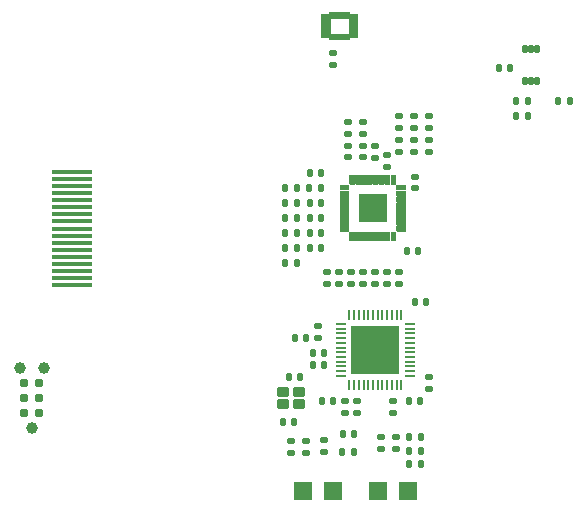
<source format=gts>
G04 #@! TF.GenerationSoftware,KiCad,Pcbnew,7.0.5*
G04 #@! TF.CreationDate,2023-09-01T13:21:59+02:00*
G04 #@! TF.ProjectId,R1S_NRF,5231535f-4e52-4462-9e6b-696361645f70,v02*
G04 #@! TF.SameCoordinates,Original*
G04 #@! TF.FileFunction,Soldermask,Top*
G04 #@! TF.FilePolarity,Negative*
%FSLAX46Y46*%
G04 Gerber Fmt 4.6, Leading zero omitted, Abs format (unit mm)*
G04 Created by KiCad (PCBNEW 7.0.5) date 2023-09-01 13:21:59*
%MOMM*%
%LPD*%
G01*
G04 APERTURE LIST*
G04 Aperture macros list*
%AMRoundRect*
0 Rectangle with rounded corners*
0 $1 Rounding radius*
0 $2 $3 $4 $5 $6 $7 $8 $9 X,Y pos of 4 corners*
0 Add a 4 corners polygon primitive as box body*
4,1,4,$2,$3,$4,$5,$6,$7,$8,$9,$2,$3,0*
0 Add four circle primitives for the rounded corners*
1,1,$1+$1,$2,$3*
1,1,$1+$1,$4,$5*
1,1,$1+$1,$6,$7*
1,1,$1+$1,$8,$9*
0 Add four rect primitives between the rounded corners*
20,1,$1+$1,$2,$3,$4,$5,0*
20,1,$1+$1,$4,$5,$6,$7,0*
20,1,$1+$1,$6,$7,$8,$9,0*
20,1,$1+$1,$8,$9,$2,$3,0*%
G04 Aperture macros list end*
%ADD10C,0.010000*%
%ADD11RoundRect,0.147500X-0.172500X0.147500X-0.172500X-0.147500X0.172500X-0.147500X0.172500X0.147500X0*%
%ADD12R,3.500000X0.300000*%
%ADD13RoundRect,0.050000X0.362500X0.050000X-0.362500X0.050000X-0.362500X-0.050000X0.362500X-0.050000X0*%
%ADD14RoundRect,0.050000X0.050000X0.362500X-0.050000X0.362500X-0.050000X-0.362500X0.050000X-0.362500X0*%
%ADD15R,4.100000X4.100000*%
%ADD16R,1.500000X1.500000*%
%ADD17RoundRect,0.135000X-0.135000X-0.185000X0.135000X-0.185000X0.135000X0.185000X-0.135000X0.185000X0*%
%ADD18RoundRect,0.135000X0.135000X0.185000X-0.135000X0.185000X-0.135000X-0.185000X0.135000X-0.185000X0*%
%ADD19RoundRect,0.140000X-0.140000X-0.170000X0.140000X-0.170000X0.140000X0.170000X-0.140000X0.170000X0*%
%ADD20RoundRect,0.140000X0.170000X-0.140000X0.170000X0.140000X-0.170000X0.140000X-0.170000X-0.140000X0*%
%ADD21C,0.990600*%
%ADD22C,0.787400*%
%ADD23RoundRect,0.102000X0.375000X-0.350000X0.375000X0.350000X-0.375000X0.350000X-0.375000X-0.350000X0*%
%ADD24RoundRect,0.102000X0.125000X-0.275000X0.125000X0.275000X-0.125000X0.275000X-0.125000X-0.275000X0*%
%ADD25RoundRect,0.135000X0.185000X-0.135000X0.185000X0.135000X-0.185000X0.135000X-0.185000X-0.135000X0*%
%ADD26RoundRect,0.140000X-0.170000X0.140000X-0.170000X-0.140000X0.170000X-0.140000X0.170000X0.140000X0*%
%ADD27RoundRect,0.140000X0.140000X0.170000X-0.140000X0.170000X-0.140000X-0.170000X0.140000X-0.170000X0*%
%ADD28RoundRect,0.135000X-0.185000X0.135000X-0.185000X-0.135000X0.185000X-0.135000X0.185000X0.135000X0*%
%ADD29RoundRect,0.147500X-0.147500X-0.172500X0.147500X-0.172500X0.147500X0.172500X-0.147500X0.172500X0*%
G04 APERTURE END LIST*
G04 #@! TO.C,U2*
D10*
X206606000Y-81016000D02*
X204366000Y-81016000D01*
X204366000Y-78776000D01*
X206606000Y-78776000D01*
X206606000Y-81016000D01*
G36*
X206606000Y-81016000D02*
G01*
X204366000Y-81016000D01*
X204366000Y-78776000D01*
X206606000Y-78776000D01*
X206606000Y-81016000D01*
G37*
X203414000Y-77952000D02*
X203416000Y-77952000D01*
X203419000Y-77953000D01*
X203421000Y-77953000D01*
X203424000Y-77954000D01*
X203426000Y-77955000D01*
X203429000Y-77956000D01*
X203431000Y-77958000D01*
X203433000Y-77959000D01*
X203435000Y-77961000D01*
X203437000Y-77962000D01*
X203439000Y-77964000D01*
X203441000Y-77966000D01*
X203443000Y-77968000D01*
X203445000Y-77970000D01*
X203446000Y-77972000D01*
X203448000Y-77974000D01*
X203449000Y-77976000D01*
X203451000Y-77978000D01*
X203452000Y-77981000D01*
X203453000Y-77983000D01*
X203454000Y-77986000D01*
X203454000Y-77988000D01*
X203455000Y-77991000D01*
X203455000Y-77993000D01*
X203456000Y-77996000D01*
X203456000Y-77998000D01*
X203456000Y-78001000D01*
X203456000Y-78291000D01*
X203456000Y-78294000D01*
X203456000Y-78296000D01*
X203455000Y-78299000D01*
X203455000Y-78301000D01*
X203454000Y-78304000D01*
X203454000Y-78306000D01*
X203453000Y-78309000D01*
X203452000Y-78311000D01*
X203451000Y-78314000D01*
X203449000Y-78316000D01*
X203448000Y-78318000D01*
X203446000Y-78320000D01*
X203445000Y-78322000D01*
X203443000Y-78324000D01*
X203441000Y-78326000D01*
X203439000Y-78328000D01*
X203437000Y-78330000D01*
X203435000Y-78331000D01*
X203433000Y-78333000D01*
X203431000Y-78334000D01*
X203429000Y-78336000D01*
X203426000Y-78337000D01*
X203424000Y-78338000D01*
X203421000Y-78339000D01*
X203419000Y-78339000D01*
X203416000Y-78340000D01*
X203414000Y-78340000D01*
X203411000Y-78341000D01*
X203409000Y-78341000D01*
X203406000Y-78341000D01*
X202766000Y-78341000D01*
X202763000Y-78341000D01*
X202761000Y-78341000D01*
X202758000Y-78340000D01*
X202756000Y-78340000D01*
X202753000Y-78339000D01*
X202751000Y-78339000D01*
X202748000Y-78338000D01*
X202746000Y-78337000D01*
X202743000Y-78336000D01*
X202741000Y-78334000D01*
X202739000Y-78333000D01*
X202737000Y-78331000D01*
X202735000Y-78330000D01*
X202733000Y-78328000D01*
X202731000Y-78326000D01*
X202729000Y-78324000D01*
X202727000Y-78322000D01*
X202726000Y-78320000D01*
X202724000Y-78318000D01*
X202723000Y-78316000D01*
X202721000Y-78314000D01*
X202720000Y-78311000D01*
X202719000Y-78309000D01*
X202718000Y-78306000D01*
X202718000Y-78304000D01*
X202717000Y-78301000D01*
X202717000Y-78299000D01*
X202716000Y-78296000D01*
X202716000Y-78294000D01*
X202716000Y-78291000D01*
X202716000Y-78001000D01*
X202716000Y-77998000D01*
X202716000Y-77996000D01*
X202717000Y-77993000D01*
X202717000Y-77991000D01*
X202718000Y-77988000D01*
X202718000Y-77986000D01*
X202719000Y-77983000D01*
X202720000Y-77981000D01*
X202721000Y-77978000D01*
X202723000Y-77976000D01*
X202724000Y-77974000D01*
X202726000Y-77972000D01*
X202727000Y-77970000D01*
X202729000Y-77968000D01*
X202731000Y-77966000D01*
X202733000Y-77964000D01*
X202735000Y-77962000D01*
X202737000Y-77961000D01*
X202739000Y-77959000D01*
X202741000Y-77958000D01*
X202743000Y-77956000D01*
X202746000Y-77955000D01*
X202748000Y-77954000D01*
X202751000Y-77953000D01*
X202753000Y-77953000D01*
X202756000Y-77952000D01*
X202758000Y-77952000D01*
X202761000Y-77951000D01*
X202763000Y-77951000D01*
X202766000Y-77951000D01*
X203406000Y-77951000D01*
X203409000Y-77951000D01*
X203411000Y-77951000D01*
X203414000Y-77952000D01*
G36*
X203414000Y-77952000D02*
G01*
X203416000Y-77952000D01*
X203419000Y-77953000D01*
X203421000Y-77953000D01*
X203424000Y-77954000D01*
X203426000Y-77955000D01*
X203429000Y-77956000D01*
X203431000Y-77958000D01*
X203433000Y-77959000D01*
X203435000Y-77961000D01*
X203437000Y-77962000D01*
X203439000Y-77964000D01*
X203441000Y-77966000D01*
X203443000Y-77968000D01*
X203445000Y-77970000D01*
X203446000Y-77972000D01*
X203448000Y-77974000D01*
X203449000Y-77976000D01*
X203451000Y-77978000D01*
X203452000Y-77981000D01*
X203453000Y-77983000D01*
X203454000Y-77986000D01*
X203454000Y-77988000D01*
X203455000Y-77991000D01*
X203455000Y-77993000D01*
X203456000Y-77996000D01*
X203456000Y-77998000D01*
X203456000Y-78001000D01*
X203456000Y-78291000D01*
X203456000Y-78294000D01*
X203456000Y-78296000D01*
X203455000Y-78299000D01*
X203455000Y-78301000D01*
X203454000Y-78304000D01*
X203454000Y-78306000D01*
X203453000Y-78309000D01*
X203452000Y-78311000D01*
X203451000Y-78314000D01*
X203449000Y-78316000D01*
X203448000Y-78318000D01*
X203446000Y-78320000D01*
X203445000Y-78322000D01*
X203443000Y-78324000D01*
X203441000Y-78326000D01*
X203439000Y-78328000D01*
X203437000Y-78330000D01*
X203435000Y-78331000D01*
X203433000Y-78333000D01*
X203431000Y-78334000D01*
X203429000Y-78336000D01*
X203426000Y-78337000D01*
X203424000Y-78338000D01*
X203421000Y-78339000D01*
X203419000Y-78339000D01*
X203416000Y-78340000D01*
X203414000Y-78340000D01*
X203411000Y-78341000D01*
X203409000Y-78341000D01*
X203406000Y-78341000D01*
X202766000Y-78341000D01*
X202763000Y-78341000D01*
X202761000Y-78341000D01*
X202758000Y-78340000D01*
X202756000Y-78340000D01*
X202753000Y-78339000D01*
X202751000Y-78339000D01*
X202748000Y-78338000D01*
X202746000Y-78337000D01*
X202743000Y-78336000D01*
X202741000Y-78334000D01*
X202739000Y-78333000D01*
X202737000Y-78331000D01*
X202735000Y-78330000D01*
X202733000Y-78328000D01*
X202731000Y-78326000D01*
X202729000Y-78324000D01*
X202727000Y-78322000D01*
X202726000Y-78320000D01*
X202724000Y-78318000D01*
X202723000Y-78316000D01*
X202721000Y-78314000D01*
X202720000Y-78311000D01*
X202719000Y-78309000D01*
X202718000Y-78306000D01*
X202718000Y-78304000D01*
X202717000Y-78301000D01*
X202717000Y-78299000D01*
X202716000Y-78296000D01*
X202716000Y-78294000D01*
X202716000Y-78291000D01*
X202716000Y-78001000D01*
X202716000Y-77998000D01*
X202716000Y-77996000D01*
X202717000Y-77993000D01*
X202717000Y-77991000D01*
X202718000Y-77988000D01*
X202718000Y-77986000D01*
X202719000Y-77983000D01*
X202720000Y-77981000D01*
X202721000Y-77978000D01*
X202723000Y-77976000D01*
X202724000Y-77974000D01*
X202726000Y-77972000D01*
X202727000Y-77970000D01*
X202729000Y-77968000D01*
X202731000Y-77966000D01*
X202733000Y-77964000D01*
X202735000Y-77962000D01*
X202737000Y-77961000D01*
X202739000Y-77959000D01*
X202741000Y-77958000D01*
X202743000Y-77956000D01*
X202746000Y-77955000D01*
X202748000Y-77954000D01*
X202751000Y-77953000D01*
X202753000Y-77953000D01*
X202756000Y-77952000D01*
X202758000Y-77952000D01*
X202761000Y-77951000D01*
X202763000Y-77951000D01*
X202766000Y-77951000D01*
X203406000Y-77951000D01*
X203409000Y-77951000D01*
X203411000Y-77951000D01*
X203414000Y-77952000D01*
G37*
X203414000Y-78452000D02*
X203416000Y-78452000D01*
X203419000Y-78453000D01*
X203421000Y-78453000D01*
X203424000Y-78454000D01*
X203426000Y-78455000D01*
X203429000Y-78456000D01*
X203431000Y-78458000D01*
X203433000Y-78459000D01*
X203435000Y-78461000D01*
X203437000Y-78462000D01*
X203439000Y-78464000D01*
X203441000Y-78466000D01*
X203443000Y-78468000D01*
X203445000Y-78470000D01*
X203446000Y-78472000D01*
X203448000Y-78474000D01*
X203449000Y-78476000D01*
X203451000Y-78478000D01*
X203452000Y-78481000D01*
X203453000Y-78483000D01*
X203454000Y-78486000D01*
X203454000Y-78488000D01*
X203455000Y-78491000D01*
X203455000Y-78493000D01*
X203456000Y-78496000D01*
X203456000Y-78498000D01*
X203456000Y-78501000D01*
X203456000Y-78791000D01*
X203456000Y-78794000D01*
X203456000Y-78796000D01*
X203455000Y-78799000D01*
X203455000Y-78801000D01*
X203454000Y-78804000D01*
X203454000Y-78806000D01*
X203453000Y-78809000D01*
X203452000Y-78811000D01*
X203451000Y-78814000D01*
X203449000Y-78816000D01*
X203448000Y-78818000D01*
X203446000Y-78820000D01*
X203445000Y-78822000D01*
X203443000Y-78824000D01*
X203441000Y-78826000D01*
X203439000Y-78828000D01*
X203437000Y-78830000D01*
X203435000Y-78831000D01*
X203433000Y-78833000D01*
X203431000Y-78834000D01*
X203429000Y-78836000D01*
X203426000Y-78837000D01*
X203424000Y-78838000D01*
X203421000Y-78839000D01*
X203419000Y-78839000D01*
X203416000Y-78840000D01*
X203414000Y-78840000D01*
X203411000Y-78841000D01*
X203409000Y-78841000D01*
X203406000Y-78841000D01*
X202766000Y-78841000D01*
X202763000Y-78841000D01*
X202761000Y-78841000D01*
X202758000Y-78840000D01*
X202756000Y-78840000D01*
X202753000Y-78839000D01*
X202751000Y-78839000D01*
X202748000Y-78838000D01*
X202746000Y-78837000D01*
X202743000Y-78836000D01*
X202741000Y-78834000D01*
X202739000Y-78833000D01*
X202737000Y-78831000D01*
X202735000Y-78830000D01*
X202733000Y-78828000D01*
X202731000Y-78826000D01*
X202729000Y-78824000D01*
X202727000Y-78822000D01*
X202726000Y-78820000D01*
X202724000Y-78818000D01*
X202723000Y-78816000D01*
X202721000Y-78814000D01*
X202720000Y-78811000D01*
X202719000Y-78809000D01*
X202718000Y-78806000D01*
X202718000Y-78804000D01*
X202717000Y-78801000D01*
X202717000Y-78799000D01*
X202716000Y-78796000D01*
X202716000Y-78794000D01*
X202716000Y-78791000D01*
X202716000Y-78501000D01*
X202716000Y-78498000D01*
X202716000Y-78496000D01*
X202717000Y-78493000D01*
X202717000Y-78491000D01*
X202718000Y-78488000D01*
X202718000Y-78486000D01*
X202719000Y-78483000D01*
X202720000Y-78481000D01*
X202721000Y-78478000D01*
X202723000Y-78476000D01*
X202724000Y-78474000D01*
X202726000Y-78472000D01*
X202727000Y-78470000D01*
X202729000Y-78468000D01*
X202731000Y-78466000D01*
X202733000Y-78464000D01*
X202735000Y-78462000D01*
X202737000Y-78461000D01*
X202739000Y-78459000D01*
X202741000Y-78458000D01*
X202743000Y-78456000D01*
X202746000Y-78455000D01*
X202748000Y-78454000D01*
X202751000Y-78453000D01*
X202753000Y-78453000D01*
X202756000Y-78452000D01*
X202758000Y-78452000D01*
X202761000Y-78451000D01*
X202763000Y-78451000D01*
X202766000Y-78451000D01*
X203406000Y-78451000D01*
X203409000Y-78451000D01*
X203411000Y-78451000D01*
X203414000Y-78452000D01*
G36*
X203414000Y-78452000D02*
G01*
X203416000Y-78452000D01*
X203419000Y-78453000D01*
X203421000Y-78453000D01*
X203424000Y-78454000D01*
X203426000Y-78455000D01*
X203429000Y-78456000D01*
X203431000Y-78458000D01*
X203433000Y-78459000D01*
X203435000Y-78461000D01*
X203437000Y-78462000D01*
X203439000Y-78464000D01*
X203441000Y-78466000D01*
X203443000Y-78468000D01*
X203445000Y-78470000D01*
X203446000Y-78472000D01*
X203448000Y-78474000D01*
X203449000Y-78476000D01*
X203451000Y-78478000D01*
X203452000Y-78481000D01*
X203453000Y-78483000D01*
X203454000Y-78486000D01*
X203454000Y-78488000D01*
X203455000Y-78491000D01*
X203455000Y-78493000D01*
X203456000Y-78496000D01*
X203456000Y-78498000D01*
X203456000Y-78501000D01*
X203456000Y-78791000D01*
X203456000Y-78794000D01*
X203456000Y-78796000D01*
X203455000Y-78799000D01*
X203455000Y-78801000D01*
X203454000Y-78804000D01*
X203454000Y-78806000D01*
X203453000Y-78809000D01*
X203452000Y-78811000D01*
X203451000Y-78814000D01*
X203449000Y-78816000D01*
X203448000Y-78818000D01*
X203446000Y-78820000D01*
X203445000Y-78822000D01*
X203443000Y-78824000D01*
X203441000Y-78826000D01*
X203439000Y-78828000D01*
X203437000Y-78830000D01*
X203435000Y-78831000D01*
X203433000Y-78833000D01*
X203431000Y-78834000D01*
X203429000Y-78836000D01*
X203426000Y-78837000D01*
X203424000Y-78838000D01*
X203421000Y-78839000D01*
X203419000Y-78839000D01*
X203416000Y-78840000D01*
X203414000Y-78840000D01*
X203411000Y-78841000D01*
X203409000Y-78841000D01*
X203406000Y-78841000D01*
X202766000Y-78841000D01*
X202763000Y-78841000D01*
X202761000Y-78841000D01*
X202758000Y-78840000D01*
X202756000Y-78840000D01*
X202753000Y-78839000D01*
X202751000Y-78839000D01*
X202748000Y-78838000D01*
X202746000Y-78837000D01*
X202743000Y-78836000D01*
X202741000Y-78834000D01*
X202739000Y-78833000D01*
X202737000Y-78831000D01*
X202735000Y-78830000D01*
X202733000Y-78828000D01*
X202731000Y-78826000D01*
X202729000Y-78824000D01*
X202727000Y-78822000D01*
X202726000Y-78820000D01*
X202724000Y-78818000D01*
X202723000Y-78816000D01*
X202721000Y-78814000D01*
X202720000Y-78811000D01*
X202719000Y-78809000D01*
X202718000Y-78806000D01*
X202718000Y-78804000D01*
X202717000Y-78801000D01*
X202717000Y-78799000D01*
X202716000Y-78796000D01*
X202716000Y-78794000D01*
X202716000Y-78791000D01*
X202716000Y-78501000D01*
X202716000Y-78498000D01*
X202716000Y-78496000D01*
X202717000Y-78493000D01*
X202717000Y-78491000D01*
X202718000Y-78488000D01*
X202718000Y-78486000D01*
X202719000Y-78483000D01*
X202720000Y-78481000D01*
X202721000Y-78478000D01*
X202723000Y-78476000D01*
X202724000Y-78474000D01*
X202726000Y-78472000D01*
X202727000Y-78470000D01*
X202729000Y-78468000D01*
X202731000Y-78466000D01*
X202733000Y-78464000D01*
X202735000Y-78462000D01*
X202737000Y-78461000D01*
X202739000Y-78459000D01*
X202741000Y-78458000D01*
X202743000Y-78456000D01*
X202746000Y-78455000D01*
X202748000Y-78454000D01*
X202751000Y-78453000D01*
X202753000Y-78453000D01*
X202756000Y-78452000D01*
X202758000Y-78452000D01*
X202761000Y-78451000D01*
X202763000Y-78451000D01*
X202766000Y-78451000D01*
X203406000Y-78451000D01*
X203409000Y-78451000D01*
X203411000Y-78451000D01*
X203414000Y-78452000D01*
G37*
X203414000Y-78952000D02*
X203416000Y-78952000D01*
X203419000Y-78953000D01*
X203421000Y-78953000D01*
X203424000Y-78954000D01*
X203426000Y-78955000D01*
X203429000Y-78956000D01*
X203431000Y-78958000D01*
X203433000Y-78959000D01*
X203435000Y-78961000D01*
X203437000Y-78962000D01*
X203439000Y-78964000D01*
X203441000Y-78966000D01*
X203443000Y-78968000D01*
X203445000Y-78970000D01*
X203446000Y-78972000D01*
X203448000Y-78974000D01*
X203449000Y-78976000D01*
X203451000Y-78978000D01*
X203452000Y-78981000D01*
X203453000Y-78983000D01*
X203454000Y-78986000D01*
X203454000Y-78988000D01*
X203455000Y-78991000D01*
X203455000Y-78993000D01*
X203456000Y-78996000D01*
X203456000Y-78998000D01*
X203456000Y-79001000D01*
X203456000Y-79291000D01*
X203456000Y-79294000D01*
X203456000Y-79296000D01*
X203455000Y-79299000D01*
X203455000Y-79301000D01*
X203454000Y-79304000D01*
X203454000Y-79306000D01*
X203453000Y-79309000D01*
X203452000Y-79311000D01*
X203451000Y-79314000D01*
X203449000Y-79316000D01*
X203448000Y-79318000D01*
X203446000Y-79320000D01*
X203445000Y-79322000D01*
X203443000Y-79324000D01*
X203441000Y-79326000D01*
X203439000Y-79328000D01*
X203437000Y-79330000D01*
X203435000Y-79331000D01*
X203433000Y-79333000D01*
X203431000Y-79334000D01*
X203429000Y-79336000D01*
X203426000Y-79337000D01*
X203424000Y-79338000D01*
X203421000Y-79339000D01*
X203419000Y-79339000D01*
X203416000Y-79340000D01*
X203414000Y-79340000D01*
X203411000Y-79341000D01*
X203409000Y-79341000D01*
X203406000Y-79341000D01*
X202766000Y-79341000D01*
X202763000Y-79341000D01*
X202761000Y-79341000D01*
X202758000Y-79340000D01*
X202756000Y-79340000D01*
X202753000Y-79339000D01*
X202751000Y-79339000D01*
X202748000Y-79338000D01*
X202746000Y-79337000D01*
X202743000Y-79336000D01*
X202741000Y-79334000D01*
X202739000Y-79333000D01*
X202737000Y-79331000D01*
X202735000Y-79330000D01*
X202733000Y-79328000D01*
X202731000Y-79326000D01*
X202729000Y-79324000D01*
X202727000Y-79322000D01*
X202726000Y-79320000D01*
X202724000Y-79318000D01*
X202723000Y-79316000D01*
X202721000Y-79314000D01*
X202720000Y-79311000D01*
X202719000Y-79309000D01*
X202718000Y-79306000D01*
X202718000Y-79304000D01*
X202717000Y-79301000D01*
X202717000Y-79299000D01*
X202716000Y-79296000D01*
X202716000Y-79294000D01*
X202716000Y-79291000D01*
X202716000Y-79001000D01*
X202716000Y-78998000D01*
X202716000Y-78996000D01*
X202717000Y-78993000D01*
X202717000Y-78991000D01*
X202718000Y-78988000D01*
X202718000Y-78986000D01*
X202719000Y-78983000D01*
X202720000Y-78981000D01*
X202721000Y-78978000D01*
X202723000Y-78976000D01*
X202724000Y-78974000D01*
X202726000Y-78972000D01*
X202727000Y-78970000D01*
X202729000Y-78968000D01*
X202731000Y-78966000D01*
X202733000Y-78964000D01*
X202735000Y-78962000D01*
X202737000Y-78961000D01*
X202739000Y-78959000D01*
X202741000Y-78958000D01*
X202743000Y-78956000D01*
X202746000Y-78955000D01*
X202748000Y-78954000D01*
X202751000Y-78953000D01*
X202753000Y-78953000D01*
X202756000Y-78952000D01*
X202758000Y-78952000D01*
X202761000Y-78951000D01*
X202763000Y-78951000D01*
X202766000Y-78951000D01*
X203406000Y-78951000D01*
X203409000Y-78951000D01*
X203411000Y-78951000D01*
X203414000Y-78952000D01*
G36*
X203414000Y-78952000D02*
G01*
X203416000Y-78952000D01*
X203419000Y-78953000D01*
X203421000Y-78953000D01*
X203424000Y-78954000D01*
X203426000Y-78955000D01*
X203429000Y-78956000D01*
X203431000Y-78958000D01*
X203433000Y-78959000D01*
X203435000Y-78961000D01*
X203437000Y-78962000D01*
X203439000Y-78964000D01*
X203441000Y-78966000D01*
X203443000Y-78968000D01*
X203445000Y-78970000D01*
X203446000Y-78972000D01*
X203448000Y-78974000D01*
X203449000Y-78976000D01*
X203451000Y-78978000D01*
X203452000Y-78981000D01*
X203453000Y-78983000D01*
X203454000Y-78986000D01*
X203454000Y-78988000D01*
X203455000Y-78991000D01*
X203455000Y-78993000D01*
X203456000Y-78996000D01*
X203456000Y-78998000D01*
X203456000Y-79001000D01*
X203456000Y-79291000D01*
X203456000Y-79294000D01*
X203456000Y-79296000D01*
X203455000Y-79299000D01*
X203455000Y-79301000D01*
X203454000Y-79304000D01*
X203454000Y-79306000D01*
X203453000Y-79309000D01*
X203452000Y-79311000D01*
X203451000Y-79314000D01*
X203449000Y-79316000D01*
X203448000Y-79318000D01*
X203446000Y-79320000D01*
X203445000Y-79322000D01*
X203443000Y-79324000D01*
X203441000Y-79326000D01*
X203439000Y-79328000D01*
X203437000Y-79330000D01*
X203435000Y-79331000D01*
X203433000Y-79333000D01*
X203431000Y-79334000D01*
X203429000Y-79336000D01*
X203426000Y-79337000D01*
X203424000Y-79338000D01*
X203421000Y-79339000D01*
X203419000Y-79339000D01*
X203416000Y-79340000D01*
X203414000Y-79340000D01*
X203411000Y-79341000D01*
X203409000Y-79341000D01*
X203406000Y-79341000D01*
X202766000Y-79341000D01*
X202763000Y-79341000D01*
X202761000Y-79341000D01*
X202758000Y-79340000D01*
X202756000Y-79340000D01*
X202753000Y-79339000D01*
X202751000Y-79339000D01*
X202748000Y-79338000D01*
X202746000Y-79337000D01*
X202743000Y-79336000D01*
X202741000Y-79334000D01*
X202739000Y-79333000D01*
X202737000Y-79331000D01*
X202735000Y-79330000D01*
X202733000Y-79328000D01*
X202731000Y-79326000D01*
X202729000Y-79324000D01*
X202727000Y-79322000D01*
X202726000Y-79320000D01*
X202724000Y-79318000D01*
X202723000Y-79316000D01*
X202721000Y-79314000D01*
X202720000Y-79311000D01*
X202719000Y-79309000D01*
X202718000Y-79306000D01*
X202718000Y-79304000D01*
X202717000Y-79301000D01*
X202717000Y-79299000D01*
X202716000Y-79296000D01*
X202716000Y-79294000D01*
X202716000Y-79291000D01*
X202716000Y-79001000D01*
X202716000Y-78998000D01*
X202716000Y-78996000D01*
X202717000Y-78993000D01*
X202717000Y-78991000D01*
X202718000Y-78988000D01*
X202718000Y-78986000D01*
X202719000Y-78983000D01*
X202720000Y-78981000D01*
X202721000Y-78978000D01*
X202723000Y-78976000D01*
X202724000Y-78974000D01*
X202726000Y-78972000D01*
X202727000Y-78970000D01*
X202729000Y-78968000D01*
X202731000Y-78966000D01*
X202733000Y-78964000D01*
X202735000Y-78962000D01*
X202737000Y-78961000D01*
X202739000Y-78959000D01*
X202741000Y-78958000D01*
X202743000Y-78956000D01*
X202746000Y-78955000D01*
X202748000Y-78954000D01*
X202751000Y-78953000D01*
X202753000Y-78953000D01*
X202756000Y-78952000D01*
X202758000Y-78952000D01*
X202761000Y-78951000D01*
X202763000Y-78951000D01*
X202766000Y-78951000D01*
X203406000Y-78951000D01*
X203409000Y-78951000D01*
X203411000Y-78951000D01*
X203414000Y-78952000D01*
G37*
X203414000Y-79452000D02*
X203416000Y-79452000D01*
X203419000Y-79453000D01*
X203421000Y-79453000D01*
X203424000Y-79454000D01*
X203426000Y-79455000D01*
X203429000Y-79456000D01*
X203431000Y-79458000D01*
X203433000Y-79459000D01*
X203435000Y-79461000D01*
X203437000Y-79462000D01*
X203439000Y-79464000D01*
X203441000Y-79466000D01*
X203443000Y-79468000D01*
X203445000Y-79470000D01*
X203446000Y-79472000D01*
X203448000Y-79474000D01*
X203449000Y-79476000D01*
X203451000Y-79478000D01*
X203452000Y-79481000D01*
X203453000Y-79483000D01*
X203454000Y-79486000D01*
X203454000Y-79488000D01*
X203455000Y-79491000D01*
X203455000Y-79493000D01*
X203456000Y-79496000D01*
X203456000Y-79498000D01*
X203456000Y-79501000D01*
X203456000Y-79791000D01*
X203456000Y-79794000D01*
X203456000Y-79796000D01*
X203455000Y-79799000D01*
X203455000Y-79801000D01*
X203454000Y-79804000D01*
X203454000Y-79806000D01*
X203453000Y-79809000D01*
X203452000Y-79811000D01*
X203451000Y-79814000D01*
X203449000Y-79816000D01*
X203448000Y-79818000D01*
X203446000Y-79820000D01*
X203445000Y-79822000D01*
X203443000Y-79824000D01*
X203441000Y-79826000D01*
X203439000Y-79828000D01*
X203437000Y-79830000D01*
X203435000Y-79831000D01*
X203433000Y-79833000D01*
X203431000Y-79834000D01*
X203429000Y-79836000D01*
X203426000Y-79837000D01*
X203424000Y-79838000D01*
X203421000Y-79839000D01*
X203419000Y-79839000D01*
X203416000Y-79840000D01*
X203414000Y-79840000D01*
X203411000Y-79841000D01*
X203409000Y-79841000D01*
X203406000Y-79841000D01*
X202766000Y-79841000D01*
X202763000Y-79841000D01*
X202761000Y-79841000D01*
X202758000Y-79840000D01*
X202756000Y-79840000D01*
X202753000Y-79839000D01*
X202751000Y-79839000D01*
X202748000Y-79838000D01*
X202746000Y-79837000D01*
X202743000Y-79836000D01*
X202741000Y-79834000D01*
X202739000Y-79833000D01*
X202737000Y-79831000D01*
X202735000Y-79830000D01*
X202733000Y-79828000D01*
X202731000Y-79826000D01*
X202729000Y-79824000D01*
X202727000Y-79822000D01*
X202726000Y-79820000D01*
X202724000Y-79818000D01*
X202723000Y-79816000D01*
X202721000Y-79814000D01*
X202720000Y-79811000D01*
X202719000Y-79809000D01*
X202718000Y-79806000D01*
X202718000Y-79804000D01*
X202717000Y-79801000D01*
X202717000Y-79799000D01*
X202716000Y-79796000D01*
X202716000Y-79794000D01*
X202716000Y-79791000D01*
X202716000Y-79501000D01*
X202716000Y-79498000D01*
X202716000Y-79496000D01*
X202717000Y-79493000D01*
X202717000Y-79491000D01*
X202718000Y-79488000D01*
X202718000Y-79486000D01*
X202719000Y-79483000D01*
X202720000Y-79481000D01*
X202721000Y-79478000D01*
X202723000Y-79476000D01*
X202724000Y-79474000D01*
X202726000Y-79472000D01*
X202727000Y-79470000D01*
X202729000Y-79468000D01*
X202731000Y-79466000D01*
X202733000Y-79464000D01*
X202735000Y-79462000D01*
X202737000Y-79461000D01*
X202739000Y-79459000D01*
X202741000Y-79458000D01*
X202743000Y-79456000D01*
X202746000Y-79455000D01*
X202748000Y-79454000D01*
X202751000Y-79453000D01*
X202753000Y-79453000D01*
X202756000Y-79452000D01*
X202758000Y-79452000D01*
X202761000Y-79451000D01*
X202763000Y-79451000D01*
X202766000Y-79451000D01*
X203406000Y-79451000D01*
X203409000Y-79451000D01*
X203411000Y-79451000D01*
X203414000Y-79452000D01*
G36*
X203414000Y-79452000D02*
G01*
X203416000Y-79452000D01*
X203419000Y-79453000D01*
X203421000Y-79453000D01*
X203424000Y-79454000D01*
X203426000Y-79455000D01*
X203429000Y-79456000D01*
X203431000Y-79458000D01*
X203433000Y-79459000D01*
X203435000Y-79461000D01*
X203437000Y-79462000D01*
X203439000Y-79464000D01*
X203441000Y-79466000D01*
X203443000Y-79468000D01*
X203445000Y-79470000D01*
X203446000Y-79472000D01*
X203448000Y-79474000D01*
X203449000Y-79476000D01*
X203451000Y-79478000D01*
X203452000Y-79481000D01*
X203453000Y-79483000D01*
X203454000Y-79486000D01*
X203454000Y-79488000D01*
X203455000Y-79491000D01*
X203455000Y-79493000D01*
X203456000Y-79496000D01*
X203456000Y-79498000D01*
X203456000Y-79501000D01*
X203456000Y-79791000D01*
X203456000Y-79794000D01*
X203456000Y-79796000D01*
X203455000Y-79799000D01*
X203455000Y-79801000D01*
X203454000Y-79804000D01*
X203454000Y-79806000D01*
X203453000Y-79809000D01*
X203452000Y-79811000D01*
X203451000Y-79814000D01*
X203449000Y-79816000D01*
X203448000Y-79818000D01*
X203446000Y-79820000D01*
X203445000Y-79822000D01*
X203443000Y-79824000D01*
X203441000Y-79826000D01*
X203439000Y-79828000D01*
X203437000Y-79830000D01*
X203435000Y-79831000D01*
X203433000Y-79833000D01*
X203431000Y-79834000D01*
X203429000Y-79836000D01*
X203426000Y-79837000D01*
X203424000Y-79838000D01*
X203421000Y-79839000D01*
X203419000Y-79839000D01*
X203416000Y-79840000D01*
X203414000Y-79840000D01*
X203411000Y-79841000D01*
X203409000Y-79841000D01*
X203406000Y-79841000D01*
X202766000Y-79841000D01*
X202763000Y-79841000D01*
X202761000Y-79841000D01*
X202758000Y-79840000D01*
X202756000Y-79840000D01*
X202753000Y-79839000D01*
X202751000Y-79839000D01*
X202748000Y-79838000D01*
X202746000Y-79837000D01*
X202743000Y-79836000D01*
X202741000Y-79834000D01*
X202739000Y-79833000D01*
X202737000Y-79831000D01*
X202735000Y-79830000D01*
X202733000Y-79828000D01*
X202731000Y-79826000D01*
X202729000Y-79824000D01*
X202727000Y-79822000D01*
X202726000Y-79820000D01*
X202724000Y-79818000D01*
X202723000Y-79816000D01*
X202721000Y-79814000D01*
X202720000Y-79811000D01*
X202719000Y-79809000D01*
X202718000Y-79806000D01*
X202718000Y-79804000D01*
X202717000Y-79801000D01*
X202717000Y-79799000D01*
X202716000Y-79796000D01*
X202716000Y-79794000D01*
X202716000Y-79791000D01*
X202716000Y-79501000D01*
X202716000Y-79498000D01*
X202716000Y-79496000D01*
X202717000Y-79493000D01*
X202717000Y-79491000D01*
X202718000Y-79488000D01*
X202718000Y-79486000D01*
X202719000Y-79483000D01*
X202720000Y-79481000D01*
X202721000Y-79478000D01*
X202723000Y-79476000D01*
X202724000Y-79474000D01*
X202726000Y-79472000D01*
X202727000Y-79470000D01*
X202729000Y-79468000D01*
X202731000Y-79466000D01*
X202733000Y-79464000D01*
X202735000Y-79462000D01*
X202737000Y-79461000D01*
X202739000Y-79459000D01*
X202741000Y-79458000D01*
X202743000Y-79456000D01*
X202746000Y-79455000D01*
X202748000Y-79454000D01*
X202751000Y-79453000D01*
X202753000Y-79453000D01*
X202756000Y-79452000D01*
X202758000Y-79452000D01*
X202761000Y-79451000D01*
X202763000Y-79451000D01*
X202766000Y-79451000D01*
X203406000Y-79451000D01*
X203409000Y-79451000D01*
X203411000Y-79451000D01*
X203414000Y-79452000D01*
G37*
X203414000Y-79952000D02*
X203416000Y-79952000D01*
X203419000Y-79953000D01*
X203421000Y-79953000D01*
X203424000Y-79954000D01*
X203426000Y-79955000D01*
X203429000Y-79956000D01*
X203431000Y-79958000D01*
X203433000Y-79959000D01*
X203435000Y-79961000D01*
X203437000Y-79962000D01*
X203439000Y-79964000D01*
X203441000Y-79966000D01*
X203443000Y-79968000D01*
X203445000Y-79970000D01*
X203446000Y-79972000D01*
X203448000Y-79974000D01*
X203449000Y-79976000D01*
X203451000Y-79978000D01*
X203452000Y-79981000D01*
X203453000Y-79983000D01*
X203454000Y-79986000D01*
X203454000Y-79988000D01*
X203455000Y-79991000D01*
X203455000Y-79993000D01*
X203456000Y-79996000D01*
X203456000Y-79998000D01*
X203456000Y-80001000D01*
X203456000Y-80291000D01*
X203456000Y-80294000D01*
X203456000Y-80296000D01*
X203455000Y-80299000D01*
X203455000Y-80301000D01*
X203454000Y-80304000D01*
X203454000Y-80306000D01*
X203453000Y-80309000D01*
X203452000Y-80311000D01*
X203451000Y-80314000D01*
X203449000Y-80316000D01*
X203448000Y-80318000D01*
X203446000Y-80320000D01*
X203445000Y-80322000D01*
X203443000Y-80324000D01*
X203441000Y-80326000D01*
X203439000Y-80328000D01*
X203437000Y-80330000D01*
X203435000Y-80331000D01*
X203433000Y-80333000D01*
X203431000Y-80334000D01*
X203429000Y-80336000D01*
X203426000Y-80337000D01*
X203424000Y-80338000D01*
X203421000Y-80339000D01*
X203419000Y-80339000D01*
X203416000Y-80340000D01*
X203414000Y-80340000D01*
X203411000Y-80341000D01*
X203409000Y-80341000D01*
X203406000Y-80341000D01*
X202766000Y-80341000D01*
X202763000Y-80341000D01*
X202761000Y-80341000D01*
X202758000Y-80340000D01*
X202756000Y-80340000D01*
X202753000Y-80339000D01*
X202751000Y-80339000D01*
X202748000Y-80338000D01*
X202746000Y-80337000D01*
X202743000Y-80336000D01*
X202741000Y-80334000D01*
X202739000Y-80333000D01*
X202737000Y-80331000D01*
X202735000Y-80330000D01*
X202733000Y-80328000D01*
X202731000Y-80326000D01*
X202729000Y-80324000D01*
X202727000Y-80322000D01*
X202726000Y-80320000D01*
X202724000Y-80318000D01*
X202723000Y-80316000D01*
X202721000Y-80314000D01*
X202720000Y-80311000D01*
X202719000Y-80309000D01*
X202718000Y-80306000D01*
X202718000Y-80304000D01*
X202717000Y-80301000D01*
X202717000Y-80299000D01*
X202716000Y-80296000D01*
X202716000Y-80294000D01*
X202716000Y-80291000D01*
X202716000Y-80001000D01*
X202716000Y-79998000D01*
X202716000Y-79996000D01*
X202717000Y-79993000D01*
X202717000Y-79991000D01*
X202718000Y-79988000D01*
X202718000Y-79986000D01*
X202719000Y-79983000D01*
X202720000Y-79981000D01*
X202721000Y-79978000D01*
X202723000Y-79976000D01*
X202724000Y-79974000D01*
X202726000Y-79972000D01*
X202727000Y-79970000D01*
X202729000Y-79968000D01*
X202731000Y-79966000D01*
X202733000Y-79964000D01*
X202735000Y-79962000D01*
X202737000Y-79961000D01*
X202739000Y-79959000D01*
X202741000Y-79958000D01*
X202743000Y-79956000D01*
X202746000Y-79955000D01*
X202748000Y-79954000D01*
X202751000Y-79953000D01*
X202753000Y-79953000D01*
X202756000Y-79952000D01*
X202758000Y-79952000D01*
X202761000Y-79951000D01*
X202763000Y-79951000D01*
X202766000Y-79951000D01*
X203406000Y-79951000D01*
X203409000Y-79951000D01*
X203411000Y-79951000D01*
X203414000Y-79952000D01*
G36*
X203414000Y-79952000D02*
G01*
X203416000Y-79952000D01*
X203419000Y-79953000D01*
X203421000Y-79953000D01*
X203424000Y-79954000D01*
X203426000Y-79955000D01*
X203429000Y-79956000D01*
X203431000Y-79958000D01*
X203433000Y-79959000D01*
X203435000Y-79961000D01*
X203437000Y-79962000D01*
X203439000Y-79964000D01*
X203441000Y-79966000D01*
X203443000Y-79968000D01*
X203445000Y-79970000D01*
X203446000Y-79972000D01*
X203448000Y-79974000D01*
X203449000Y-79976000D01*
X203451000Y-79978000D01*
X203452000Y-79981000D01*
X203453000Y-79983000D01*
X203454000Y-79986000D01*
X203454000Y-79988000D01*
X203455000Y-79991000D01*
X203455000Y-79993000D01*
X203456000Y-79996000D01*
X203456000Y-79998000D01*
X203456000Y-80001000D01*
X203456000Y-80291000D01*
X203456000Y-80294000D01*
X203456000Y-80296000D01*
X203455000Y-80299000D01*
X203455000Y-80301000D01*
X203454000Y-80304000D01*
X203454000Y-80306000D01*
X203453000Y-80309000D01*
X203452000Y-80311000D01*
X203451000Y-80314000D01*
X203449000Y-80316000D01*
X203448000Y-80318000D01*
X203446000Y-80320000D01*
X203445000Y-80322000D01*
X203443000Y-80324000D01*
X203441000Y-80326000D01*
X203439000Y-80328000D01*
X203437000Y-80330000D01*
X203435000Y-80331000D01*
X203433000Y-80333000D01*
X203431000Y-80334000D01*
X203429000Y-80336000D01*
X203426000Y-80337000D01*
X203424000Y-80338000D01*
X203421000Y-80339000D01*
X203419000Y-80339000D01*
X203416000Y-80340000D01*
X203414000Y-80340000D01*
X203411000Y-80341000D01*
X203409000Y-80341000D01*
X203406000Y-80341000D01*
X202766000Y-80341000D01*
X202763000Y-80341000D01*
X202761000Y-80341000D01*
X202758000Y-80340000D01*
X202756000Y-80340000D01*
X202753000Y-80339000D01*
X202751000Y-80339000D01*
X202748000Y-80338000D01*
X202746000Y-80337000D01*
X202743000Y-80336000D01*
X202741000Y-80334000D01*
X202739000Y-80333000D01*
X202737000Y-80331000D01*
X202735000Y-80330000D01*
X202733000Y-80328000D01*
X202731000Y-80326000D01*
X202729000Y-80324000D01*
X202727000Y-80322000D01*
X202726000Y-80320000D01*
X202724000Y-80318000D01*
X202723000Y-80316000D01*
X202721000Y-80314000D01*
X202720000Y-80311000D01*
X202719000Y-80309000D01*
X202718000Y-80306000D01*
X202718000Y-80304000D01*
X202717000Y-80301000D01*
X202717000Y-80299000D01*
X202716000Y-80296000D01*
X202716000Y-80294000D01*
X202716000Y-80291000D01*
X202716000Y-80001000D01*
X202716000Y-79998000D01*
X202716000Y-79996000D01*
X202717000Y-79993000D01*
X202717000Y-79991000D01*
X202718000Y-79988000D01*
X202718000Y-79986000D01*
X202719000Y-79983000D01*
X202720000Y-79981000D01*
X202721000Y-79978000D01*
X202723000Y-79976000D01*
X202724000Y-79974000D01*
X202726000Y-79972000D01*
X202727000Y-79970000D01*
X202729000Y-79968000D01*
X202731000Y-79966000D01*
X202733000Y-79964000D01*
X202735000Y-79962000D01*
X202737000Y-79961000D01*
X202739000Y-79959000D01*
X202741000Y-79958000D01*
X202743000Y-79956000D01*
X202746000Y-79955000D01*
X202748000Y-79954000D01*
X202751000Y-79953000D01*
X202753000Y-79953000D01*
X202756000Y-79952000D01*
X202758000Y-79952000D01*
X202761000Y-79951000D01*
X202763000Y-79951000D01*
X202766000Y-79951000D01*
X203406000Y-79951000D01*
X203409000Y-79951000D01*
X203411000Y-79951000D01*
X203414000Y-79952000D01*
G37*
X203414000Y-80452000D02*
X203416000Y-80452000D01*
X203419000Y-80453000D01*
X203421000Y-80453000D01*
X203424000Y-80454000D01*
X203426000Y-80455000D01*
X203429000Y-80456000D01*
X203431000Y-80458000D01*
X203433000Y-80459000D01*
X203435000Y-80461000D01*
X203437000Y-80462000D01*
X203439000Y-80464000D01*
X203441000Y-80466000D01*
X203443000Y-80468000D01*
X203445000Y-80470000D01*
X203446000Y-80472000D01*
X203448000Y-80474000D01*
X203449000Y-80476000D01*
X203451000Y-80478000D01*
X203452000Y-80481000D01*
X203453000Y-80483000D01*
X203454000Y-80486000D01*
X203454000Y-80488000D01*
X203455000Y-80491000D01*
X203455000Y-80493000D01*
X203456000Y-80496000D01*
X203456000Y-80498000D01*
X203456000Y-80501000D01*
X203456000Y-80791000D01*
X203456000Y-80794000D01*
X203456000Y-80796000D01*
X203455000Y-80799000D01*
X203455000Y-80801000D01*
X203454000Y-80804000D01*
X203454000Y-80806000D01*
X203453000Y-80809000D01*
X203452000Y-80811000D01*
X203451000Y-80814000D01*
X203449000Y-80816000D01*
X203448000Y-80818000D01*
X203446000Y-80820000D01*
X203445000Y-80822000D01*
X203443000Y-80824000D01*
X203441000Y-80826000D01*
X203439000Y-80828000D01*
X203437000Y-80830000D01*
X203435000Y-80831000D01*
X203433000Y-80833000D01*
X203431000Y-80834000D01*
X203429000Y-80836000D01*
X203426000Y-80837000D01*
X203424000Y-80838000D01*
X203421000Y-80839000D01*
X203419000Y-80839000D01*
X203416000Y-80840000D01*
X203414000Y-80840000D01*
X203411000Y-80841000D01*
X203409000Y-80841000D01*
X203406000Y-80841000D01*
X202766000Y-80841000D01*
X202763000Y-80841000D01*
X202761000Y-80841000D01*
X202758000Y-80840000D01*
X202756000Y-80840000D01*
X202753000Y-80839000D01*
X202751000Y-80839000D01*
X202748000Y-80838000D01*
X202746000Y-80837000D01*
X202743000Y-80836000D01*
X202741000Y-80834000D01*
X202739000Y-80833000D01*
X202737000Y-80831000D01*
X202735000Y-80830000D01*
X202733000Y-80828000D01*
X202731000Y-80826000D01*
X202729000Y-80824000D01*
X202727000Y-80822000D01*
X202726000Y-80820000D01*
X202724000Y-80818000D01*
X202723000Y-80816000D01*
X202721000Y-80814000D01*
X202720000Y-80811000D01*
X202719000Y-80809000D01*
X202718000Y-80806000D01*
X202718000Y-80804000D01*
X202717000Y-80801000D01*
X202717000Y-80799000D01*
X202716000Y-80796000D01*
X202716000Y-80794000D01*
X202716000Y-80791000D01*
X202716000Y-80501000D01*
X202716000Y-80498000D01*
X202716000Y-80496000D01*
X202717000Y-80493000D01*
X202717000Y-80491000D01*
X202718000Y-80488000D01*
X202718000Y-80486000D01*
X202719000Y-80483000D01*
X202720000Y-80481000D01*
X202721000Y-80478000D01*
X202723000Y-80476000D01*
X202724000Y-80474000D01*
X202726000Y-80472000D01*
X202727000Y-80470000D01*
X202729000Y-80468000D01*
X202731000Y-80466000D01*
X202733000Y-80464000D01*
X202735000Y-80462000D01*
X202737000Y-80461000D01*
X202739000Y-80459000D01*
X202741000Y-80458000D01*
X202743000Y-80456000D01*
X202746000Y-80455000D01*
X202748000Y-80454000D01*
X202751000Y-80453000D01*
X202753000Y-80453000D01*
X202756000Y-80452000D01*
X202758000Y-80452000D01*
X202761000Y-80451000D01*
X202763000Y-80451000D01*
X202766000Y-80451000D01*
X203406000Y-80451000D01*
X203409000Y-80451000D01*
X203411000Y-80451000D01*
X203414000Y-80452000D01*
G36*
X203414000Y-80452000D02*
G01*
X203416000Y-80452000D01*
X203419000Y-80453000D01*
X203421000Y-80453000D01*
X203424000Y-80454000D01*
X203426000Y-80455000D01*
X203429000Y-80456000D01*
X203431000Y-80458000D01*
X203433000Y-80459000D01*
X203435000Y-80461000D01*
X203437000Y-80462000D01*
X203439000Y-80464000D01*
X203441000Y-80466000D01*
X203443000Y-80468000D01*
X203445000Y-80470000D01*
X203446000Y-80472000D01*
X203448000Y-80474000D01*
X203449000Y-80476000D01*
X203451000Y-80478000D01*
X203452000Y-80481000D01*
X203453000Y-80483000D01*
X203454000Y-80486000D01*
X203454000Y-80488000D01*
X203455000Y-80491000D01*
X203455000Y-80493000D01*
X203456000Y-80496000D01*
X203456000Y-80498000D01*
X203456000Y-80501000D01*
X203456000Y-80791000D01*
X203456000Y-80794000D01*
X203456000Y-80796000D01*
X203455000Y-80799000D01*
X203455000Y-80801000D01*
X203454000Y-80804000D01*
X203454000Y-80806000D01*
X203453000Y-80809000D01*
X203452000Y-80811000D01*
X203451000Y-80814000D01*
X203449000Y-80816000D01*
X203448000Y-80818000D01*
X203446000Y-80820000D01*
X203445000Y-80822000D01*
X203443000Y-80824000D01*
X203441000Y-80826000D01*
X203439000Y-80828000D01*
X203437000Y-80830000D01*
X203435000Y-80831000D01*
X203433000Y-80833000D01*
X203431000Y-80834000D01*
X203429000Y-80836000D01*
X203426000Y-80837000D01*
X203424000Y-80838000D01*
X203421000Y-80839000D01*
X203419000Y-80839000D01*
X203416000Y-80840000D01*
X203414000Y-80840000D01*
X203411000Y-80841000D01*
X203409000Y-80841000D01*
X203406000Y-80841000D01*
X202766000Y-80841000D01*
X202763000Y-80841000D01*
X202761000Y-80841000D01*
X202758000Y-80840000D01*
X202756000Y-80840000D01*
X202753000Y-80839000D01*
X202751000Y-80839000D01*
X202748000Y-80838000D01*
X202746000Y-80837000D01*
X202743000Y-80836000D01*
X202741000Y-80834000D01*
X202739000Y-80833000D01*
X202737000Y-80831000D01*
X202735000Y-80830000D01*
X202733000Y-80828000D01*
X202731000Y-80826000D01*
X202729000Y-80824000D01*
X202727000Y-80822000D01*
X202726000Y-80820000D01*
X202724000Y-80818000D01*
X202723000Y-80816000D01*
X202721000Y-80814000D01*
X202720000Y-80811000D01*
X202719000Y-80809000D01*
X202718000Y-80806000D01*
X202718000Y-80804000D01*
X202717000Y-80801000D01*
X202717000Y-80799000D01*
X202716000Y-80796000D01*
X202716000Y-80794000D01*
X202716000Y-80791000D01*
X202716000Y-80501000D01*
X202716000Y-80498000D01*
X202716000Y-80496000D01*
X202717000Y-80493000D01*
X202717000Y-80491000D01*
X202718000Y-80488000D01*
X202718000Y-80486000D01*
X202719000Y-80483000D01*
X202720000Y-80481000D01*
X202721000Y-80478000D01*
X202723000Y-80476000D01*
X202724000Y-80474000D01*
X202726000Y-80472000D01*
X202727000Y-80470000D01*
X202729000Y-80468000D01*
X202731000Y-80466000D01*
X202733000Y-80464000D01*
X202735000Y-80462000D01*
X202737000Y-80461000D01*
X202739000Y-80459000D01*
X202741000Y-80458000D01*
X202743000Y-80456000D01*
X202746000Y-80455000D01*
X202748000Y-80454000D01*
X202751000Y-80453000D01*
X202753000Y-80453000D01*
X202756000Y-80452000D01*
X202758000Y-80452000D01*
X202761000Y-80451000D01*
X202763000Y-80451000D01*
X202766000Y-80451000D01*
X203406000Y-80451000D01*
X203409000Y-80451000D01*
X203411000Y-80451000D01*
X203414000Y-80452000D01*
G37*
X203414000Y-80952000D02*
X203416000Y-80952000D01*
X203419000Y-80953000D01*
X203421000Y-80953000D01*
X203424000Y-80954000D01*
X203426000Y-80955000D01*
X203429000Y-80956000D01*
X203431000Y-80958000D01*
X203433000Y-80959000D01*
X203435000Y-80961000D01*
X203437000Y-80962000D01*
X203439000Y-80964000D01*
X203441000Y-80966000D01*
X203443000Y-80968000D01*
X203445000Y-80970000D01*
X203446000Y-80972000D01*
X203448000Y-80974000D01*
X203449000Y-80976000D01*
X203451000Y-80978000D01*
X203452000Y-80981000D01*
X203453000Y-80983000D01*
X203454000Y-80986000D01*
X203454000Y-80988000D01*
X203455000Y-80991000D01*
X203455000Y-80993000D01*
X203456000Y-80996000D01*
X203456000Y-80998000D01*
X203456000Y-81001000D01*
X203456000Y-81291000D01*
X203456000Y-81294000D01*
X203456000Y-81296000D01*
X203455000Y-81299000D01*
X203455000Y-81301000D01*
X203454000Y-81304000D01*
X203454000Y-81306000D01*
X203453000Y-81309000D01*
X203452000Y-81311000D01*
X203451000Y-81314000D01*
X203449000Y-81316000D01*
X203448000Y-81318000D01*
X203446000Y-81320000D01*
X203445000Y-81322000D01*
X203443000Y-81324000D01*
X203441000Y-81326000D01*
X203439000Y-81328000D01*
X203437000Y-81330000D01*
X203435000Y-81331000D01*
X203433000Y-81333000D01*
X203431000Y-81334000D01*
X203429000Y-81336000D01*
X203426000Y-81337000D01*
X203424000Y-81338000D01*
X203421000Y-81339000D01*
X203419000Y-81339000D01*
X203416000Y-81340000D01*
X203414000Y-81340000D01*
X203411000Y-81341000D01*
X203409000Y-81341000D01*
X203406000Y-81341000D01*
X202766000Y-81341000D01*
X202763000Y-81341000D01*
X202761000Y-81341000D01*
X202758000Y-81340000D01*
X202756000Y-81340000D01*
X202753000Y-81339000D01*
X202751000Y-81339000D01*
X202748000Y-81338000D01*
X202746000Y-81337000D01*
X202743000Y-81336000D01*
X202741000Y-81334000D01*
X202739000Y-81333000D01*
X202737000Y-81331000D01*
X202735000Y-81330000D01*
X202733000Y-81328000D01*
X202731000Y-81326000D01*
X202729000Y-81324000D01*
X202727000Y-81322000D01*
X202726000Y-81320000D01*
X202724000Y-81318000D01*
X202723000Y-81316000D01*
X202721000Y-81314000D01*
X202720000Y-81311000D01*
X202719000Y-81309000D01*
X202718000Y-81306000D01*
X202718000Y-81304000D01*
X202717000Y-81301000D01*
X202717000Y-81299000D01*
X202716000Y-81296000D01*
X202716000Y-81294000D01*
X202716000Y-81291000D01*
X202716000Y-81001000D01*
X202716000Y-80998000D01*
X202716000Y-80996000D01*
X202717000Y-80993000D01*
X202717000Y-80991000D01*
X202718000Y-80988000D01*
X202718000Y-80986000D01*
X202719000Y-80983000D01*
X202720000Y-80981000D01*
X202721000Y-80978000D01*
X202723000Y-80976000D01*
X202724000Y-80974000D01*
X202726000Y-80972000D01*
X202727000Y-80970000D01*
X202729000Y-80968000D01*
X202731000Y-80966000D01*
X202733000Y-80964000D01*
X202735000Y-80962000D01*
X202737000Y-80961000D01*
X202739000Y-80959000D01*
X202741000Y-80958000D01*
X202743000Y-80956000D01*
X202746000Y-80955000D01*
X202748000Y-80954000D01*
X202751000Y-80953000D01*
X202753000Y-80953000D01*
X202756000Y-80952000D01*
X202758000Y-80952000D01*
X202761000Y-80951000D01*
X202763000Y-80951000D01*
X202766000Y-80951000D01*
X203406000Y-80951000D01*
X203409000Y-80951000D01*
X203411000Y-80951000D01*
X203414000Y-80952000D01*
G36*
X203414000Y-80952000D02*
G01*
X203416000Y-80952000D01*
X203419000Y-80953000D01*
X203421000Y-80953000D01*
X203424000Y-80954000D01*
X203426000Y-80955000D01*
X203429000Y-80956000D01*
X203431000Y-80958000D01*
X203433000Y-80959000D01*
X203435000Y-80961000D01*
X203437000Y-80962000D01*
X203439000Y-80964000D01*
X203441000Y-80966000D01*
X203443000Y-80968000D01*
X203445000Y-80970000D01*
X203446000Y-80972000D01*
X203448000Y-80974000D01*
X203449000Y-80976000D01*
X203451000Y-80978000D01*
X203452000Y-80981000D01*
X203453000Y-80983000D01*
X203454000Y-80986000D01*
X203454000Y-80988000D01*
X203455000Y-80991000D01*
X203455000Y-80993000D01*
X203456000Y-80996000D01*
X203456000Y-80998000D01*
X203456000Y-81001000D01*
X203456000Y-81291000D01*
X203456000Y-81294000D01*
X203456000Y-81296000D01*
X203455000Y-81299000D01*
X203455000Y-81301000D01*
X203454000Y-81304000D01*
X203454000Y-81306000D01*
X203453000Y-81309000D01*
X203452000Y-81311000D01*
X203451000Y-81314000D01*
X203449000Y-81316000D01*
X203448000Y-81318000D01*
X203446000Y-81320000D01*
X203445000Y-81322000D01*
X203443000Y-81324000D01*
X203441000Y-81326000D01*
X203439000Y-81328000D01*
X203437000Y-81330000D01*
X203435000Y-81331000D01*
X203433000Y-81333000D01*
X203431000Y-81334000D01*
X203429000Y-81336000D01*
X203426000Y-81337000D01*
X203424000Y-81338000D01*
X203421000Y-81339000D01*
X203419000Y-81339000D01*
X203416000Y-81340000D01*
X203414000Y-81340000D01*
X203411000Y-81341000D01*
X203409000Y-81341000D01*
X203406000Y-81341000D01*
X202766000Y-81341000D01*
X202763000Y-81341000D01*
X202761000Y-81341000D01*
X202758000Y-81340000D01*
X202756000Y-81340000D01*
X202753000Y-81339000D01*
X202751000Y-81339000D01*
X202748000Y-81338000D01*
X202746000Y-81337000D01*
X202743000Y-81336000D01*
X202741000Y-81334000D01*
X202739000Y-81333000D01*
X202737000Y-81331000D01*
X202735000Y-81330000D01*
X202733000Y-81328000D01*
X202731000Y-81326000D01*
X202729000Y-81324000D01*
X202727000Y-81322000D01*
X202726000Y-81320000D01*
X202724000Y-81318000D01*
X202723000Y-81316000D01*
X202721000Y-81314000D01*
X202720000Y-81311000D01*
X202719000Y-81309000D01*
X202718000Y-81306000D01*
X202718000Y-81304000D01*
X202717000Y-81301000D01*
X202717000Y-81299000D01*
X202716000Y-81296000D01*
X202716000Y-81294000D01*
X202716000Y-81291000D01*
X202716000Y-81001000D01*
X202716000Y-80998000D01*
X202716000Y-80996000D01*
X202717000Y-80993000D01*
X202717000Y-80991000D01*
X202718000Y-80988000D01*
X202718000Y-80986000D01*
X202719000Y-80983000D01*
X202720000Y-80981000D01*
X202721000Y-80978000D01*
X202723000Y-80976000D01*
X202724000Y-80974000D01*
X202726000Y-80972000D01*
X202727000Y-80970000D01*
X202729000Y-80968000D01*
X202731000Y-80966000D01*
X202733000Y-80964000D01*
X202735000Y-80962000D01*
X202737000Y-80961000D01*
X202739000Y-80959000D01*
X202741000Y-80958000D01*
X202743000Y-80956000D01*
X202746000Y-80955000D01*
X202748000Y-80954000D01*
X202751000Y-80953000D01*
X202753000Y-80953000D01*
X202756000Y-80952000D01*
X202758000Y-80952000D01*
X202761000Y-80951000D01*
X202763000Y-80951000D01*
X202766000Y-80951000D01*
X203406000Y-80951000D01*
X203409000Y-80951000D01*
X203411000Y-80951000D01*
X203414000Y-80952000D01*
G37*
X203414000Y-81452000D02*
X203416000Y-81452000D01*
X203419000Y-81453000D01*
X203421000Y-81453000D01*
X203424000Y-81454000D01*
X203426000Y-81455000D01*
X203429000Y-81456000D01*
X203431000Y-81458000D01*
X203433000Y-81459000D01*
X203435000Y-81461000D01*
X203437000Y-81462000D01*
X203439000Y-81464000D01*
X203441000Y-81466000D01*
X203443000Y-81468000D01*
X203445000Y-81470000D01*
X203446000Y-81472000D01*
X203448000Y-81474000D01*
X203449000Y-81476000D01*
X203451000Y-81478000D01*
X203452000Y-81481000D01*
X203453000Y-81483000D01*
X203454000Y-81486000D01*
X203454000Y-81488000D01*
X203455000Y-81491000D01*
X203455000Y-81493000D01*
X203456000Y-81496000D01*
X203456000Y-81498000D01*
X203456000Y-81501000D01*
X203456000Y-81791000D01*
X203456000Y-81794000D01*
X203456000Y-81796000D01*
X203455000Y-81799000D01*
X203455000Y-81801000D01*
X203454000Y-81804000D01*
X203454000Y-81806000D01*
X203453000Y-81809000D01*
X203452000Y-81811000D01*
X203451000Y-81814000D01*
X203449000Y-81816000D01*
X203448000Y-81818000D01*
X203446000Y-81820000D01*
X203445000Y-81822000D01*
X203443000Y-81824000D01*
X203441000Y-81826000D01*
X203439000Y-81828000D01*
X203437000Y-81830000D01*
X203435000Y-81831000D01*
X203433000Y-81833000D01*
X203431000Y-81834000D01*
X203429000Y-81836000D01*
X203426000Y-81837000D01*
X203424000Y-81838000D01*
X203421000Y-81839000D01*
X203419000Y-81839000D01*
X203416000Y-81840000D01*
X203414000Y-81840000D01*
X203411000Y-81841000D01*
X203409000Y-81841000D01*
X203406000Y-81841000D01*
X202766000Y-81841000D01*
X202763000Y-81841000D01*
X202761000Y-81841000D01*
X202758000Y-81840000D01*
X202756000Y-81840000D01*
X202753000Y-81839000D01*
X202751000Y-81839000D01*
X202748000Y-81838000D01*
X202746000Y-81837000D01*
X202743000Y-81836000D01*
X202741000Y-81834000D01*
X202739000Y-81833000D01*
X202737000Y-81831000D01*
X202735000Y-81830000D01*
X202733000Y-81828000D01*
X202731000Y-81826000D01*
X202729000Y-81824000D01*
X202727000Y-81822000D01*
X202726000Y-81820000D01*
X202724000Y-81818000D01*
X202723000Y-81816000D01*
X202721000Y-81814000D01*
X202720000Y-81811000D01*
X202719000Y-81809000D01*
X202718000Y-81806000D01*
X202718000Y-81804000D01*
X202717000Y-81801000D01*
X202717000Y-81799000D01*
X202716000Y-81796000D01*
X202716000Y-81794000D01*
X202716000Y-81791000D01*
X202716000Y-81501000D01*
X202716000Y-81498000D01*
X202716000Y-81496000D01*
X202717000Y-81493000D01*
X202717000Y-81491000D01*
X202718000Y-81488000D01*
X202718000Y-81486000D01*
X202719000Y-81483000D01*
X202720000Y-81481000D01*
X202721000Y-81478000D01*
X202723000Y-81476000D01*
X202724000Y-81474000D01*
X202726000Y-81472000D01*
X202727000Y-81470000D01*
X202729000Y-81468000D01*
X202731000Y-81466000D01*
X202733000Y-81464000D01*
X202735000Y-81462000D01*
X202737000Y-81461000D01*
X202739000Y-81459000D01*
X202741000Y-81458000D01*
X202743000Y-81456000D01*
X202746000Y-81455000D01*
X202748000Y-81454000D01*
X202751000Y-81453000D01*
X202753000Y-81453000D01*
X202756000Y-81452000D01*
X202758000Y-81452000D01*
X202761000Y-81451000D01*
X202763000Y-81451000D01*
X202766000Y-81451000D01*
X203406000Y-81451000D01*
X203409000Y-81451000D01*
X203411000Y-81451000D01*
X203414000Y-81452000D01*
G36*
X203414000Y-81452000D02*
G01*
X203416000Y-81452000D01*
X203419000Y-81453000D01*
X203421000Y-81453000D01*
X203424000Y-81454000D01*
X203426000Y-81455000D01*
X203429000Y-81456000D01*
X203431000Y-81458000D01*
X203433000Y-81459000D01*
X203435000Y-81461000D01*
X203437000Y-81462000D01*
X203439000Y-81464000D01*
X203441000Y-81466000D01*
X203443000Y-81468000D01*
X203445000Y-81470000D01*
X203446000Y-81472000D01*
X203448000Y-81474000D01*
X203449000Y-81476000D01*
X203451000Y-81478000D01*
X203452000Y-81481000D01*
X203453000Y-81483000D01*
X203454000Y-81486000D01*
X203454000Y-81488000D01*
X203455000Y-81491000D01*
X203455000Y-81493000D01*
X203456000Y-81496000D01*
X203456000Y-81498000D01*
X203456000Y-81501000D01*
X203456000Y-81791000D01*
X203456000Y-81794000D01*
X203456000Y-81796000D01*
X203455000Y-81799000D01*
X203455000Y-81801000D01*
X203454000Y-81804000D01*
X203454000Y-81806000D01*
X203453000Y-81809000D01*
X203452000Y-81811000D01*
X203451000Y-81814000D01*
X203449000Y-81816000D01*
X203448000Y-81818000D01*
X203446000Y-81820000D01*
X203445000Y-81822000D01*
X203443000Y-81824000D01*
X203441000Y-81826000D01*
X203439000Y-81828000D01*
X203437000Y-81830000D01*
X203435000Y-81831000D01*
X203433000Y-81833000D01*
X203431000Y-81834000D01*
X203429000Y-81836000D01*
X203426000Y-81837000D01*
X203424000Y-81838000D01*
X203421000Y-81839000D01*
X203419000Y-81839000D01*
X203416000Y-81840000D01*
X203414000Y-81840000D01*
X203411000Y-81841000D01*
X203409000Y-81841000D01*
X203406000Y-81841000D01*
X202766000Y-81841000D01*
X202763000Y-81841000D01*
X202761000Y-81841000D01*
X202758000Y-81840000D01*
X202756000Y-81840000D01*
X202753000Y-81839000D01*
X202751000Y-81839000D01*
X202748000Y-81838000D01*
X202746000Y-81837000D01*
X202743000Y-81836000D01*
X202741000Y-81834000D01*
X202739000Y-81833000D01*
X202737000Y-81831000D01*
X202735000Y-81830000D01*
X202733000Y-81828000D01*
X202731000Y-81826000D01*
X202729000Y-81824000D01*
X202727000Y-81822000D01*
X202726000Y-81820000D01*
X202724000Y-81818000D01*
X202723000Y-81816000D01*
X202721000Y-81814000D01*
X202720000Y-81811000D01*
X202719000Y-81809000D01*
X202718000Y-81806000D01*
X202718000Y-81804000D01*
X202717000Y-81801000D01*
X202717000Y-81799000D01*
X202716000Y-81796000D01*
X202716000Y-81794000D01*
X202716000Y-81791000D01*
X202716000Y-81501000D01*
X202716000Y-81498000D01*
X202716000Y-81496000D01*
X202717000Y-81493000D01*
X202717000Y-81491000D01*
X202718000Y-81488000D01*
X202718000Y-81486000D01*
X202719000Y-81483000D01*
X202720000Y-81481000D01*
X202721000Y-81478000D01*
X202723000Y-81476000D01*
X202724000Y-81474000D01*
X202726000Y-81472000D01*
X202727000Y-81470000D01*
X202729000Y-81468000D01*
X202731000Y-81466000D01*
X202733000Y-81464000D01*
X202735000Y-81462000D01*
X202737000Y-81461000D01*
X202739000Y-81459000D01*
X202741000Y-81458000D01*
X202743000Y-81456000D01*
X202746000Y-81455000D01*
X202748000Y-81454000D01*
X202751000Y-81453000D01*
X202753000Y-81453000D01*
X202756000Y-81452000D01*
X202758000Y-81452000D01*
X202761000Y-81451000D01*
X202763000Y-81451000D01*
X202766000Y-81451000D01*
X203406000Y-81451000D01*
X203409000Y-81451000D01*
X203411000Y-81451000D01*
X203414000Y-81452000D01*
G37*
X203889000Y-77127000D02*
X203891000Y-77127000D01*
X203894000Y-77128000D01*
X203896000Y-77128000D01*
X203899000Y-77129000D01*
X203901000Y-77130000D01*
X203904000Y-77131000D01*
X203906000Y-77133000D01*
X203908000Y-77134000D01*
X203910000Y-77136000D01*
X203912000Y-77137000D01*
X203914000Y-77139000D01*
X203916000Y-77141000D01*
X203918000Y-77143000D01*
X203920000Y-77145000D01*
X203921000Y-77147000D01*
X203923000Y-77149000D01*
X203924000Y-77151000D01*
X203926000Y-77153000D01*
X203927000Y-77156000D01*
X203928000Y-77158000D01*
X203929000Y-77161000D01*
X203929000Y-77163000D01*
X203930000Y-77166000D01*
X203930000Y-77168000D01*
X203931000Y-77171000D01*
X203931000Y-77173000D01*
X203931000Y-77176000D01*
X203931000Y-77816000D01*
X203931000Y-77819000D01*
X203931000Y-77821000D01*
X203930000Y-77824000D01*
X203930000Y-77826000D01*
X203929000Y-77829000D01*
X203929000Y-77831000D01*
X203928000Y-77834000D01*
X203927000Y-77836000D01*
X203926000Y-77839000D01*
X203924000Y-77841000D01*
X203923000Y-77843000D01*
X203921000Y-77845000D01*
X203920000Y-77847000D01*
X203918000Y-77849000D01*
X203916000Y-77851000D01*
X203914000Y-77853000D01*
X203912000Y-77855000D01*
X203910000Y-77856000D01*
X203908000Y-77858000D01*
X203906000Y-77859000D01*
X203904000Y-77861000D01*
X203901000Y-77862000D01*
X203899000Y-77863000D01*
X203896000Y-77864000D01*
X203894000Y-77864000D01*
X203891000Y-77865000D01*
X203889000Y-77865000D01*
X203886000Y-77866000D01*
X203884000Y-77866000D01*
X203881000Y-77866000D01*
X203591000Y-77866000D01*
X203588000Y-77866000D01*
X203586000Y-77866000D01*
X203583000Y-77865000D01*
X203581000Y-77865000D01*
X203578000Y-77864000D01*
X203576000Y-77864000D01*
X203573000Y-77863000D01*
X203571000Y-77862000D01*
X203568000Y-77861000D01*
X203566000Y-77859000D01*
X203564000Y-77858000D01*
X203562000Y-77856000D01*
X203560000Y-77855000D01*
X203558000Y-77853000D01*
X203556000Y-77851000D01*
X203554000Y-77849000D01*
X203552000Y-77847000D01*
X203551000Y-77845000D01*
X203549000Y-77843000D01*
X203548000Y-77841000D01*
X203546000Y-77839000D01*
X203545000Y-77836000D01*
X203544000Y-77834000D01*
X203543000Y-77831000D01*
X203543000Y-77829000D01*
X203542000Y-77826000D01*
X203542000Y-77824000D01*
X203541000Y-77821000D01*
X203541000Y-77819000D01*
X203541000Y-77816000D01*
X203541000Y-77176000D01*
X203541000Y-77173000D01*
X203541000Y-77171000D01*
X203542000Y-77168000D01*
X203542000Y-77166000D01*
X203543000Y-77163000D01*
X203543000Y-77161000D01*
X203544000Y-77158000D01*
X203545000Y-77156000D01*
X203546000Y-77153000D01*
X203548000Y-77151000D01*
X203549000Y-77149000D01*
X203551000Y-77147000D01*
X203552000Y-77145000D01*
X203554000Y-77143000D01*
X203556000Y-77141000D01*
X203558000Y-77139000D01*
X203560000Y-77137000D01*
X203562000Y-77136000D01*
X203564000Y-77134000D01*
X203566000Y-77133000D01*
X203568000Y-77131000D01*
X203571000Y-77130000D01*
X203573000Y-77129000D01*
X203576000Y-77128000D01*
X203578000Y-77128000D01*
X203581000Y-77127000D01*
X203583000Y-77127000D01*
X203586000Y-77126000D01*
X203588000Y-77126000D01*
X203591000Y-77126000D01*
X203881000Y-77126000D01*
X203884000Y-77126000D01*
X203886000Y-77126000D01*
X203889000Y-77127000D01*
G36*
X203889000Y-77127000D02*
G01*
X203891000Y-77127000D01*
X203894000Y-77128000D01*
X203896000Y-77128000D01*
X203899000Y-77129000D01*
X203901000Y-77130000D01*
X203904000Y-77131000D01*
X203906000Y-77133000D01*
X203908000Y-77134000D01*
X203910000Y-77136000D01*
X203912000Y-77137000D01*
X203914000Y-77139000D01*
X203916000Y-77141000D01*
X203918000Y-77143000D01*
X203920000Y-77145000D01*
X203921000Y-77147000D01*
X203923000Y-77149000D01*
X203924000Y-77151000D01*
X203926000Y-77153000D01*
X203927000Y-77156000D01*
X203928000Y-77158000D01*
X203929000Y-77161000D01*
X203929000Y-77163000D01*
X203930000Y-77166000D01*
X203930000Y-77168000D01*
X203931000Y-77171000D01*
X203931000Y-77173000D01*
X203931000Y-77176000D01*
X203931000Y-77816000D01*
X203931000Y-77819000D01*
X203931000Y-77821000D01*
X203930000Y-77824000D01*
X203930000Y-77826000D01*
X203929000Y-77829000D01*
X203929000Y-77831000D01*
X203928000Y-77834000D01*
X203927000Y-77836000D01*
X203926000Y-77839000D01*
X203924000Y-77841000D01*
X203923000Y-77843000D01*
X203921000Y-77845000D01*
X203920000Y-77847000D01*
X203918000Y-77849000D01*
X203916000Y-77851000D01*
X203914000Y-77853000D01*
X203912000Y-77855000D01*
X203910000Y-77856000D01*
X203908000Y-77858000D01*
X203906000Y-77859000D01*
X203904000Y-77861000D01*
X203901000Y-77862000D01*
X203899000Y-77863000D01*
X203896000Y-77864000D01*
X203894000Y-77864000D01*
X203891000Y-77865000D01*
X203889000Y-77865000D01*
X203886000Y-77866000D01*
X203884000Y-77866000D01*
X203881000Y-77866000D01*
X203591000Y-77866000D01*
X203588000Y-77866000D01*
X203586000Y-77866000D01*
X203583000Y-77865000D01*
X203581000Y-77865000D01*
X203578000Y-77864000D01*
X203576000Y-77864000D01*
X203573000Y-77863000D01*
X203571000Y-77862000D01*
X203568000Y-77861000D01*
X203566000Y-77859000D01*
X203564000Y-77858000D01*
X203562000Y-77856000D01*
X203560000Y-77855000D01*
X203558000Y-77853000D01*
X203556000Y-77851000D01*
X203554000Y-77849000D01*
X203552000Y-77847000D01*
X203551000Y-77845000D01*
X203549000Y-77843000D01*
X203548000Y-77841000D01*
X203546000Y-77839000D01*
X203545000Y-77836000D01*
X203544000Y-77834000D01*
X203543000Y-77831000D01*
X203543000Y-77829000D01*
X203542000Y-77826000D01*
X203542000Y-77824000D01*
X203541000Y-77821000D01*
X203541000Y-77819000D01*
X203541000Y-77816000D01*
X203541000Y-77176000D01*
X203541000Y-77173000D01*
X203541000Y-77171000D01*
X203542000Y-77168000D01*
X203542000Y-77166000D01*
X203543000Y-77163000D01*
X203543000Y-77161000D01*
X203544000Y-77158000D01*
X203545000Y-77156000D01*
X203546000Y-77153000D01*
X203548000Y-77151000D01*
X203549000Y-77149000D01*
X203551000Y-77147000D01*
X203552000Y-77145000D01*
X203554000Y-77143000D01*
X203556000Y-77141000D01*
X203558000Y-77139000D01*
X203560000Y-77137000D01*
X203562000Y-77136000D01*
X203564000Y-77134000D01*
X203566000Y-77133000D01*
X203568000Y-77131000D01*
X203571000Y-77130000D01*
X203573000Y-77129000D01*
X203576000Y-77128000D01*
X203578000Y-77128000D01*
X203581000Y-77127000D01*
X203583000Y-77127000D01*
X203586000Y-77126000D01*
X203588000Y-77126000D01*
X203591000Y-77126000D01*
X203881000Y-77126000D01*
X203884000Y-77126000D01*
X203886000Y-77126000D01*
X203889000Y-77127000D01*
G37*
X203889000Y-81927000D02*
X203891000Y-81927000D01*
X203894000Y-81928000D01*
X203896000Y-81928000D01*
X203899000Y-81929000D01*
X203901000Y-81930000D01*
X203904000Y-81931000D01*
X203906000Y-81933000D01*
X203908000Y-81934000D01*
X203910000Y-81936000D01*
X203912000Y-81937000D01*
X203914000Y-81939000D01*
X203916000Y-81941000D01*
X203918000Y-81943000D01*
X203920000Y-81945000D01*
X203921000Y-81947000D01*
X203923000Y-81949000D01*
X203924000Y-81951000D01*
X203926000Y-81953000D01*
X203927000Y-81956000D01*
X203928000Y-81958000D01*
X203929000Y-81961000D01*
X203929000Y-81963000D01*
X203930000Y-81966000D01*
X203930000Y-81968000D01*
X203931000Y-81971000D01*
X203931000Y-81973000D01*
X203931000Y-81976000D01*
X203931000Y-82616000D01*
X203931000Y-82619000D01*
X203931000Y-82621000D01*
X203930000Y-82624000D01*
X203930000Y-82626000D01*
X203929000Y-82629000D01*
X203929000Y-82631000D01*
X203928000Y-82634000D01*
X203927000Y-82636000D01*
X203926000Y-82639000D01*
X203924000Y-82641000D01*
X203923000Y-82643000D01*
X203921000Y-82645000D01*
X203920000Y-82647000D01*
X203918000Y-82649000D01*
X203916000Y-82651000D01*
X203914000Y-82653000D01*
X203912000Y-82655000D01*
X203910000Y-82656000D01*
X203908000Y-82658000D01*
X203906000Y-82659000D01*
X203904000Y-82661000D01*
X203901000Y-82662000D01*
X203899000Y-82663000D01*
X203896000Y-82664000D01*
X203894000Y-82664000D01*
X203891000Y-82665000D01*
X203889000Y-82665000D01*
X203886000Y-82666000D01*
X203884000Y-82666000D01*
X203881000Y-82666000D01*
X203591000Y-82666000D01*
X203588000Y-82666000D01*
X203586000Y-82666000D01*
X203583000Y-82665000D01*
X203581000Y-82665000D01*
X203578000Y-82664000D01*
X203576000Y-82664000D01*
X203573000Y-82663000D01*
X203571000Y-82662000D01*
X203568000Y-82661000D01*
X203566000Y-82659000D01*
X203564000Y-82658000D01*
X203562000Y-82656000D01*
X203560000Y-82655000D01*
X203558000Y-82653000D01*
X203556000Y-82651000D01*
X203554000Y-82649000D01*
X203552000Y-82647000D01*
X203551000Y-82645000D01*
X203549000Y-82643000D01*
X203548000Y-82641000D01*
X203546000Y-82639000D01*
X203545000Y-82636000D01*
X203544000Y-82634000D01*
X203543000Y-82631000D01*
X203543000Y-82629000D01*
X203542000Y-82626000D01*
X203542000Y-82624000D01*
X203541000Y-82621000D01*
X203541000Y-82619000D01*
X203541000Y-82616000D01*
X203541000Y-81976000D01*
X203541000Y-81973000D01*
X203541000Y-81971000D01*
X203542000Y-81968000D01*
X203542000Y-81966000D01*
X203543000Y-81963000D01*
X203543000Y-81961000D01*
X203544000Y-81958000D01*
X203545000Y-81956000D01*
X203546000Y-81953000D01*
X203548000Y-81951000D01*
X203549000Y-81949000D01*
X203551000Y-81947000D01*
X203552000Y-81945000D01*
X203554000Y-81943000D01*
X203556000Y-81941000D01*
X203558000Y-81939000D01*
X203560000Y-81937000D01*
X203562000Y-81936000D01*
X203564000Y-81934000D01*
X203566000Y-81933000D01*
X203568000Y-81931000D01*
X203571000Y-81930000D01*
X203573000Y-81929000D01*
X203576000Y-81928000D01*
X203578000Y-81928000D01*
X203581000Y-81927000D01*
X203583000Y-81927000D01*
X203586000Y-81926000D01*
X203588000Y-81926000D01*
X203591000Y-81926000D01*
X203881000Y-81926000D01*
X203884000Y-81926000D01*
X203886000Y-81926000D01*
X203889000Y-81927000D01*
G36*
X203889000Y-81927000D02*
G01*
X203891000Y-81927000D01*
X203894000Y-81928000D01*
X203896000Y-81928000D01*
X203899000Y-81929000D01*
X203901000Y-81930000D01*
X203904000Y-81931000D01*
X203906000Y-81933000D01*
X203908000Y-81934000D01*
X203910000Y-81936000D01*
X203912000Y-81937000D01*
X203914000Y-81939000D01*
X203916000Y-81941000D01*
X203918000Y-81943000D01*
X203920000Y-81945000D01*
X203921000Y-81947000D01*
X203923000Y-81949000D01*
X203924000Y-81951000D01*
X203926000Y-81953000D01*
X203927000Y-81956000D01*
X203928000Y-81958000D01*
X203929000Y-81961000D01*
X203929000Y-81963000D01*
X203930000Y-81966000D01*
X203930000Y-81968000D01*
X203931000Y-81971000D01*
X203931000Y-81973000D01*
X203931000Y-81976000D01*
X203931000Y-82616000D01*
X203931000Y-82619000D01*
X203931000Y-82621000D01*
X203930000Y-82624000D01*
X203930000Y-82626000D01*
X203929000Y-82629000D01*
X203929000Y-82631000D01*
X203928000Y-82634000D01*
X203927000Y-82636000D01*
X203926000Y-82639000D01*
X203924000Y-82641000D01*
X203923000Y-82643000D01*
X203921000Y-82645000D01*
X203920000Y-82647000D01*
X203918000Y-82649000D01*
X203916000Y-82651000D01*
X203914000Y-82653000D01*
X203912000Y-82655000D01*
X203910000Y-82656000D01*
X203908000Y-82658000D01*
X203906000Y-82659000D01*
X203904000Y-82661000D01*
X203901000Y-82662000D01*
X203899000Y-82663000D01*
X203896000Y-82664000D01*
X203894000Y-82664000D01*
X203891000Y-82665000D01*
X203889000Y-82665000D01*
X203886000Y-82666000D01*
X203884000Y-82666000D01*
X203881000Y-82666000D01*
X203591000Y-82666000D01*
X203588000Y-82666000D01*
X203586000Y-82666000D01*
X203583000Y-82665000D01*
X203581000Y-82665000D01*
X203578000Y-82664000D01*
X203576000Y-82664000D01*
X203573000Y-82663000D01*
X203571000Y-82662000D01*
X203568000Y-82661000D01*
X203566000Y-82659000D01*
X203564000Y-82658000D01*
X203562000Y-82656000D01*
X203560000Y-82655000D01*
X203558000Y-82653000D01*
X203556000Y-82651000D01*
X203554000Y-82649000D01*
X203552000Y-82647000D01*
X203551000Y-82645000D01*
X203549000Y-82643000D01*
X203548000Y-82641000D01*
X203546000Y-82639000D01*
X203545000Y-82636000D01*
X203544000Y-82634000D01*
X203543000Y-82631000D01*
X203543000Y-82629000D01*
X203542000Y-82626000D01*
X203542000Y-82624000D01*
X203541000Y-82621000D01*
X203541000Y-82619000D01*
X203541000Y-82616000D01*
X203541000Y-81976000D01*
X203541000Y-81973000D01*
X203541000Y-81971000D01*
X203542000Y-81968000D01*
X203542000Y-81966000D01*
X203543000Y-81963000D01*
X203543000Y-81961000D01*
X203544000Y-81958000D01*
X203545000Y-81956000D01*
X203546000Y-81953000D01*
X203548000Y-81951000D01*
X203549000Y-81949000D01*
X203551000Y-81947000D01*
X203552000Y-81945000D01*
X203554000Y-81943000D01*
X203556000Y-81941000D01*
X203558000Y-81939000D01*
X203560000Y-81937000D01*
X203562000Y-81936000D01*
X203564000Y-81934000D01*
X203566000Y-81933000D01*
X203568000Y-81931000D01*
X203571000Y-81930000D01*
X203573000Y-81929000D01*
X203576000Y-81928000D01*
X203578000Y-81928000D01*
X203581000Y-81927000D01*
X203583000Y-81927000D01*
X203586000Y-81926000D01*
X203588000Y-81926000D01*
X203591000Y-81926000D01*
X203881000Y-81926000D01*
X203884000Y-81926000D01*
X203886000Y-81926000D01*
X203889000Y-81927000D01*
G37*
X204389000Y-77127000D02*
X204391000Y-77127000D01*
X204394000Y-77128000D01*
X204396000Y-77128000D01*
X204399000Y-77129000D01*
X204401000Y-77130000D01*
X204404000Y-77131000D01*
X204406000Y-77133000D01*
X204408000Y-77134000D01*
X204410000Y-77136000D01*
X204412000Y-77137000D01*
X204414000Y-77139000D01*
X204416000Y-77141000D01*
X204418000Y-77143000D01*
X204420000Y-77145000D01*
X204421000Y-77147000D01*
X204423000Y-77149000D01*
X204424000Y-77151000D01*
X204426000Y-77153000D01*
X204427000Y-77156000D01*
X204428000Y-77158000D01*
X204429000Y-77161000D01*
X204429000Y-77163000D01*
X204430000Y-77166000D01*
X204430000Y-77168000D01*
X204431000Y-77171000D01*
X204431000Y-77173000D01*
X204431000Y-77176000D01*
X204431000Y-77816000D01*
X204431000Y-77819000D01*
X204431000Y-77821000D01*
X204430000Y-77824000D01*
X204430000Y-77826000D01*
X204429000Y-77829000D01*
X204429000Y-77831000D01*
X204428000Y-77834000D01*
X204427000Y-77836000D01*
X204426000Y-77839000D01*
X204424000Y-77841000D01*
X204423000Y-77843000D01*
X204421000Y-77845000D01*
X204420000Y-77847000D01*
X204418000Y-77849000D01*
X204416000Y-77851000D01*
X204414000Y-77853000D01*
X204412000Y-77855000D01*
X204410000Y-77856000D01*
X204408000Y-77858000D01*
X204406000Y-77859000D01*
X204404000Y-77861000D01*
X204401000Y-77862000D01*
X204399000Y-77863000D01*
X204396000Y-77864000D01*
X204394000Y-77864000D01*
X204391000Y-77865000D01*
X204389000Y-77865000D01*
X204386000Y-77866000D01*
X204384000Y-77866000D01*
X204381000Y-77866000D01*
X204091000Y-77866000D01*
X204088000Y-77866000D01*
X204086000Y-77866000D01*
X204083000Y-77865000D01*
X204081000Y-77865000D01*
X204078000Y-77864000D01*
X204076000Y-77864000D01*
X204073000Y-77863000D01*
X204071000Y-77862000D01*
X204068000Y-77861000D01*
X204066000Y-77859000D01*
X204064000Y-77858000D01*
X204062000Y-77856000D01*
X204060000Y-77855000D01*
X204058000Y-77853000D01*
X204056000Y-77851000D01*
X204054000Y-77849000D01*
X204052000Y-77847000D01*
X204051000Y-77845000D01*
X204049000Y-77843000D01*
X204048000Y-77841000D01*
X204046000Y-77839000D01*
X204045000Y-77836000D01*
X204044000Y-77834000D01*
X204043000Y-77831000D01*
X204043000Y-77829000D01*
X204042000Y-77826000D01*
X204042000Y-77824000D01*
X204041000Y-77821000D01*
X204041000Y-77819000D01*
X204041000Y-77816000D01*
X204041000Y-77176000D01*
X204041000Y-77173000D01*
X204041000Y-77171000D01*
X204042000Y-77168000D01*
X204042000Y-77166000D01*
X204043000Y-77163000D01*
X204043000Y-77161000D01*
X204044000Y-77158000D01*
X204045000Y-77156000D01*
X204046000Y-77153000D01*
X204048000Y-77151000D01*
X204049000Y-77149000D01*
X204051000Y-77147000D01*
X204052000Y-77145000D01*
X204054000Y-77143000D01*
X204056000Y-77141000D01*
X204058000Y-77139000D01*
X204060000Y-77137000D01*
X204062000Y-77136000D01*
X204064000Y-77134000D01*
X204066000Y-77133000D01*
X204068000Y-77131000D01*
X204071000Y-77130000D01*
X204073000Y-77129000D01*
X204076000Y-77128000D01*
X204078000Y-77128000D01*
X204081000Y-77127000D01*
X204083000Y-77127000D01*
X204086000Y-77126000D01*
X204088000Y-77126000D01*
X204091000Y-77126000D01*
X204381000Y-77126000D01*
X204384000Y-77126000D01*
X204386000Y-77126000D01*
X204389000Y-77127000D01*
G36*
X204389000Y-77127000D02*
G01*
X204391000Y-77127000D01*
X204394000Y-77128000D01*
X204396000Y-77128000D01*
X204399000Y-77129000D01*
X204401000Y-77130000D01*
X204404000Y-77131000D01*
X204406000Y-77133000D01*
X204408000Y-77134000D01*
X204410000Y-77136000D01*
X204412000Y-77137000D01*
X204414000Y-77139000D01*
X204416000Y-77141000D01*
X204418000Y-77143000D01*
X204420000Y-77145000D01*
X204421000Y-77147000D01*
X204423000Y-77149000D01*
X204424000Y-77151000D01*
X204426000Y-77153000D01*
X204427000Y-77156000D01*
X204428000Y-77158000D01*
X204429000Y-77161000D01*
X204429000Y-77163000D01*
X204430000Y-77166000D01*
X204430000Y-77168000D01*
X204431000Y-77171000D01*
X204431000Y-77173000D01*
X204431000Y-77176000D01*
X204431000Y-77816000D01*
X204431000Y-77819000D01*
X204431000Y-77821000D01*
X204430000Y-77824000D01*
X204430000Y-77826000D01*
X204429000Y-77829000D01*
X204429000Y-77831000D01*
X204428000Y-77834000D01*
X204427000Y-77836000D01*
X204426000Y-77839000D01*
X204424000Y-77841000D01*
X204423000Y-77843000D01*
X204421000Y-77845000D01*
X204420000Y-77847000D01*
X204418000Y-77849000D01*
X204416000Y-77851000D01*
X204414000Y-77853000D01*
X204412000Y-77855000D01*
X204410000Y-77856000D01*
X204408000Y-77858000D01*
X204406000Y-77859000D01*
X204404000Y-77861000D01*
X204401000Y-77862000D01*
X204399000Y-77863000D01*
X204396000Y-77864000D01*
X204394000Y-77864000D01*
X204391000Y-77865000D01*
X204389000Y-77865000D01*
X204386000Y-77866000D01*
X204384000Y-77866000D01*
X204381000Y-77866000D01*
X204091000Y-77866000D01*
X204088000Y-77866000D01*
X204086000Y-77866000D01*
X204083000Y-77865000D01*
X204081000Y-77865000D01*
X204078000Y-77864000D01*
X204076000Y-77864000D01*
X204073000Y-77863000D01*
X204071000Y-77862000D01*
X204068000Y-77861000D01*
X204066000Y-77859000D01*
X204064000Y-77858000D01*
X204062000Y-77856000D01*
X204060000Y-77855000D01*
X204058000Y-77853000D01*
X204056000Y-77851000D01*
X204054000Y-77849000D01*
X204052000Y-77847000D01*
X204051000Y-77845000D01*
X204049000Y-77843000D01*
X204048000Y-77841000D01*
X204046000Y-77839000D01*
X204045000Y-77836000D01*
X204044000Y-77834000D01*
X204043000Y-77831000D01*
X204043000Y-77829000D01*
X204042000Y-77826000D01*
X204042000Y-77824000D01*
X204041000Y-77821000D01*
X204041000Y-77819000D01*
X204041000Y-77816000D01*
X204041000Y-77176000D01*
X204041000Y-77173000D01*
X204041000Y-77171000D01*
X204042000Y-77168000D01*
X204042000Y-77166000D01*
X204043000Y-77163000D01*
X204043000Y-77161000D01*
X204044000Y-77158000D01*
X204045000Y-77156000D01*
X204046000Y-77153000D01*
X204048000Y-77151000D01*
X204049000Y-77149000D01*
X204051000Y-77147000D01*
X204052000Y-77145000D01*
X204054000Y-77143000D01*
X204056000Y-77141000D01*
X204058000Y-77139000D01*
X204060000Y-77137000D01*
X204062000Y-77136000D01*
X204064000Y-77134000D01*
X204066000Y-77133000D01*
X204068000Y-77131000D01*
X204071000Y-77130000D01*
X204073000Y-77129000D01*
X204076000Y-77128000D01*
X204078000Y-77128000D01*
X204081000Y-77127000D01*
X204083000Y-77127000D01*
X204086000Y-77126000D01*
X204088000Y-77126000D01*
X204091000Y-77126000D01*
X204381000Y-77126000D01*
X204384000Y-77126000D01*
X204386000Y-77126000D01*
X204389000Y-77127000D01*
G37*
X204389000Y-81927000D02*
X204391000Y-81927000D01*
X204394000Y-81928000D01*
X204396000Y-81928000D01*
X204399000Y-81929000D01*
X204401000Y-81930000D01*
X204404000Y-81931000D01*
X204406000Y-81933000D01*
X204408000Y-81934000D01*
X204410000Y-81936000D01*
X204412000Y-81937000D01*
X204414000Y-81939000D01*
X204416000Y-81941000D01*
X204418000Y-81943000D01*
X204420000Y-81945000D01*
X204421000Y-81947000D01*
X204423000Y-81949000D01*
X204424000Y-81951000D01*
X204426000Y-81953000D01*
X204427000Y-81956000D01*
X204428000Y-81958000D01*
X204429000Y-81961000D01*
X204429000Y-81963000D01*
X204430000Y-81966000D01*
X204430000Y-81968000D01*
X204431000Y-81971000D01*
X204431000Y-81973000D01*
X204431000Y-81976000D01*
X204431000Y-82616000D01*
X204431000Y-82619000D01*
X204431000Y-82621000D01*
X204430000Y-82624000D01*
X204430000Y-82626000D01*
X204429000Y-82629000D01*
X204429000Y-82631000D01*
X204428000Y-82634000D01*
X204427000Y-82636000D01*
X204426000Y-82639000D01*
X204424000Y-82641000D01*
X204423000Y-82643000D01*
X204421000Y-82645000D01*
X204420000Y-82647000D01*
X204418000Y-82649000D01*
X204416000Y-82651000D01*
X204414000Y-82653000D01*
X204412000Y-82655000D01*
X204410000Y-82656000D01*
X204408000Y-82658000D01*
X204406000Y-82659000D01*
X204404000Y-82661000D01*
X204401000Y-82662000D01*
X204399000Y-82663000D01*
X204396000Y-82664000D01*
X204394000Y-82664000D01*
X204391000Y-82665000D01*
X204389000Y-82665000D01*
X204386000Y-82666000D01*
X204384000Y-82666000D01*
X204381000Y-82666000D01*
X204091000Y-82666000D01*
X204088000Y-82666000D01*
X204086000Y-82666000D01*
X204083000Y-82665000D01*
X204081000Y-82665000D01*
X204078000Y-82664000D01*
X204076000Y-82664000D01*
X204073000Y-82663000D01*
X204071000Y-82662000D01*
X204068000Y-82661000D01*
X204066000Y-82659000D01*
X204064000Y-82658000D01*
X204062000Y-82656000D01*
X204060000Y-82655000D01*
X204058000Y-82653000D01*
X204056000Y-82651000D01*
X204054000Y-82649000D01*
X204052000Y-82647000D01*
X204051000Y-82645000D01*
X204049000Y-82643000D01*
X204048000Y-82641000D01*
X204046000Y-82639000D01*
X204045000Y-82636000D01*
X204044000Y-82634000D01*
X204043000Y-82631000D01*
X204043000Y-82629000D01*
X204042000Y-82626000D01*
X204042000Y-82624000D01*
X204041000Y-82621000D01*
X204041000Y-82619000D01*
X204041000Y-82616000D01*
X204041000Y-81976000D01*
X204041000Y-81973000D01*
X204041000Y-81971000D01*
X204042000Y-81968000D01*
X204042000Y-81966000D01*
X204043000Y-81963000D01*
X204043000Y-81961000D01*
X204044000Y-81958000D01*
X204045000Y-81956000D01*
X204046000Y-81953000D01*
X204048000Y-81951000D01*
X204049000Y-81949000D01*
X204051000Y-81947000D01*
X204052000Y-81945000D01*
X204054000Y-81943000D01*
X204056000Y-81941000D01*
X204058000Y-81939000D01*
X204060000Y-81937000D01*
X204062000Y-81936000D01*
X204064000Y-81934000D01*
X204066000Y-81933000D01*
X204068000Y-81931000D01*
X204071000Y-81930000D01*
X204073000Y-81929000D01*
X204076000Y-81928000D01*
X204078000Y-81928000D01*
X204081000Y-81927000D01*
X204083000Y-81927000D01*
X204086000Y-81926000D01*
X204088000Y-81926000D01*
X204091000Y-81926000D01*
X204381000Y-81926000D01*
X204384000Y-81926000D01*
X204386000Y-81926000D01*
X204389000Y-81927000D01*
G36*
X204389000Y-81927000D02*
G01*
X204391000Y-81927000D01*
X204394000Y-81928000D01*
X204396000Y-81928000D01*
X204399000Y-81929000D01*
X204401000Y-81930000D01*
X204404000Y-81931000D01*
X204406000Y-81933000D01*
X204408000Y-81934000D01*
X204410000Y-81936000D01*
X204412000Y-81937000D01*
X204414000Y-81939000D01*
X204416000Y-81941000D01*
X204418000Y-81943000D01*
X204420000Y-81945000D01*
X204421000Y-81947000D01*
X204423000Y-81949000D01*
X204424000Y-81951000D01*
X204426000Y-81953000D01*
X204427000Y-81956000D01*
X204428000Y-81958000D01*
X204429000Y-81961000D01*
X204429000Y-81963000D01*
X204430000Y-81966000D01*
X204430000Y-81968000D01*
X204431000Y-81971000D01*
X204431000Y-81973000D01*
X204431000Y-81976000D01*
X204431000Y-82616000D01*
X204431000Y-82619000D01*
X204431000Y-82621000D01*
X204430000Y-82624000D01*
X204430000Y-82626000D01*
X204429000Y-82629000D01*
X204429000Y-82631000D01*
X204428000Y-82634000D01*
X204427000Y-82636000D01*
X204426000Y-82639000D01*
X204424000Y-82641000D01*
X204423000Y-82643000D01*
X204421000Y-82645000D01*
X204420000Y-82647000D01*
X204418000Y-82649000D01*
X204416000Y-82651000D01*
X204414000Y-82653000D01*
X204412000Y-82655000D01*
X204410000Y-82656000D01*
X204408000Y-82658000D01*
X204406000Y-82659000D01*
X204404000Y-82661000D01*
X204401000Y-82662000D01*
X204399000Y-82663000D01*
X204396000Y-82664000D01*
X204394000Y-82664000D01*
X204391000Y-82665000D01*
X204389000Y-82665000D01*
X204386000Y-82666000D01*
X204384000Y-82666000D01*
X204381000Y-82666000D01*
X204091000Y-82666000D01*
X204088000Y-82666000D01*
X204086000Y-82666000D01*
X204083000Y-82665000D01*
X204081000Y-82665000D01*
X204078000Y-82664000D01*
X204076000Y-82664000D01*
X204073000Y-82663000D01*
X204071000Y-82662000D01*
X204068000Y-82661000D01*
X204066000Y-82659000D01*
X204064000Y-82658000D01*
X204062000Y-82656000D01*
X204060000Y-82655000D01*
X204058000Y-82653000D01*
X204056000Y-82651000D01*
X204054000Y-82649000D01*
X204052000Y-82647000D01*
X204051000Y-82645000D01*
X204049000Y-82643000D01*
X204048000Y-82641000D01*
X204046000Y-82639000D01*
X204045000Y-82636000D01*
X204044000Y-82634000D01*
X204043000Y-82631000D01*
X204043000Y-82629000D01*
X204042000Y-82626000D01*
X204042000Y-82624000D01*
X204041000Y-82621000D01*
X204041000Y-82619000D01*
X204041000Y-82616000D01*
X204041000Y-81976000D01*
X204041000Y-81973000D01*
X204041000Y-81971000D01*
X204042000Y-81968000D01*
X204042000Y-81966000D01*
X204043000Y-81963000D01*
X204043000Y-81961000D01*
X204044000Y-81958000D01*
X204045000Y-81956000D01*
X204046000Y-81953000D01*
X204048000Y-81951000D01*
X204049000Y-81949000D01*
X204051000Y-81947000D01*
X204052000Y-81945000D01*
X204054000Y-81943000D01*
X204056000Y-81941000D01*
X204058000Y-81939000D01*
X204060000Y-81937000D01*
X204062000Y-81936000D01*
X204064000Y-81934000D01*
X204066000Y-81933000D01*
X204068000Y-81931000D01*
X204071000Y-81930000D01*
X204073000Y-81929000D01*
X204076000Y-81928000D01*
X204078000Y-81928000D01*
X204081000Y-81927000D01*
X204083000Y-81927000D01*
X204086000Y-81926000D01*
X204088000Y-81926000D01*
X204091000Y-81926000D01*
X204381000Y-81926000D01*
X204384000Y-81926000D01*
X204386000Y-81926000D01*
X204389000Y-81927000D01*
G37*
X204889000Y-77127000D02*
X204891000Y-77127000D01*
X204894000Y-77128000D01*
X204896000Y-77128000D01*
X204899000Y-77129000D01*
X204901000Y-77130000D01*
X204904000Y-77131000D01*
X204906000Y-77133000D01*
X204908000Y-77134000D01*
X204910000Y-77136000D01*
X204912000Y-77137000D01*
X204914000Y-77139000D01*
X204916000Y-77141000D01*
X204918000Y-77143000D01*
X204920000Y-77145000D01*
X204921000Y-77147000D01*
X204923000Y-77149000D01*
X204924000Y-77151000D01*
X204926000Y-77153000D01*
X204927000Y-77156000D01*
X204928000Y-77158000D01*
X204929000Y-77161000D01*
X204929000Y-77163000D01*
X204930000Y-77166000D01*
X204930000Y-77168000D01*
X204931000Y-77171000D01*
X204931000Y-77173000D01*
X204931000Y-77176000D01*
X204931000Y-77816000D01*
X204931000Y-77819000D01*
X204931000Y-77821000D01*
X204930000Y-77824000D01*
X204930000Y-77826000D01*
X204929000Y-77829000D01*
X204929000Y-77831000D01*
X204928000Y-77834000D01*
X204927000Y-77836000D01*
X204926000Y-77839000D01*
X204924000Y-77841000D01*
X204923000Y-77843000D01*
X204921000Y-77845000D01*
X204920000Y-77847000D01*
X204918000Y-77849000D01*
X204916000Y-77851000D01*
X204914000Y-77853000D01*
X204912000Y-77855000D01*
X204910000Y-77856000D01*
X204908000Y-77858000D01*
X204906000Y-77859000D01*
X204904000Y-77861000D01*
X204901000Y-77862000D01*
X204899000Y-77863000D01*
X204896000Y-77864000D01*
X204894000Y-77864000D01*
X204891000Y-77865000D01*
X204889000Y-77865000D01*
X204886000Y-77866000D01*
X204884000Y-77866000D01*
X204881000Y-77866000D01*
X204591000Y-77866000D01*
X204588000Y-77866000D01*
X204586000Y-77866000D01*
X204583000Y-77865000D01*
X204581000Y-77865000D01*
X204578000Y-77864000D01*
X204576000Y-77864000D01*
X204573000Y-77863000D01*
X204571000Y-77862000D01*
X204568000Y-77861000D01*
X204566000Y-77859000D01*
X204564000Y-77858000D01*
X204562000Y-77856000D01*
X204560000Y-77855000D01*
X204558000Y-77853000D01*
X204556000Y-77851000D01*
X204554000Y-77849000D01*
X204552000Y-77847000D01*
X204551000Y-77845000D01*
X204549000Y-77843000D01*
X204548000Y-77841000D01*
X204546000Y-77839000D01*
X204545000Y-77836000D01*
X204544000Y-77834000D01*
X204543000Y-77831000D01*
X204543000Y-77829000D01*
X204542000Y-77826000D01*
X204542000Y-77824000D01*
X204541000Y-77821000D01*
X204541000Y-77819000D01*
X204541000Y-77816000D01*
X204541000Y-77176000D01*
X204541000Y-77173000D01*
X204541000Y-77171000D01*
X204542000Y-77168000D01*
X204542000Y-77166000D01*
X204543000Y-77163000D01*
X204543000Y-77161000D01*
X204544000Y-77158000D01*
X204545000Y-77156000D01*
X204546000Y-77153000D01*
X204548000Y-77151000D01*
X204549000Y-77149000D01*
X204551000Y-77147000D01*
X204552000Y-77145000D01*
X204554000Y-77143000D01*
X204556000Y-77141000D01*
X204558000Y-77139000D01*
X204560000Y-77137000D01*
X204562000Y-77136000D01*
X204564000Y-77134000D01*
X204566000Y-77133000D01*
X204568000Y-77131000D01*
X204571000Y-77130000D01*
X204573000Y-77129000D01*
X204576000Y-77128000D01*
X204578000Y-77128000D01*
X204581000Y-77127000D01*
X204583000Y-77127000D01*
X204586000Y-77126000D01*
X204588000Y-77126000D01*
X204591000Y-77126000D01*
X204881000Y-77126000D01*
X204884000Y-77126000D01*
X204886000Y-77126000D01*
X204889000Y-77127000D01*
G36*
X204889000Y-77127000D02*
G01*
X204891000Y-77127000D01*
X204894000Y-77128000D01*
X204896000Y-77128000D01*
X204899000Y-77129000D01*
X204901000Y-77130000D01*
X204904000Y-77131000D01*
X204906000Y-77133000D01*
X204908000Y-77134000D01*
X204910000Y-77136000D01*
X204912000Y-77137000D01*
X204914000Y-77139000D01*
X204916000Y-77141000D01*
X204918000Y-77143000D01*
X204920000Y-77145000D01*
X204921000Y-77147000D01*
X204923000Y-77149000D01*
X204924000Y-77151000D01*
X204926000Y-77153000D01*
X204927000Y-77156000D01*
X204928000Y-77158000D01*
X204929000Y-77161000D01*
X204929000Y-77163000D01*
X204930000Y-77166000D01*
X204930000Y-77168000D01*
X204931000Y-77171000D01*
X204931000Y-77173000D01*
X204931000Y-77176000D01*
X204931000Y-77816000D01*
X204931000Y-77819000D01*
X204931000Y-77821000D01*
X204930000Y-77824000D01*
X204930000Y-77826000D01*
X204929000Y-77829000D01*
X204929000Y-77831000D01*
X204928000Y-77834000D01*
X204927000Y-77836000D01*
X204926000Y-77839000D01*
X204924000Y-77841000D01*
X204923000Y-77843000D01*
X204921000Y-77845000D01*
X204920000Y-77847000D01*
X204918000Y-77849000D01*
X204916000Y-77851000D01*
X204914000Y-77853000D01*
X204912000Y-77855000D01*
X204910000Y-77856000D01*
X204908000Y-77858000D01*
X204906000Y-77859000D01*
X204904000Y-77861000D01*
X204901000Y-77862000D01*
X204899000Y-77863000D01*
X204896000Y-77864000D01*
X204894000Y-77864000D01*
X204891000Y-77865000D01*
X204889000Y-77865000D01*
X204886000Y-77866000D01*
X204884000Y-77866000D01*
X204881000Y-77866000D01*
X204591000Y-77866000D01*
X204588000Y-77866000D01*
X204586000Y-77866000D01*
X204583000Y-77865000D01*
X204581000Y-77865000D01*
X204578000Y-77864000D01*
X204576000Y-77864000D01*
X204573000Y-77863000D01*
X204571000Y-77862000D01*
X204568000Y-77861000D01*
X204566000Y-77859000D01*
X204564000Y-77858000D01*
X204562000Y-77856000D01*
X204560000Y-77855000D01*
X204558000Y-77853000D01*
X204556000Y-77851000D01*
X204554000Y-77849000D01*
X204552000Y-77847000D01*
X204551000Y-77845000D01*
X204549000Y-77843000D01*
X204548000Y-77841000D01*
X204546000Y-77839000D01*
X204545000Y-77836000D01*
X204544000Y-77834000D01*
X204543000Y-77831000D01*
X204543000Y-77829000D01*
X204542000Y-77826000D01*
X204542000Y-77824000D01*
X204541000Y-77821000D01*
X204541000Y-77819000D01*
X204541000Y-77816000D01*
X204541000Y-77176000D01*
X204541000Y-77173000D01*
X204541000Y-77171000D01*
X204542000Y-77168000D01*
X204542000Y-77166000D01*
X204543000Y-77163000D01*
X204543000Y-77161000D01*
X204544000Y-77158000D01*
X204545000Y-77156000D01*
X204546000Y-77153000D01*
X204548000Y-77151000D01*
X204549000Y-77149000D01*
X204551000Y-77147000D01*
X204552000Y-77145000D01*
X204554000Y-77143000D01*
X204556000Y-77141000D01*
X204558000Y-77139000D01*
X204560000Y-77137000D01*
X204562000Y-77136000D01*
X204564000Y-77134000D01*
X204566000Y-77133000D01*
X204568000Y-77131000D01*
X204571000Y-77130000D01*
X204573000Y-77129000D01*
X204576000Y-77128000D01*
X204578000Y-77128000D01*
X204581000Y-77127000D01*
X204583000Y-77127000D01*
X204586000Y-77126000D01*
X204588000Y-77126000D01*
X204591000Y-77126000D01*
X204881000Y-77126000D01*
X204884000Y-77126000D01*
X204886000Y-77126000D01*
X204889000Y-77127000D01*
G37*
X204889000Y-81927000D02*
X204891000Y-81927000D01*
X204894000Y-81928000D01*
X204896000Y-81928000D01*
X204899000Y-81929000D01*
X204901000Y-81930000D01*
X204904000Y-81931000D01*
X204906000Y-81933000D01*
X204908000Y-81934000D01*
X204910000Y-81936000D01*
X204912000Y-81937000D01*
X204914000Y-81939000D01*
X204916000Y-81941000D01*
X204918000Y-81943000D01*
X204920000Y-81945000D01*
X204921000Y-81947000D01*
X204923000Y-81949000D01*
X204924000Y-81951000D01*
X204926000Y-81953000D01*
X204927000Y-81956000D01*
X204928000Y-81958000D01*
X204929000Y-81961000D01*
X204929000Y-81963000D01*
X204930000Y-81966000D01*
X204930000Y-81968000D01*
X204931000Y-81971000D01*
X204931000Y-81973000D01*
X204931000Y-81976000D01*
X204931000Y-82616000D01*
X204931000Y-82619000D01*
X204931000Y-82621000D01*
X204930000Y-82624000D01*
X204930000Y-82626000D01*
X204929000Y-82629000D01*
X204929000Y-82631000D01*
X204928000Y-82634000D01*
X204927000Y-82636000D01*
X204926000Y-82639000D01*
X204924000Y-82641000D01*
X204923000Y-82643000D01*
X204921000Y-82645000D01*
X204920000Y-82647000D01*
X204918000Y-82649000D01*
X204916000Y-82651000D01*
X204914000Y-82653000D01*
X204912000Y-82655000D01*
X204910000Y-82656000D01*
X204908000Y-82658000D01*
X204906000Y-82659000D01*
X204904000Y-82661000D01*
X204901000Y-82662000D01*
X204899000Y-82663000D01*
X204896000Y-82664000D01*
X204894000Y-82664000D01*
X204891000Y-82665000D01*
X204889000Y-82665000D01*
X204886000Y-82666000D01*
X204884000Y-82666000D01*
X204881000Y-82666000D01*
X204591000Y-82666000D01*
X204588000Y-82666000D01*
X204586000Y-82666000D01*
X204583000Y-82665000D01*
X204581000Y-82665000D01*
X204578000Y-82664000D01*
X204576000Y-82664000D01*
X204573000Y-82663000D01*
X204571000Y-82662000D01*
X204568000Y-82661000D01*
X204566000Y-82659000D01*
X204564000Y-82658000D01*
X204562000Y-82656000D01*
X204560000Y-82655000D01*
X204558000Y-82653000D01*
X204556000Y-82651000D01*
X204554000Y-82649000D01*
X204552000Y-82647000D01*
X204551000Y-82645000D01*
X204549000Y-82643000D01*
X204548000Y-82641000D01*
X204546000Y-82639000D01*
X204545000Y-82636000D01*
X204544000Y-82634000D01*
X204543000Y-82631000D01*
X204543000Y-82629000D01*
X204542000Y-82626000D01*
X204542000Y-82624000D01*
X204541000Y-82621000D01*
X204541000Y-82619000D01*
X204541000Y-82616000D01*
X204541000Y-81976000D01*
X204541000Y-81973000D01*
X204541000Y-81971000D01*
X204542000Y-81968000D01*
X204542000Y-81966000D01*
X204543000Y-81963000D01*
X204543000Y-81961000D01*
X204544000Y-81958000D01*
X204545000Y-81956000D01*
X204546000Y-81953000D01*
X204548000Y-81951000D01*
X204549000Y-81949000D01*
X204551000Y-81947000D01*
X204552000Y-81945000D01*
X204554000Y-81943000D01*
X204556000Y-81941000D01*
X204558000Y-81939000D01*
X204560000Y-81937000D01*
X204562000Y-81936000D01*
X204564000Y-81934000D01*
X204566000Y-81933000D01*
X204568000Y-81931000D01*
X204571000Y-81930000D01*
X204573000Y-81929000D01*
X204576000Y-81928000D01*
X204578000Y-81928000D01*
X204581000Y-81927000D01*
X204583000Y-81927000D01*
X204586000Y-81926000D01*
X204588000Y-81926000D01*
X204591000Y-81926000D01*
X204881000Y-81926000D01*
X204884000Y-81926000D01*
X204886000Y-81926000D01*
X204889000Y-81927000D01*
G36*
X204889000Y-81927000D02*
G01*
X204891000Y-81927000D01*
X204894000Y-81928000D01*
X204896000Y-81928000D01*
X204899000Y-81929000D01*
X204901000Y-81930000D01*
X204904000Y-81931000D01*
X204906000Y-81933000D01*
X204908000Y-81934000D01*
X204910000Y-81936000D01*
X204912000Y-81937000D01*
X204914000Y-81939000D01*
X204916000Y-81941000D01*
X204918000Y-81943000D01*
X204920000Y-81945000D01*
X204921000Y-81947000D01*
X204923000Y-81949000D01*
X204924000Y-81951000D01*
X204926000Y-81953000D01*
X204927000Y-81956000D01*
X204928000Y-81958000D01*
X204929000Y-81961000D01*
X204929000Y-81963000D01*
X204930000Y-81966000D01*
X204930000Y-81968000D01*
X204931000Y-81971000D01*
X204931000Y-81973000D01*
X204931000Y-81976000D01*
X204931000Y-82616000D01*
X204931000Y-82619000D01*
X204931000Y-82621000D01*
X204930000Y-82624000D01*
X204930000Y-82626000D01*
X204929000Y-82629000D01*
X204929000Y-82631000D01*
X204928000Y-82634000D01*
X204927000Y-82636000D01*
X204926000Y-82639000D01*
X204924000Y-82641000D01*
X204923000Y-82643000D01*
X204921000Y-82645000D01*
X204920000Y-82647000D01*
X204918000Y-82649000D01*
X204916000Y-82651000D01*
X204914000Y-82653000D01*
X204912000Y-82655000D01*
X204910000Y-82656000D01*
X204908000Y-82658000D01*
X204906000Y-82659000D01*
X204904000Y-82661000D01*
X204901000Y-82662000D01*
X204899000Y-82663000D01*
X204896000Y-82664000D01*
X204894000Y-82664000D01*
X204891000Y-82665000D01*
X204889000Y-82665000D01*
X204886000Y-82666000D01*
X204884000Y-82666000D01*
X204881000Y-82666000D01*
X204591000Y-82666000D01*
X204588000Y-82666000D01*
X204586000Y-82666000D01*
X204583000Y-82665000D01*
X204581000Y-82665000D01*
X204578000Y-82664000D01*
X204576000Y-82664000D01*
X204573000Y-82663000D01*
X204571000Y-82662000D01*
X204568000Y-82661000D01*
X204566000Y-82659000D01*
X204564000Y-82658000D01*
X204562000Y-82656000D01*
X204560000Y-82655000D01*
X204558000Y-82653000D01*
X204556000Y-82651000D01*
X204554000Y-82649000D01*
X204552000Y-82647000D01*
X204551000Y-82645000D01*
X204549000Y-82643000D01*
X204548000Y-82641000D01*
X204546000Y-82639000D01*
X204545000Y-82636000D01*
X204544000Y-82634000D01*
X204543000Y-82631000D01*
X204543000Y-82629000D01*
X204542000Y-82626000D01*
X204542000Y-82624000D01*
X204541000Y-82621000D01*
X204541000Y-82619000D01*
X204541000Y-82616000D01*
X204541000Y-81976000D01*
X204541000Y-81973000D01*
X204541000Y-81971000D01*
X204542000Y-81968000D01*
X204542000Y-81966000D01*
X204543000Y-81963000D01*
X204543000Y-81961000D01*
X204544000Y-81958000D01*
X204545000Y-81956000D01*
X204546000Y-81953000D01*
X204548000Y-81951000D01*
X204549000Y-81949000D01*
X204551000Y-81947000D01*
X204552000Y-81945000D01*
X204554000Y-81943000D01*
X204556000Y-81941000D01*
X204558000Y-81939000D01*
X204560000Y-81937000D01*
X204562000Y-81936000D01*
X204564000Y-81934000D01*
X204566000Y-81933000D01*
X204568000Y-81931000D01*
X204571000Y-81930000D01*
X204573000Y-81929000D01*
X204576000Y-81928000D01*
X204578000Y-81928000D01*
X204581000Y-81927000D01*
X204583000Y-81927000D01*
X204586000Y-81926000D01*
X204588000Y-81926000D01*
X204591000Y-81926000D01*
X204881000Y-81926000D01*
X204884000Y-81926000D01*
X204886000Y-81926000D01*
X204889000Y-81927000D01*
G37*
X205389000Y-77127000D02*
X205391000Y-77127000D01*
X205394000Y-77128000D01*
X205396000Y-77128000D01*
X205399000Y-77129000D01*
X205401000Y-77130000D01*
X205404000Y-77131000D01*
X205406000Y-77133000D01*
X205408000Y-77134000D01*
X205410000Y-77136000D01*
X205412000Y-77137000D01*
X205414000Y-77139000D01*
X205416000Y-77141000D01*
X205418000Y-77143000D01*
X205420000Y-77145000D01*
X205421000Y-77147000D01*
X205423000Y-77149000D01*
X205424000Y-77151000D01*
X205426000Y-77153000D01*
X205427000Y-77156000D01*
X205428000Y-77158000D01*
X205429000Y-77161000D01*
X205429000Y-77163000D01*
X205430000Y-77166000D01*
X205430000Y-77168000D01*
X205431000Y-77171000D01*
X205431000Y-77173000D01*
X205431000Y-77176000D01*
X205431000Y-77816000D01*
X205431000Y-77819000D01*
X205431000Y-77821000D01*
X205430000Y-77824000D01*
X205430000Y-77826000D01*
X205429000Y-77829000D01*
X205429000Y-77831000D01*
X205428000Y-77834000D01*
X205427000Y-77836000D01*
X205426000Y-77839000D01*
X205424000Y-77841000D01*
X205423000Y-77843000D01*
X205421000Y-77845000D01*
X205420000Y-77847000D01*
X205418000Y-77849000D01*
X205416000Y-77851000D01*
X205414000Y-77853000D01*
X205412000Y-77855000D01*
X205410000Y-77856000D01*
X205408000Y-77858000D01*
X205406000Y-77859000D01*
X205404000Y-77861000D01*
X205401000Y-77862000D01*
X205399000Y-77863000D01*
X205396000Y-77864000D01*
X205394000Y-77864000D01*
X205391000Y-77865000D01*
X205389000Y-77865000D01*
X205386000Y-77866000D01*
X205384000Y-77866000D01*
X205381000Y-77866000D01*
X205091000Y-77866000D01*
X205088000Y-77866000D01*
X205086000Y-77866000D01*
X205083000Y-77865000D01*
X205081000Y-77865000D01*
X205078000Y-77864000D01*
X205076000Y-77864000D01*
X205073000Y-77863000D01*
X205071000Y-77862000D01*
X205068000Y-77861000D01*
X205066000Y-77859000D01*
X205064000Y-77858000D01*
X205062000Y-77856000D01*
X205060000Y-77855000D01*
X205058000Y-77853000D01*
X205056000Y-77851000D01*
X205054000Y-77849000D01*
X205052000Y-77847000D01*
X205051000Y-77845000D01*
X205049000Y-77843000D01*
X205048000Y-77841000D01*
X205046000Y-77839000D01*
X205045000Y-77836000D01*
X205044000Y-77834000D01*
X205043000Y-77831000D01*
X205043000Y-77829000D01*
X205042000Y-77826000D01*
X205042000Y-77824000D01*
X205041000Y-77821000D01*
X205041000Y-77819000D01*
X205041000Y-77816000D01*
X205041000Y-77176000D01*
X205041000Y-77173000D01*
X205041000Y-77171000D01*
X205042000Y-77168000D01*
X205042000Y-77166000D01*
X205043000Y-77163000D01*
X205043000Y-77161000D01*
X205044000Y-77158000D01*
X205045000Y-77156000D01*
X205046000Y-77153000D01*
X205048000Y-77151000D01*
X205049000Y-77149000D01*
X205051000Y-77147000D01*
X205052000Y-77145000D01*
X205054000Y-77143000D01*
X205056000Y-77141000D01*
X205058000Y-77139000D01*
X205060000Y-77137000D01*
X205062000Y-77136000D01*
X205064000Y-77134000D01*
X205066000Y-77133000D01*
X205068000Y-77131000D01*
X205071000Y-77130000D01*
X205073000Y-77129000D01*
X205076000Y-77128000D01*
X205078000Y-77128000D01*
X205081000Y-77127000D01*
X205083000Y-77127000D01*
X205086000Y-77126000D01*
X205088000Y-77126000D01*
X205091000Y-77126000D01*
X205381000Y-77126000D01*
X205384000Y-77126000D01*
X205386000Y-77126000D01*
X205389000Y-77127000D01*
G36*
X205389000Y-77127000D02*
G01*
X205391000Y-77127000D01*
X205394000Y-77128000D01*
X205396000Y-77128000D01*
X205399000Y-77129000D01*
X205401000Y-77130000D01*
X205404000Y-77131000D01*
X205406000Y-77133000D01*
X205408000Y-77134000D01*
X205410000Y-77136000D01*
X205412000Y-77137000D01*
X205414000Y-77139000D01*
X205416000Y-77141000D01*
X205418000Y-77143000D01*
X205420000Y-77145000D01*
X205421000Y-77147000D01*
X205423000Y-77149000D01*
X205424000Y-77151000D01*
X205426000Y-77153000D01*
X205427000Y-77156000D01*
X205428000Y-77158000D01*
X205429000Y-77161000D01*
X205429000Y-77163000D01*
X205430000Y-77166000D01*
X205430000Y-77168000D01*
X205431000Y-77171000D01*
X205431000Y-77173000D01*
X205431000Y-77176000D01*
X205431000Y-77816000D01*
X205431000Y-77819000D01*
X205431000Y-77821000D01*
X205430000Y-77824000D01*
X205430000Y-77826000D01*
X205429000Y-77829000D01*
X205429000Y-77831000D01*
X205428000Y-77834000D01*
X205427000Y-77836000D01*
X205426000Y-77839000D01*
X205424000Y-77841000D01*
X205423000Y-77843000D01*
X205421000Y-77845000D01*
X205420000Y-77847000D01*
X205418000Y-77849000D01*
X205416000Y-77851000D01*
X205414000Y-77853000D01*
X205412000Y-77855000D01*
X205410000Y-77856000D01*
X205408000Y-77858000D01*
X205406000Y-77859000D01*
X205404000Y-77861000D01*
X205401000Y-77862000D01*
X205399000Y-77863000D01*
X205396000Y-77864000D01*
X205394000Y-77864000D01*
X205391000Y-77865000D01*
X205389000Y-77865000D01*
X205386000Y-77866000D01*
X205384000Y-77866000D01*
X205381000Y-77866000D01*
X205091000Y-77866000D01*
X205088000Y-77866000D01*
X205086000Y-77866000D01*
X205083000Y-77865000D01*
X205081000Y-77865000D01*
X205078000Y-77864000D01*
X205076000Y-77864000D01*
X205073000Y-77863000D01*
X205071000Y-77862000D01*
X205068000Y-77861000D01*
X205066000Y-77859000D01*
X205064000Y-77858000D01*
X205062000Y-77856000D01*
X205060000Y-77855000D01*
X205058000Y-77853000D01*
X205056000Y-77851000D01*
X205054000Y-77849000D01*
X205052000Y-77847000D01*
X205051000Y-77845000D01*
X205049000Y-77843000D01*
X205048000Y-77841000D01*
X205046000Y-77839000D01*
X205045000Y-77836000D01*
X205044000Y-77834000D01*
X205043000Y-77831000D01*
X205043000Y-77829000D01*
X205042000Y-77826000D01*
X205042000Y-77824000D01*
X205041000Y-77821000D01*
X205041000Y-77819000D01*
X205041000Y-77816000D01*
X205041000Y-77176000D01*
X205041000Y-77173000D01*
X205041000Y-77171000D01*
X205042000Y-77168000D01*
X205042000Y-77166000D01*
X205043000Y-77163000D01*
X205043000Y-77161000D01*
X205044000Y-77158000D01*
X205045000Y-77156000D01*
X205046000Y-77153000D01*
X205048000Y-77151000D01*
X205049000Y-77149000D01*
X205051000Y-77147000D01*
X205052000Y-77145000D01*
X205054000Y-77143000D01*
X205056000Y-77141000D01*
X205058000Y-77139000D01*
X205060000Y-77137000D01*
X205062000Y-77136000D01*
X205064000Y-77134000D01*
X205066000Y-77133000D01*
X205068000Y-77131000D01*
X205071000Y-77130000D01*
X205073000Y-77129000D01*
X205076000Y-77128000D01*
X205078000Y-77128000D01*
X205081000Y-77127000D01*
X205083000Y-77127000D01*
X205086000Y-77126000D01*
X205088000Y-77126000D01*
X205091000Y-77126000D01*
X205381000Y-77126000D01*
X205384000Y-77126000D01*
X205386000Y-77126000D01*
X205389000Y-77127000D01*
G37*
X205389000Y-81927000D02*
X205391000Y-81927000D01*
X205394000Y-81928000D01*
X205396000Y-81928000D01*
X205399000Y-81929000D01*
X205401000Y-81930000D01*
X205404000Y-81931000D01*
X205406000Y-81933000D01*
X205408000Y-81934000D01*
X205410000Y-81936000D01*
X205412000Y-81937000D01*
X205414000Y-81939000D01*
X205416000Y-81941000D01*
X205418000Y-81943000D01*
X205420000Y-81945000D01*
X205421000Y-81947000D01*
X205423000Y-81949000D01*
X205424000Y-81951000D01*
X205426000Y-81953000D01*
X205427000Y-81956000D01*
X205428000Y-81958000D01*
X205429000Y-81961000D01*
X205429000Y-81963000D01*
X205430000Y-81966000D01*
X205430000Y-81968000D01*
X205431000Y-81971000D01*
X205431000Y-81973000D01*
X205431000Y-81976000D01*
X205431000Y-82616000D01*
X205431000Y-82619000D01*
X205431000Y-82621000D01*
X205430000Y-82624000D01*
X205430000Y-82626000D01*
X205429000Y-82629000D01*
X205429000Y-82631000D01*
X205428000Y-82634000D01*
X205427000Y-82636000D01*
X205426000Y-82639000D01*
X205424000Y-82641000D01*
X205423000Y-82643000D01*
X205421000Y-82645000D01*
X205420000Y-82647000D01*
X205418000Y-82649000D01*
X205416000Y-82651000D01*
X205414000Y-82653000D01*
X205412000Y-82655000D01*
X205410000Y-82656000D01*
X205408000Y-82658000D01*
X205406000Y-82659000D01*
X205404000Y-82661000D01*
X205401000Y-82662000D01*
X205399000Y-82663000D01*
X205396000Y-82664000D01*
X205394000Y-82664000D01*
X205391000Y-82665000D01*
X205389000Y-82665000D01*
X205386000Y-82666000D01*
X205384000Y-82666000D01*
X205381000Y-82666000D01*
X205091000Y-82666000D01*
X205088000Y-82666000D01*
X205086000Y-82666000D01*
X205083000Y-82665000D01*
X205081000Y-82665000D01*
X205078000Y-82664000D01*
X205076000Y-82664000D01*
X205073000Y-82663000D01*
X205071000Y-82662000D01*
X205068000Y-82661000D01*
X205066000Y-82659000D01*
X205064000Y-82658000D01*
X205062000Y-82656000D01*
X205060000Y-82655000D01*
X205058000Y-82653000D01*
X205056000Y-82651000D01*
X205054000Y-82649000D01*
X205052000Y-82647000D01*
X205051000Y-82645000D01*
X205049000Y-82643000D01*
X205048000Y-82641000D01*
X205046000Y-82639000D01*
X205045000Y-82636000D01*
X205044000Y-82634000D01*
X205043000Y-82631000D01*
X205043000Y-82629000D01*
X205042000Y-82626000D01*
X205042000Y-82624000D01*
X205041000Y-82621000D01*
X205041000Y-82619000D01*
X205041000Y-82616000D01*
X205041000Y-81976000D01*
X205041000Y-81973000D01*
X205041000Y-81971000D01*
X205042000Y-81968000D01*
X205042000Y-81966000D01*
X205043000Y-81963000D01*
X205043000Y-81961000D01*
X205044000Y-81958000D01*
X205045000Y-81956000D01*
X205046000Y-81953000D01*
X205048000Y-81951000D01*
X205049000Y-81949000D01*
X205051000Y-81947000D01*
X205052000Y-81945000D01*
X205054000Y-81943000D01*
X205056000Y-81941000D01*
X205058000Y-81939000D01*
X205060000Y-81937000D01*
X205062000Y-81936000D01*
X205064000Y-81934000D01*
X205066000Y-81933000D01*
X205068000Y-81931000D01*
X205071000Y-81930000D01*
X205073000Y-81929000D01*
X205076000Y-81928000D01*
X205078000Y-81928000D01*
X205081000Y-81927000D01*
X205083000Y-81927000D01*
X205086000Y-81926000D01*
X205088000Y-81926000D01*
X205091000Y-81926000D01*
X205381000Y-81926000D01*
X205384000Y-81926000D01*
X205386000Y-81926000D01*
X205389000Y-81927000D01*
G36*
X205389000Y-81927000D02*
G01*
X205391000Y-81927000D01*
X205394000Y-81928000D01*
X205396000Y-81928000D01*
X205399000Y-81929000D01*
X205401000Y-81930000D01*
X205404000Y-81931000D01*
X205406000Y-81933000D01*
X205408000Y-81934000D01*
X205410000Y-81936000D01*
X205412000Y-81937000D01*
X205414000Y-81939000D01*
X205416000Y-81941000D01*
X205418000Y-81943000D01*
X205420000Y-81945000D01*
X205421000Y-81947000D01*
X205423000Y-81949000D01*
X205424000Y-81951000D01*
X205426000Y-81953000D01*
X205427000Y-81956000D01*
X205428000Y-81958000D01*
X205429000Y-81961000D01*
X205429000Y-81963000D01*
X205430000Y-81966000D01*
X205430000Y-81968000D01*
X205431000Y-81971000D01*
X205431000Y-81973000D01*
X205431000Y-81976000D01*
X205431000Y-82616000D01*
X205431000Y-82619000D01*
X205431000Y-82621000D01*
X205430000Y-82624000D01*
X205430000Y-82626000D01*
X205429000Y-82629000D01*
X205429000Y-82631000D01*
X205428000Y-82634000D01*
X205427000Y-82636000D01*
X205426000Y-82639000D01*
X205424000Y-82641000D01*
X205423000Y-82643000D01*
X205421000Y-82645000D01*
X205420000Y-82647000D01*
X205418000Y-82649000D01*
X205416000Y-82651000D01*
X205414000Y-82653000D01*
X205412000Y-82655000D01*
X205410000Y-82656000D01*
X205408000Y-82658000D01*
X205406000Y-82659000D01*
X205404000Y-82661000D01*
X205401000Y-82662000D01*
X205399000Y-82663000D01*
X205396000Y-82664000D01*
X205394000Y-82664000D01*
X205391000Y-82665000D01*
X205389000Y-82665000D01*
X205386000Y-82666000D01*
X205384000Y-82666000D01*
X205381000Y-82666000D01*
X205091000Y-82666000D01*
X205088000Y-82666000D01*
X205086000Y-82666000D01*
X205083000Y-82665000D01*
X205081000Y-82665000D01*
X205078000Y-82664000D01*
X205076000Y-82664000D01*
X205073000Y-82663000D01*
X205071000Y-82662000D01*
X205068000Y-82661000D01*
X205066000Y-82659000D01*
X205064000Y-82658000D01*
X205062000Y-82656000D01*
X205060000Y-82655000D01*
X205058000Y-82653000D01*
X205056000Y-82651000D01*
X205054000Y-82649000D01*
X205052000Y-82647000D01*
X205051000Y-82645000D01*
X205049000Y-82643000D01*
X205048000Y-82641000D01*
X205046000Y-82639000D01*
X205045000Y-82636000D01*
X205044000Y-82634000D01*
X205043000Y-82631000D01*
X205043000Y-82629000D01*
X205042000Y-82626000D01*
X205042000Y-82624000D01*
X205041000Y-82621000D01*
X205041000Y-82619000D01*
X205041000Y-82616000D01*
X205041000Y-81976000D01*
X205041000Y-81973000D01*
X205041000Y-81971000D01*
X205042000Y-81968000D01*
X205042000Y-81966000D01*
X205043000Y-81963000D01*
X205043000Y-81961000D01*
X205044000Y-81958000D01*
X205045000Y-81956000D01*
X205046000Y-81953000D01*
X205048000Y-81951000D01*
X205049000Y-81949000D01*
X205051000Y-81947000D01*
X205052000Y-81945000D01*
X205054000Y-81943000D01*
X205056000Y-81941000D01*
X205058000Y-81939000D01*
X205060000Y-81937000D01*
X205062000Y-81936000D01*
X205064000Y-81934000D01*
X205066000Y-81933000D01*
X205068000Y-81931000D01*
X205071000Y-81930000D01*
X205073000Y-81929000D01*
X205076000Y-81928000D01*
X205078000Y-81928000D01*
X205081000Y-81927000D01*
X205083000Y-81927000D01*
X205086000Y-81926000D01*
X205088000Y-81926000D01*
X205091000Y-81926000D01*
X205381000Y-81926000D01*
X205384000Y-81926000D01*
X205386000Y-81926000D01*
X205389000Y-81927000D01*
G37*
X205889000Y-77127000D02*
X205891000Y-77127000D01*
X205894000Y-77128000D01*
X205896000Y-77128000D01*
X205899000Y-77129000D01*
X205901000Y-77130000D01*
X205904000Y-77131000D01*
X205906000Y-77133000D01*
X205908000Y-77134000D01*
X205910000Y-77136000D01*
X205912000Y-77137000D01*
X205914000Y-77139000D01*
X205916000Y-77141000D01*
X205918000Y-77143000D01*
X205920000Y-77145000D01*
X205921000Y-77147000D01*
X205923000Y-77149000D01*
X205924000Y-77151000D01*
X205926000Y-77153000D01*
X205927000Y-77156000D01*
X205928000Y-77158000D01*
X205929000Y-77161000D01*
X205929000Y-77163000D01*
X205930000Y-77166000D01*
X205930000Y-77168000D01*
X205931000Y-77171000D01*
X205931000Y-77173000D01*
X205931000Y-77176000D01*
X205931000Y-77816000D01*
X205931000Y-77819000D01*
X205931000Y-77821000D01*
X205930000Y-77824000D01*
X205930000Y-77826000D01*
X205929000Y-77829000D01*
X205929000Y-77831000D01*
X205928000Y-77834000D01*
X205927000Y-77836000D01*
X205926000Y-77839000D01*
X205924000Y-77841000D01*
X205923000Y-77843000D01*
X205921000Y-77845000D01*
X205920000Y-77847000D01*
X205918000Y-77849000D01*
X205916000Y-77851000D01*
X205914000Y-77853000D01*
X205912000Y-77855000D01*
X205910000Y-77856000D01*
X205908000Y-77858000D01*
X205906000Y-77859000D01*
X205904000Y-77861000D01*
X205901000Y-77862000D01*
X205899000Y-77863000D01*
X205896000Y-77864000D01*
X205894000Y-77864000D01*
X205891000Y-77865000D01*
X205889000Y-77865000D01*
X205886000Y-77866000D01*
X205884000Y-77866000D01*
X205881000Y-77866000D01*
X205591000Y-77866000D01*
X205588000Y-77866000D01*
X205586000Y-77866000D01*
X205583000Y-77865000D01*
X205581000Y-77865000D01*
X205578000Y-77864000D01*
X205576000Y-77864000D01*
X205573000Y-77863000D01*
X205571000Y-77862000D01*
X205568000Y-77861000D01*
X205566000Y-77859000D01*
X205564000Y-77858000D01*
X205562000Y-77856000D01*
X205560000Y-77855000D01*
X205558000Y-77853000D01*
X205556000Y-77851000D01*
X205554000Y-77849000D01*
X205552000Y-77847000D01*
X205551000Y-77845000D01*
X205549000Y-77843000D01*
X205548000Y-77841000D01*
X205546000Y-77839000D01*
X205545000Y-77836000D01*
X205544000Y-77834000D01*
X205543000Y-77831000D01*
X205543000Y-77829000D01*
X205542000Y-77826000D01*
X205542000Y-77824000D01*
X205541000Y-77821000D01*
X205541000Y-77819000D01*
X205541000Y-77816000D01*
X205541000Y-77176000D01*
X205541000Y-77173000D01*
X205541000Y-77171000D01*
X205542000Y-77168000D01*
X205542000Y-77166000D01*
X205543000Y-77163000D01*
X205543000Y-77161000D01*
X205544000Y-77158000D01*
X205545000Y-77156000D01*
X205546000Y-77153000D01*
X205548000Y-77151000D01*
X205549000Y-77149000D01*
X205551000Y-77147000D01*
X205552000Y-77145000D01*
X205554000Y-77143000D01*
X205556000Y-77141000D01*
X205558000Y-77139000D01*
X205560000Y-77137000D01*
X205562000Y-77136000D01*
X205564000Y-77134000D01*
X205566000Y-77133000D01*
X205568000Y-77131000D01*
X205571000Y-77130000D01*
X205573000Y-77129000D01*
X205576000Y-77128000D01*
X205578000Y-77128000D01*
X205581000Y-77127000D01*
X205583000Y-77127000D01*
X205586000Y-77126000D01*
X205588000Y-77126000D01*
X205591000Y-77126000D01*
X205881000Y-77126000D01*
X205884000Y-77126000D01*
X205886000Y-77126000D01*
X205889000Y-77127000D01*
G36*
X205889000Y-77127000D02*
G01*
X205891000Y-77127000D01*
X205894000Y-77128000D01*
X205896000Y-77128000D01*
X205899000Y-77129000D01*
X205901000Y-77130000D01*
X205904000Y-77131000D01*
X205906000Y-77133000D01*
X205908000Y-77134000D01*
X205910000Y-77136000D01*
X205912000Y-77137000D01*
X205914000Y-77139000D01*
X205916000Y-77141000D01*
X205918000Y-77143000D01*
X205920000Y-77145000D01*
X205921000Y-77147000D01*
X205923000Y-77149000D01*
X205924000Y-77151000D01*
X205926000Y-77153000D01*
X205927000Y-77156000D01*
X205928000Y-77158000D01*
X205929000Y-77161000D01*
X205929000Y-77163000D01*
X205930000Y-77166000D01*
X205930000Y-77168000D01*
X205931000Y-77171000D01*
X205931000Y-77173000D01*
X205931000Y-77176000D01*
X205931000Y-77816000D01*
X205931000Y-77819000D01*
X205931000Y-77821000D01*
X205930000Y-77824000D01*
X205930000Y-77826000D01*
X205929000Y-77829000D01*
X205929000Y-77831000D01*
X205928000Y-77834000D01*
X205927000Y-77836000D01*
X205926000Y-77839000D01*
X205924000Y-77841000D01*
X205923000Y-77843000D01*
X205921000Y-77845000D01*
X205920000Y-77847000D01*
X205918000Y-77849000D01*
X205916000Y-77851000D01*
X205914000Y-77853000D01*
X205912000Y-77855000D01*
X205910000Y-77856000D01*
X205908000Y-77858000D01*
X205906000Y-77859000D01*
X205904000Y-77861000D01*
X205901000Y-77862000D01*
X205899000Y-77863000D01*
X205896000Y-77864000D01*
X205894000Y-77864000D01*
X205891000Y-77865000D01*
X205889000Y-77865000D01*
X205886000Y-77866000D01*
X205884000Y-77866000D01*
X205881000Y-77866000D01*
X205591000Y-77866000D01*
X205588000Y-77866000D01*
X205586000Y-77866000D01*
X205583000Y-77865000D01*
X205581000Y-77865000D01*
X205578000Y-77864000D01*
X205576000Y-77864000D01*
X205573000Y-77863000D01*
X205571000Y-77862000D01*
X205568000Y-77861000D01*
X205566000Y-77859000D01*
X205564000Y-77858000D01*
X205562000Y-77856000D01*
X205560000Y-77855000D01*
X205558000Y-77853000D01*
X205556000Y-77851000D01*
X205554000Y-77849000D01*
X205552000Y-77847000D01*
X205551000Y-77845000D01*
X205549000Y-77843000D01*
X205548000Y-77841000D01*
X205546000Y-77839000D01*
X205545000Y-77836000D01*
X205544000Y-77834000D01*
X205543000Y-77831000D01*
X205543000Y-77829000D01*
X205542000Y-77826000D01*
X205542000Y-77824000D01*
X205541000Y-77821000D01*
X205541000Y-77819000D01*
X205541000Y-77816000D01*
X205541000Y-77176000D01*
X205541000Y-77173000D01*
X205541000Y-77171000D01*
X205542000Y-77168000D01*
X205542000Y-77166000D01*
X205543000Y-77163000D01*
X205543000Y-77161000D01*
X205544000Y-77158000D01*
X205545000Y-77156000D01*
X205546000Y-77153000D01*
X205548000Y-77151000D01*
X205549000Y-77149000D01*
X205551000Y-77147000D01*
X205552000Y-77145000D01*
X205554000Y-77143000D01*
X205556000Y-77141000D01*
X205558000Y-77139000D01*
X205560000Y-77137000D01*
X205562000Y-77136000D01*
X205564000Y-77134000D01*
X205566000Y-77133000D01*
X205568000Y-77131000D01*
X205571000Y-77130000D01*
X205573000Y-77129000D01*
X205576000Y-77128000D01*
X205578000Y-77128000D01*
X205581000Y-77127000D01*
X205583000Y-77127000D01*
X205586000Y-77126000D01*
X205588000Y-77126000D01*
X205591000Y-77126000D01*
X205881000Y-77126000D01*
X205884000Y-77126000D01*
X205886000Y-77126000D01*
X205889000Y-77127000D01*
G37*
X205889000Y-81927000D02*
X205891000Y-81927000D01*
X205894000Y-81928000D01*
X205896000Y-81928000D01*
X205899000Y-81929000D01*
X205901000Y-81930000D01*
X205904000Y-81931000D01*
X205906000Y-81933000D01*
X205908000Y-81934000D01*
X205910000Y-81936000D01*
X205912000Y-81937000D01*
X205914000Y-81939000D01*
X205916000Y-81941000D01*
X205918000Y-81943000D01*
X205920000Y-81945000D01*
X205921000Y-81947000D01*
X205923000Y-81949000D01*
X205924000Y-81951000D01*
X205926000Y-81953000D01*
X205927000Y-81956000D01*
X205928000Y-81958000D01*
X205929000Y-81961000D01*
X205929000Y-81963000D01*
X205930000Y-81966000D01*
X205930000Y-81968000D01*
X205931000Y-81971000D01*
X205931000Y-81973000D01*
X205931000Y-81976000D01*
X205931000Y-82616000D01*
X205931000Y-82619000D01*
X205931000Y-82621000D01*
X205930000Y-82624000D01*
X205930000Y-82626000D01*
X205929000Y-82629000D01*
X205929000Y-82631000D01*
X205928000Y-82634000D01*
X205927000Y-82636000D01*
X205926000Y-82639000D01*
X205924000Y-82641000D01*
X205923000Y-82643000D01*
X205921000Y-82645000D01*
X205920000Y-82647000D01*
X205918000Y-82649000D01*
X205916000Y-82651000D01*
X205914000Y-82653000D01*
X205912000Y-82655000D01*
X205910000Y-82656000D01*
X205908000Y-82658000D01*
X205906000Y-82659000D01*
X205904000Y-82661000D01*
X205901000Y-82662000D01*
X205899000Y-82663000D01*
X205896000Y-82664000D01*
X205894000Y-82664000D01*
X205891000Y-82665000D01*
X205889000Y-82665000D01*
X205886000Y-82666000D01*
X205884000Y-82666000D01*
X205881000Y-82666000D01*
X205591000Y-82666000D01*
X205588000Y-82666000D01*
X205586000Y-82666000D01*
X205583000Y-82665000D01*
X205581000Y-82665000D01*
X205578000Y-82664000D01*
X205576000Y-82664000D01*
X205573000Y-82663000D01*
X205571000Y-82662000D01*
X205568000Y-82661000D01*
X205566000Y-82659000D01*
X205564000Y-82658000D01*
X205562000Y-82656000D01*
X205560000Y-82655000D01*
X205558000Y-82653000D01*
X205556000Y-82651000D01*
X205554000Y-82649000D01*
X205552000Y-82647000D01*
X205551000Y-82645000D01*
X205549000Y-82643000D01*
X205548000Y-82641000D01*
X205546000Y-82639000D01*
X205545000Y-82636000D01*
X205544000Y-82634000D01*
X205543000Y-82631000D01*
X205543000Y-82629000D01*
X205542000Y-82626000D01*
X205542000Y-82624000D01*
X205541000Y-82621000D01*
X205541000Y-82619000D01*
X205541000Y-82616000D01*
X205541000Y-81976000D01*
X205541000Y-81973000D01*
X205541000Y-81971000D01*
X205542000Y-81968000D01*
X205542000Y-81966000D01*
X205543000Y-81963000D01*
X205543000Y-81961000D01*
X205544000Y-81958000D01*
X205545000Y-81956000D01*
X205546000Y-81953000D01*
X205548000Y-81951000D01*
X205549000Y-81949000D01*
X205551000Y-81947000D01*
X205552000Y-81945000D01*
X205554000Y-81943000D01*
X205556000Y-81941000D01*
X205558000Y-81939000D01*
X205560000Y-81937000D01*
X205562000Y-81936000D01*
X205564000Y-81934000D01*
X205566000Y-81933000D01*
X205568000Y-81931000D01*
X205571000Y-81930000D01*
X205573000Y-81929000D01*
X205576000Y-81928000D01*
X205578000Y-81928000D01*
X205581000Y-81927000D01*
X205583000Y-81927000D01*
X205586000Y-81926000D01*
X205588000Y-81926000D01*
X205591000Y-81926000D01*
X205881000Y-81926000D01*
X205884000Y-81926000D01*
X205886000Y-81926000D01*
X205889000Y-81927000D01*
G36*
X205889000Y-81927000D02*
G01*
X205891000Y-81927000D01*
X205894000Y-81928000D01*
X205896000Y-81928000D01*
X205899000Y-81929000D01*
X205901000Y-81930000D01*
X205904000Y-81931000D01*
X205906000Y-81933000D01*
X205908000Y-81934000D01*
X205910000Y-81936000D01*
X205912000Y-81937000D01*
X205914000Y-81939000D01*
X205916000Y-81941000D01*
X205918000Y-81943000D01*
X205920000Y-81945000D01*
X205921000Y-81947000D01*
X205923000Y-81949000D01*
X205924000Y-81951000D01*
X205926000Y-81953000D01*
X205927000Y-81956000D01*
X205928000Y-81958000D01*
X205929000Y-81961000D01*
X205929000Y-81963000D01*
X205930000Y-81966000D01*
X205930000Y-81968000D01*
X205931000Y-81971000D01*
X205931000Y-81973000D01*
X205931000Y-81976000D01*
X205931000Y-82616000D01*
X205931000Y-82619000D01*
X205931000Y-82621000D01*
X205930000Y-82624000D01*
X205930000Y-82626000D01*
X205929000Y-82629000D01*
X205929000Y-82631000D01*
X205928000Y-82634000D01*
X205927000Y-82636000D01*
X205926000Y-82639000D01*
X205924000Y-82641000D01*
X205923000Y-82643000D01*
X205921000Y-82645000D01*
X205920000Y-82647000D01*
X205918000Y-82649000D01*
X205916000Y-82651000D01*
X205914000Y-82653000D01*
X205912000Y-82655000D01*
X205910000Y-82656000D01*
X205908000Y-82658000D01*
X205906000Y-82659000D01*
X205904000Y-82661000D01*
X205901000Y-82662000D01*
X205899000Y-82663000D01*
X205896000Y-82664000D01*
X205894000Y-82664000D01*
X205891000Y-82665000D01*
X205889000Y-82665000D01*
X205886000Y-82666000D01*
X205884000Y-82666000D01*
X205881000Y-82666000D01*
X205591000Y-82666000D01*
X205588000Y-82666000D01*
X205586000Y-82666000D01*
X205583000Y-82665000D01*
X205581000Y-82665000D01*
X205578000Y-82664000D01*
X205576000Y-82664000D01*
X205573000Y-82663000D01*
X205571000Y-82662000D01*
X205568000Y-82661000D01*
X205566000Y-82659000D01*
X205564000Y-82658000D01*
X205562000Y-82656000D01*
X205560000Y-82655000D01*
X205558000Y-82653000D01*
X205556000Y-82651000D01*
X205554000Y-82649000D01*
X205552000Y-82647000D01*
X205551000Y-82645000D01*
X205549000Y-82643000D01*
X205548000Y-82641000D01*
X205546000Y-82639000D01*
X205545000Y-82636000D01*
X205544000Y-82634000D01*
X205543000Y-82631000D01*
X205543000Y-82629000D01*
X205542000Y-82626000D01*
X205542000Y-82624000D01*
X205541000Y-82621000D01*
X205541000Y-82619000D01*
X205541000Y-82616000D01*
X205541000Y-81976000D01*
X205541000Y-81973000D01*
X205541000Y-81971000D01*
X205542000Y-81968000D01*
X205542000Y-81966000D01*
X205543000Y-81963000D01*
X205543000Y-81961000D01*
X205544000Y-81958000D01*
X205545000Y-81956000D01*
X205546000Y-81953000D01*
X205548000Y-81951000D01*
X205549000Y-81949000D01*
X205551000Y-81947000D01*
X205552000Y-81945000D01*
X205554000Y-81943000D01*
X205556000Y-81941000D01*
X205558000Y-81939000D01*
X205560000Y-81937000D01*
X205562000Y-81936000D01*
X205564000Y-81934000D01*
X205566000Y-81933000D01*
X205568000Y-81931000D01*
X205571000Y-81930000D01*
X205573000Y-81929000D01*
X205576000Y-81928000D01*
X205578000Y-81928000D01*
X205581000Y-81927000D01*
X205583000Y-81927000D01*
X205586000Y-81926000D01*
X205588000Y-81926000D01*
X205591000Y-81926000D01*
X205881000Y-81926000D01*
X205884000Y-81926000D01*
X205886000Y-81926000D01*
X205889000Y-81927000D01*
G37*
X206389000Y-77127000D02*
X206391000Y-77127000D01*
X206394000Y-77128000D01*
X206396000Y-77128000D01*
X206399000Y-77129000D01*
X206401000Y-77130000D01*
X206404000Y-77131000D01*
X206406000Y-77133000D01*
X206408000Y-77134000D01*
X206410000Y-77136000D01*
X206412000Y-77137000D01*
X206414000Y-77139000D01*
X206416000Y-77141000D01*
X206418000Y-77143000D01*
X206420000Y-77145000D01*
X206421000Y-77147000D01*
X206423000Y-77149000D01*
X206424000Y-77151000D01*
X206426000Y-77153000D01*
X206427000Y-77156000D01*
X206428000Y-77158000D01*
X206429000Y-77161000D01*
X206429000Y-77163000D01*
X206430000Y-77166000D01*
X206430000Y-77168000D01*
X206431000Y-77171000D01*
X206431000Y-77173000D01*
X206431000Y-77176000D01*
X206431000Y-77816000D01*
X206431000Y-77819000D01*
X206431000Y-77821000D01*
X206430000Y-77824000D01*
X206430000Y-77826000D01*
X206429000Y-77829000D01*
X206429000Y-77831000D01*
X206428000Y-77834000D01*
X206427000Y-77836000D01*
X206426000Y-77839000D01*
X206424000Y-77841000D01*
X206423000Y-77843000D01*
X206421000Y-77845000D01*
X206420000Y-77847000D01*
X206418000Y-77849000D01*
X206416000Y-77851000D01*
X206414000Y-77853000D01*
X206412000Y-77855000D01*
X206410000Y-77856000D01*
X206408000Y-77858000D01*
X206406000Y-77859000D01*
X206404000Y-77861000D01*
X206401000Y-77862000D01*
X206399000Y-77863000D01*
X206396000Y-77864000D01*
X206394000Y-77864000D01*
X206391000Y-77865000D01*
X206389000Y-77865000D01*
X206386000Y-77866000D01*
X206384000Y-77866000D01*
X206381000Y-77866000D01*
X206091000Y-77866000D01*
X206088000Y-77866000D01*
X206086000Y-77866000D01*
X206083000Y-77865000D01*
X206081000Y-77865000D01*
X206078000Y-77864000D01*
X206076000Y-77864000D01*
X206073000Y-77863000D01*
X206071000Y-77862000D01*
X206068000Y-77861000D01*
X206066000Y-77859000D01*
X206064000Y-77858000D01*
X206062000Y-77856000D01*
X206060000Y-77855000D01*
X206058000Y-77853000D01*
X206056000Y-77851000D01*
X206054000Y-77849000D01*
X206052000Y-77847000D01*
X206051000Y-77845000D01*
X206049000Y-77843000D01*
X206048000Y-77841000D01*
X206046000Y-77839000D01*
X206045000Y-77836000D01*
X206044000Y-77834000D01*
X206043000Y-77831000D01*
X206043000Y-77829000D01*
X206042000Y-77826000D01*
X206042000Y-77824000D01*
X206041000Y-77821000D01*
X206041000Y-77819000D01*
X206041000Y-77816000D01*
X206041000Y-77176000D01*
X206041000Y-77173000D01*
X206041000Y-77171000D01*
X206042000Y-77168000D01*
X206042000Y-77166000D01*
X206043000Y-77163000D01*
X206043000Y-77161000D01*
X206044000Y-77158000D01*
X206045000Y-77156000D01*
X206046000Y-77153000D01*
X206048000Y-77151000D01*
X206049000Y-77149000D01*
X206051000Y-77147000D01*
X206052000Y-77145000D01*
X206054000Y-77143000D01*
X206056000Y-77141000D01*
X206058000Y-77139000D01*
X206060000Y-77137000D01*
X206062000Y-77136000D01*
X206064000Y-77134000D01*
X206066000Y-77133000D01*
X206068000Y-77131000D01*
X206071000Y-77130000D01*
X206073000Y-77129000D01*
X206076000Y-77128000D01*
X206078000Y-77128000D01*
X206081000Y-77127000D01*
X206083000Y-77127000D01*
X206086000Y-77126000D01*
X206088000Y-77126000D01*
X206091000Y-77126000D01*
X206381000Y-77126000D01*
X206384000Y-77126000D01*
X206386000Y-77126000D01*
X206389000Y-77127000D01*
G36*
X206389000Y-77127000D02*
G01*
X206391000Y-77127000D01*
X206394000Y-77128000D01*
X206396000Y-77128000D01*
X206399000Y-77129000D01*
X206401000Y-77130000D01*
X206404000Y-77131000D01*
X206406000Y-77133000D01*
X206408000Y-77134000D01*
X206410000Y-77136000D01*
X206412000Y-77137000D01*
X206414000Y-77139000D01*
X206416000Y-77141000D01*
X206418000Y-77143000D01*
X206420000Y-77145000D01*
X206421000Y-77147000D01*
X206423000Y-77149000D01*
X206424000Y-77151000D01*
X206426000Y-77153000D01*
X206427000Y-77156000D01*
X206428000Y-77158000D01*
X206429000Y-77161000D01*
X206429000Y-77163000D01*
X206430000Y-77166000D01*
X206430000Y-77168000D01*
X206431000Y-77171000D01*
X206431000Y-77173000D01*
X206431000Y-77176000D01*
X206431000Y-77816000D01*
X206431000Y-77819000D01*
X206431000Y-77821000D01*
X206430000Y-77824000D01*
X206430000Y-77826000D01*
X206429000Y-77829000D01*
X206429000Y-77831000D01*
X206428000Y-77834000D01*
X206427000Y-77836000D01*
X206426000Y-77839000D01*
X206424000Y-77841000D01*
X206423000Y-77843000D01*
X206421000Y-77845000D01*
X206420000Y-77847000D01*
X206418000Y-77849000D01*
X206416000Y-77851000D01*
X206414000Y-77853000D01*
X206412000Y-77855000D01*
X206410000Y-77856000D01*
X206408000Y-77858000D01*
X206406000Y-77859000D01*
X206404000Y-77861000D01*
X206401000Y-77862000D01*
X206399000Y-77863000D01*
X206396000Y-77864000D01*
X206394000Y-77864000D01*
X206391000Y-77865000D01*
X206389000Y-77865000D01*
X206386000Y-77866000D01*
X206384000Y-77866000D01*
X206381000Y-77866000D01*
X206091000Y-77866000D01*
X206088000Y-77866000D01*
X206086000Y-77866000D01*
X206083000Y-77865000D01*
X206081000Y-77865000D01*
X206078000Y-77864000D01*
X206076000Y-77864000D01*
X206073000Y-77863000D01*
X206071000Y-77862000D01*
X206068000Y-77861000D01*
X206066000Y-77859000D01*
X206064000Y-77858000D01*
X206062000Y-77856000D01*
X206060000Y-77855000D01*
X206058000Y-77853000D01*
X206056000Y-77851000D01*
X206054000Y-77849000D01*
X206052000Y-77847000D01*
X206051000Y-77845000D01*
X206049000Y-77843000D01*
X206048000Y-77841000D01*
X206046000Y-77839000D01*
X206045000Y-77836000D01*
X206044000Y-77834000D01*
X206043000Y-77831000D01*
X206043000Y-77829000D01*
X206042000Y-77826000D01*
X206042000Y-77824000D01*
X206041000Y-77821000D01*
X206041000Y-77819000D01*
X206041000Y-77816000D01*
X206041000Y-77176000D01*
X206041000Y-77173000D01*
X206041000Y-77171000D01*
X206042000Y-77168000D01*
X206042000Y-77166000D01*
X206043000Y-77163000D01*
X206043000Y-77161000D01*
X206044000Y-77158000D01*
X206045000Y-77156000D01*
X206046000Y-77153000D01*
X206048000Y-77151000D01*
X206049000Y-77149000D01*
X206051000Y-77147000D01*
X206052000Y-77145000D01*
X206054000Y-77143000D01*
X206056000Y-77141000D01*
X206058000Y-77139000D01*
X206060000Y-77137000D01*
X206062000Y-77136000D01*
X206064000Y-77134000D01*
X206066000Y-77133000D01*
X206068000Y-77131000D01*
X206071000Y-77130000D01*
X206073000Y-77129000D01*
X206076000Y-77128000D01*
X206078000Y-77128000D01*
X206081000Y-77127000D01*
X206083000Y-77127000D01*
X206086000Y-77126000D01*
X206088000Y-77126000D01*
X206091000Y-77126000D01*
X206381000Y-77126000D01*
X206384000Y-77126000D01*
X206386000Y-77126000D01*
X206389000Y-77127000D01*
G37*
X206389000Y-81927000D02*
X206391000Y-81927000D01*
X206394000Y-81928000D01*
X206396000Y-81928000D01*
X206399000Y-81929000D01*
X206401000Y-81930000D01*
X206404000Y-81931000D01*
X206406000Y-81933000D01*
X206408000Y-81934000D01*
X206410000Y-81936000D01*
X206412000Y-81937000D01*
X206414000Y-81939000D01*
X206416000Y-81941000D01*
X206418000Y-81943000D01*
X206420000Y-81945000D01*
X206421000Y-81947000D01*
X206423000Y-81949000D01*
X206424000Y-81951000D01*
X206426000Y-81953000D01*
X206427000Y-81956000D01*
X206428000Y-81958000D01*
X206429000Y-81961000D01*
X206429000Y-81963000D01*
X206430000Y-81966000D01*
X206430000Y-81968000D01*
X206431000Y-81971000D01*
X206431000Y-81973000D01*
X206431000Y-81976000D01*
X206431000Y-82616000D01*
X206431000Y-82619000D01*
X206431000Y-82621000D01*
X206430000Y-82624000D01*
X206430000Y-82626000D01*
X206429000Y-82629000D01*
X206429000Y-82631000D01*
X206428000Y-82634000D01*
X206427000Y-82636000D01*
X206426000Y-82639000D01*
X206424000Y-82641000D01*
X206423000Y-82643000D01*
X206421000Y-82645000D01*
X206420000Y-82647000D01*
X206418000Y-82649000D01*
X206416000Y-82651000D01*
X206414000Y-82653000D01*
X206412000Y-82655000D01*
X206410000Y-82656000D01*
X206408000Y-82658000D01*
X206406000Y-82659000D01*
X206404000Y-82661000D01*
X206401000Y-82662000D01*
X206399000Y-82663000D01*
X206396000Y-82664000D01*
X206394000Y-82664000D01*
X206391000Y-82665000D01*
X206389000Y-82665000D01*
X206386000Y-82666000D01*
X206384000Y-82666000D01*
X206381000Y-82666000D01*
X206091000Y-82666000D01*
X206088000Y-82666000D01*
X206086000Y-82666000D01*
X206083000Y-82665000D01*
X206081000Y-82665000D01*
X206078000Y-82664000D01*
X206076000Y-82664000D01*
X206073000Y-82663000D01*
X206071000Y-82662000D01*
X206068000Y-82661000D01*
X206066000Y-82659000D01*
X206064000Y-82658000D01*
X206062000Y-82656000D01*
X206060000Y-82655000D01*
X206058000Y-82653000D01*
X206056000Y-82651000D01*
X206054000Y-82649000D01*
X206052000Y-82647000D01*
X206051000Y-82645000D01*
X206049000Y-82643000D01*
X206048000Y-82641000D01*
X206046000Y-82639000D01*
X206045000Y-82636000D01*
X206044000Y-82634000D01*
X206043000Y-82631000D01*
X206043000Y-82629000D01*
X206042000Y-82626000D01*
X206042000Y-82624000D01*
X206041000Y-82621000D01*
X206041000Y-82619000D01*
X206041000Y-82616000D01*
X206041000Y-81976000D01*
X206041000Y-81973000D01*
X206041000Y-81971000D01*
X206042000Y-81968000D01*
X206042000Y-81966000D01*
X206043000Y-81963000D01*
X206043000Y-81961000D01*
X206044000Y-81958000D01*
X206045000Y-81956000D01*
X206046000Y-81953000D01*
X206048000Y-81951000D01*
X206049000Y-81949000D01*
X206051000Y-81947000D01*
X206052000Y-81945000D01*
X206054000Y-81943000D01*
X206056000Y-81941000D01*
X206058000Y-81939000D01*
X206060000Y-81937000D01*
X206062000Y-81936000D01*
X206064000Y-81934000D01*
X206066000Y-81933000D01*
X206068000Y-81931000D01*
X206071000Y-81930000D01*
X206073000Y-81929000D01*
X206076000Y-81928000D01*
X206078000Y-81928000D01*
X206081000Y-81927000D01*
X206083000Y-81927000D01*
X206086000Y-81926000D01*
X206088000Y-81926000D01*
X206091000Y-81926000D01*
X206381000Y-81926000D01*
X206384000Y-81926000D01*
X206386000Y-81926000D01*
X206389000Y-81927000D01*
G36*
X206389000Y-81927000D02*
G01*
X206391000Y-81927000D01*
X206394000Y-81928000D01*
X206396000Y-81928000D01*
X206399000Y-81929000D01*
X206401000Y-81930000D01*
X206404000Y-81931000D01*
X206406000Y-81933000D01*
X206408000Y-81934000D01*
X206410000Y-81936000D01*
X206412000Y-81937000D01*
X206414000Y-81939000D01*
X206416000Y-81941000D01*
X206418000Y-81943000D01*
X206420000Y-81945000D01*
X206421000Y-81947000D01*
X206423000Y-81949000D01*
X206424000Y-81951000D01*
X206426000Y-81953000D01*
X206427000Y-81956000D01*
X206428000Y-81958000D01*
X206429000Y-81961000D01*
X206429000Y-81963000D01*
X206430000Y-81966000D01*
X206430000Y-81968000D01*
X206431000Y-81971000D01*
X206431000Y-81973000D01*
X206431000Y-81976000D01*
X206431000Y-82616000D01*
X206431000Y-82619000D01*
X206431000Y-82621000D01*
X206430000Y-82624000D01*
X206430000Y-82626000D01*
X206429000Y-82629000D01*
X206429000Y-82631000D01*
X206428000Y-82634000D01*
X206427000Y-82636000D01*
X206426000Y-82639000D01*
X206424000Y-82641000D01*
X206423000Y-82643000D01*
X206421000Y-82645000D01*
X206420000Y-82647000D01*
X206418000Y-82649000D01*
X206416000Y-82651000D01*
X206414000Y-82653000D01*
X206412000Y-82655000D01*
X206410000Y-82656000D01*
X206408000Y-82658000D01*
X206406000Y-82659000D01*
X206404000Y-82661000D01*
X206401000Y-82662000D01*
X206399000Y-82663000D01*
X206396000Y-82664000D01*
X206394000Y-82664000D01*
X206391000Y-82665000D01*
X206389000Y-82665000D01*
X206386000Y-82666000D01*
X206384000Y-82666000D01*
X206381000Y-82666000D01*
X206091000Y-82666000D01*
X206088000Y-82666000D01*
X206086000Y-82666000D01*
X206083000Y-82665000D01*
X206081000Y-82665000D01*
X206078000Y-82664000D01*
X206076000Y-82664000D01*
X206073000Y-82663000D01*
X206071000Y-82662000D01*
X206068000Y-82661000D01*
X206066000Y-82659000D01*
X206064000Y-82658000D01*
X206062000Y-82656000D01*
X206060000Y-82655000D01*
X206058000Y-82653000D01*
X206056000Y-82651000D01*
X206054000Y-82649000D01*
X206052000Y-82647000D01*
X206051000Y-82645000D01*
X206049000Y-82643000D01*
X206048000Y-82641000D01*
X206046000Y-82639000D01*
X206045000Y-82636000D01*
X206044000Y-82634000D01*
X206043000Y-82631000D01*
X206043000Y-82629000D01*
X206042000Y-82626000D01*
X206042000Y-82624000D01*
X206041000Y-82621000D01*
X206041000Y-82619000D01*
X206041000Y-82616000D01*
X206041000Y-81976000D01*
X206041000Y-81973000D01*
X206041000Y-81971000D01*
X206042000Y-81968000D01*
X206042000Y-81966000D01*
X206043000Y-81963000D01*
X206043000Y-81961000D01*
X206044000Y-81958000D01*
X206045000Y-81956000D01*
X206046000Y-81953000D01*
X206048000Y-81951000D01*
X206049000Y-81949000D01*
X206051000Y-81947000D01*
X206052000Y-81945000D01*
X206054000Y-81943000D01*
X206056000Y-81941000D01*
X206058000Y-81939000D01*
X206060000Y-81937000D01*
X206062000Y-81936000D01*
X206064000Y-81934000D01*
X206066000Y-81933000D01*
X206068000Y-81931000D01*
X206071000Y-81930000D01*
X206073000Y-81929000D01*
X206076000Y-81928000D01*
X206078000Y-81928000D01*
X206081000Y-81927000D01*
X206083000Y-81927000D01*
X206086000Y-81926000D01*
X206088000Y-81926000D01*
X206091000Y-81926000D01*
X206381000Y-81926000D01*
X206384000Y-81926000D01*
X206386000Y-81926000D01*
X206389000Y-81927000D01*
G37*
X206889000Y-77127000D02*
X206891000Y-77127000D01*
X206894000Y-77128000D01*
X206896000Y-77128000D01*
X206899000Y-77129000D01*
X206901000Y-77130000D01*
X206904000Y-77131000D01*
X206906000Y-77133000D01*
X206908000Y-77134000D01*
X206910000Y-77136000D01*
X206912000Y-77137000D01*
X206914000Y-77139000D01*
X206916000Y-77141000D01*
X206918000Y-77143000D01*
X206920000Y-77145000D01*
X206921000Y-77147000D01*
X206923000Y-77149000D01*
X206924000Y-77151000D01*
X206926000Y-77153000D01*
X206927000Y-77156000D01*
X206928000Y-77158000D01*
X206929000Y-77161000D01*
X206929000Y-77163000D01*
X206930000Y-77166000D01*
X206930000Y-77168000D01*
X206931000Y-77171000D01*
X206931000Y-77173000D01*
X206931000Y-77176000D01*
X206931000Y-77816000D01*
X206931000Y-77819000D01*
X206931000Y-77821000D01*
X206930000Y-77824000D01*
X206930000Y-77826000D01*
X206929000Y-77829000D01*
X206929000Y-77831000D01*
X206928000Y-77834000D01*
X206927000Y-77836000D01*
X206926000Y-77839000D01*
X206924000Y-77841000D01*
X206923000Y-77843000D01*
X206921000Y-77845000D01*
X206920000Y-77847000D01*
X206918000Y-77849000D01*
X206916000Y-77851000D01*
X206914000Y-77853000D01*
X206912000Y-77855000D01*
X206910000Y-77856000D01*
X206908000Y-77858000D01*
X206906000Y-77859000D01*
X206904000Y-77861000D01*
X206901000Y-77862000D01*
X206899000Y-77863000D01*
X206896000Y-77864000D01*
X206894000Y-77864000D01*
X206891000Y-77865000D01*
X206889000Y-77865000D01*
X206886000Y-77866000D01*
X206884000Y-77866000D01*
X206881000Y-77866000D01*
X206591000Y-77866000D01*
X206588000Y-77866000D01*
X206586000Y-77866000D01*
X206583000Y-77865000D01*
X206581000Y-77865000D01*
X206578000Y-77864000D01*
X206576000Y-77864000D01*
X206573000Y-77863000D01*
X206571000Y-77862000D01*
X206568000Y-77861000D01*
X206566000Y-77859000D01*
X206564000Y-77858000D01*
X206562000Y-77856000D01*
X206560000Y-77855000D01*
X206558000Y-77853000D01*
X206556000Y-77851000D01*
X206554000Y-77849000D01*
X206552000Y-77847000D01*
X206551000Y-77845000D01*
X206549000Y-77843000D01*
X206548000Y-77841000D01*
X206546000Y-77839000D01*
X206545000Y-77836000D01*
X206544000Y-77834000D01*
X206543000Y-77831000D01*
X206543000Y-77829000D01*
X206542000Y-77826000D01*
X206542000Y-77824000D01*
X206541000Y-77821000D01*
X206541000Y-77819000D01*
X206541000Y-77816000D01*
X206541000Y-77176000D01*
X206541000Y-77173000D01*
X206541000Y-77171000D01*
X206542000Y-77168000D01*
X206542000Y-77166000D01*
X206543000Y-77163000D01*
X206543000Y-77161000D01*
X206544000Y-77158000D01*
X206545000Y-77156000D01*
X206546000Y-77153000D01*
X206548000Y-77151000D01*
X206549000Y-77149000D01*
X206551000Y-77147000D01*
X206552000Y-77145000D01*
X206554000Y-77143000D01*
X206556000Y-77141000D01*
X206558000Y-77139000D01*
X206560000Y-77137000D01*
X206562000Y-77136000D01*
X206564000Y-77134000D01*
X206566000Y-77133000D01*
X206568000Y-77131000D01*
X206571000Y-77130000D01*
X206573000Y-77129000D01*
X206576000Y-77128000D01*
X206578000Y-77128000D01*
X206581000Y-77127000D01*
X206583000Y-77127000D01*
X206586000Y-77126000D01*
X206588000Y-77126000D01*
X206591000Y-77126000D01*
X206881000Y-77126000D01*
X206884000Y-77126000D01*
X206886000Y-77126000D01*
X206889000Y-77127000D01*
G36*
X206889000Y-77127000D02*
G01*
X206891000Y-77127000D01*
X206894000Y-77128000D01*
X206896000Y-77128000D01*
X206899000Y-77129000D01*
X206901000Y-77130000D01*
X206904000Y-77131000D01*
X206906000Y-77133000D01*
X206908000Y-77134000D01*
X206910000Y-77136000D01*
X206912000Y-77137000D01*
X206914000Y-77139000D01*
X206916000Y-77141000D01*
X206918000Y-77143000D01*
X206920000Y-77145000D01*
X206921000Y-77147000D01*
X206923000Y-77149000D01*
X206924000Y-77151000D01*
X206926000Y-77153000D01*
X206927000Y-77156000D01*
X206928000Y-77158000D01*
X206929000Y-77161000D01*
X206929000Y-77163000D01*
X206930000Y-77166000D01*
X206930000Y-77168000D01*
X206931000Y-77171000D01*
X206931000Y-77173000D01*
X206931000Y-77176000D01*
X206931000Y-77816000D01*
X206931000Y-77819000D01*
X206931000Y-77821000D01*
X206930000Y-77824000D01*
X206930000Y-77826000D01*
X206929000Y-77829000D01*
X206929000Y-77831000D01*
X206928000Y-77834000D01*
X206927000Y-77836000D01*
X206926000Y-77839000D01*
X206924000Y-77841000D01*
X206923000Y-77843000D01*
X206921000Y-77845000D01*
X206920000Y-77847000D01*
X206918000Y-77849000D01*
X206916000Y-77851000D01*
X206914000Y-77853000D01*
X206912000Y-77855000D01*
X206910000Y-77856000D01*
X206908000Y-77858000D01*
X206906000Y-77859000D01*
X206904000Y-77861000D01*
X206901000Y-77862000D01*
X206899000Y-77863000D01*
X206896000Y-77864000D01*
X206894000Y-77864000D01*
X206891000Y-77865000D01*
X206889000Y-77865000D01*
X206886000Y-77866000D01*
X206884000Y-77866000D01*
X206881000Y-77866000D01*
X206591000Y-77866000D01*
X206588000Y-77866000D01*
X206586000Y-77866000D01*
X206583000Y-77865000D01*
X206581000Y-77865000D01*
X206578000Y-77864000D01*
X206576000Y-77864000D01*
X206573000Y-77863000D01*
X206571000Y-77862000D01*
X206568000Y-77861000D01*
X206566000Y-77859000D01*
X206564000Y-77858000D01*
X206562000Y-77856000D01*
X206560000Y-77855000D01*
X206558000Y-77853000D01*
X206556000Y-77851000D01*
X206554000Y-77849000D01*
X206552000Y-77847000D01*
X206551000Y-77845000D01*
X206549000Y-77843000D01*
X206548000Y-77841000D01*
X206546000Y-77839000D01*
X206545000Y-77836000D01*
X206544000Y-77834000D01*
X206543000Y-77831000D01*
X206543000Y-77829000D01*
X206542000Y-77826000D01*
X206542000Y-77824000D01*
X206541000Y-77821000D01*
X206541000Y-77819000D01*
X206541000Y-77816000D01*
X206541000Y-77176000D01*
X206541000Y-77173000D01*
X206541000Y-77171000D01*
X206542000Y-77168000D01*
X206542000Y-77166000D01*
X206543000Y-77163000D01*
X206543000Y-77161000D01*
X206544000Y-77158000D01*
X206545000Y-77156000D01*
X206546000Y-77153000D01*
X206548000Y-77151000D01*
X206549000Y-77149000D01*
X206551000Y-77147000D01*
X206552000Y-77145000D01*
X206554000Y-77143000D01*
X206556000Y-77141000D01*
X206558000Y-77139000D01*
X206560000Y-77137000D01*
X206562000Y-77136000D01*
X206564000Y-77134000D01*
X206566000Y-77133000D01*
X206568000Y-77131000D01*
X206571000Y-77130000D01*
X206573000Y-77129000D01*
X206576000Y-77128000D01*
X206578000Y-77128000D01*
X206581000Y-77127000D01*
X206583000Y-77127000D01*
X206586000Y-77126000D01*
X206588000Y-77126000D01*
X206591000Y-77126000D01*
X206881000Y-77126000D01*
X206884000Y-77126000D01*
X206886000Y-77126000D01*
X206889000Y-77127000D01*
G37*
X206889000Y-81927000D02*
X206891000Y-81927000D01*
X206894000Y-81928000D01*
X206896000Y-81928000D01*
X206899000Y-81929000D01*
X206901000Y-81930000D01*
X206904000Y-81931000D01*
X206906000Y-81933000D01*
X206908000Y-81934000D01*
X206910000Y-81936000D01*
X206912000Y-81937000D01*
X206914000Y-81939000D01*
X206916000Y-81941000D01*
X206918000Y-81943000D01*
X206920000Y-81945000D01*
X206921000Y-81947000D01*
X206923000Y-81949000D01*
X206924000Y-81951000D01*
X206926000Y-81953000D01*
X206927000Y-81956000D01*
X206928000Y-81958000D01*
X206929000Y-81961000D01*
X206929000Y-81963000D01*
X206930000Y-81966000D01*
X206930000Y-81968000D01*
X206931000Y-81971000D01*
X206931000Y-81973000D01*
X206931000Y-81976000D01*
X206931000Y-82616000D01*
X206931000Y-82619000D01*
X206931000Y-82621000D01*
X206930000Y-82624000D01*
X206930000Y-82626000D01*
X206929000Y-82629000D01*
X206929000Y-82631000D01*
X206928000Y-82634000D01*
X206927000Y-82636000D01*
X206926000Y-82639000D01*
X206924000Y-82641000D01*
X206923000Y-82643000D01*
X206921000Y-82645000D01*
X206920000Y-82647000D01*
X206918000Y-82649000D01*
X206916000Y-82651000D01*
X206914000Y-82653000D01*
X206912000Y-82655000D01*
X206910000Y-82656000D01*
X206908000Y-82658000D01*
X206906000Y-82659000D01*
X206904000Y-82661000D01*
X206901000Y-82662000D01*
X206899000Y-82663000D01*
X206896000Y-82664000D01*
X206894000Y-82664000D01*
X206891000Y-82665000D01*
X206889000Y-82665000D01*
X206886000Y-82666000D01*
X206884000Y-82666000D01*
X206881000Y-82666000D01*
X206591000Y-82666000D01*
X206588000Y-82666000D01*
X206586000Y-82666000D01*
X206583000Y-82665000D01*
X206581000Y-82665000D01*
X206578000Y-82664000D01*
X206576000Y-82664000D01*
X206573000Y-82663000D01*
X206571000Y-82662000D01*
X206568000Y-82661000D01*
X206566000Y-82659000D01*
X206564000Y-82658000D01*
X206562000Y-82656000D01*
X206560000Y-82655000D01*
X206558000Y-82653000D01*
X206556000Y-82651000D01*
X206554000Y-82649000D01*
X206552000Y-82647000D01*
X206551000Y-82645000D01*
X206549000Y-82643000D01*
X206548000Y-82641000D01*
X206546000Y-82639000D01*
X206545000Y-82636000D01*
X206544000Y-82634000D01*
X206543000Y-82631000D01*
X206543000Y-82629000D01*
X206542000Y-82626000D01*
X206542000Y-82624000D01*
X206541000Y-82621000D01*
X206541000Y-82619000D01*
X206541000Y-82616000D01*
X206541000Y-81976000D01*
X206541000Y-81973000D01*
X206541000Y-81971000D01*
X206542000Y-81968000D01*
X206542000Y-81966000D01*
X206543000Y-81963000D01*
X206543000Y-81961000D01*
X206544000Y-81958000D01*
X206545000Y-81956000D01*
X206546000Y-81953000D01*
X206548000Y-81951000D01*
X206549000Y-81949000D01*
X206551000Y-81947000D01*
X206552000Y-81945000D01*
X206554000Y-81943000D01*
X206556000Y-81941000D01*
X206558000Y-81939000D01*
X206560000Y-81937000D01*
X206562000Y-81936000D01*
X206564000Y-81934000D01*
X206566000Y-81933000D01*
X206568000Y-81931000D01*
X206571000Y-81930000D01*
X206573000Y-81929000D01*
X206576000Y-81928000D01*
X206578000Y-81928000D01*
X206581000Y-81927000D01*
X206583000Y-81927000D01*
X206586000Y-81926000D01*
X206588000Y-81926000D01*
X206591000Y-81926000D01*
X206881000Y-81926000D01*
X206884000Y-81926000D01*
X206886000Y-81926000D01*
X206889000Y-81927000D01*
G36*
X206889000Y-81927000D02*
G01*
X206891000Y-81927000D01*
X206894000Y-81928000D01*
X206896000Y-81928000D01*
X206899000Y-81929000D01*
X206901000Y-81930000D01*
X206904000Y-81931000D01*
X206906000Y-81933000D01*
X206908000Y-81934000D01*
X206910000Y-81936000D01*
X206912000Y-81937000D01*
X206914000Y-81939000D01*
X206916000Y-81941000D01*
X206918000Y-81943000D01*
X206920000Y-81945000D01*
X206921000Y-81947000D01*
X206923000Y-81949000D01*
X206924000Y-81951000D01*
X206926000Y-81953000D01*
X206927000Y-81956000D01*
X206928000Y-81958000D01*
X206929000Y-81961000D01*
X206929000Y-81963000D01*
X206930000Y-81966000D01*
X206930000Y-81968000D01*
X206931000Y-81971000D01*
X206931000Y-81973000D01*
X206931000Y-81976000D01*
X206931000Y-82616000D01*
X206931000Y-82619000D01*
X206931000Y-82621000D01*
X206930000Y-82624000D01*
X206930000Y-82626000D01*
X206929000Y-82629000D01*
X206929000Y-82631000D01*
X206928000Y-82634000D01*
X206927000Y-82636000D01*
X206926000Y-82639000D01*
X206924000Y-82641000D01*
X206923000Y-82643000D01*
X206921000Y-82645000D01*
X206920000Y-82647000D01*
X206918000Y-82649000D01*
X206916000Y-82651000D01*
X206914000Y-82653000D01*
X206912000Y-82655000D01*
X206910000Y-82656000D01*
X206908000Y-82658000D01*
X206906000Y-82659000D01*
X206904000Y-82661000D01*
X206901000Y-82662000D01*
X206899000Y-82663000D01*
X206896000Y-82664000D01*
X206894000Y-82664000D01*
X206891000Y-82665000D01*
X206889000Y-82665000D01*
X206886000Y-82666000D01*
X206884000Y-82666000D01*
X206881000Y-82666000D01*
X206591000Y-82666000D01*
X206588000Y-82666000D01*
X206586000Y-82666000D01*
X206583000Y-82665000D01*
X206581000Y-82665000D01*
X206578000Y-82664000D01*
X206576000Y-82664000D01*
X206573000Y-82663000D01*
X206571000Y-82662000D01*
X206568000Y-82661000D01*
X206566000Y-82659000D01*
X206564000Y-82658000D01*
X206562000Y-82656000D01*
X206560000Y-82655000D01*
X206558000Y-82653000D01*
X206556000Y-82651000D01*
X206554000Y-82649000D01*
X206552000Y-82647000D01*
X206551000Y-82645000D01*
X206549000Y-82643000D01*
X206548000Y-82641000D01*
X206546000Y-82639000D01*
X206545000Y-82636000D01*
X206544000Y-82634000D01*
X206543000Y-82631000D01*
X206543000Y-82629000D01*
X206542000Y-82626000D01*
X206542000Y-82624000D01*
X206541000Y-82621000D01*
X206541000Y-82619000D01*
X206541000Y-82616000D01*
X206541000Y-81976000D01*
X206541000Y-81973000D01*
X206541000Y-81971000D01*
X206542000Y-81968000D01*
X206542000Y-81966000D01*
X206543000Y-81963000D01*
X206543000Y-81961000D01*
X206544000Y-81958000D01*
X206545000Y-81956000D01*
X206546000Y-81953000D01*
X206548000Y-81951000D01*
X206549000Y-81949000D01*
X206551000Y-81947000D01*
X206552000Y-81945000D01*
X206554000Y-81943000D01*
X206556000Y-81941000D01*
X206558000Y-81939000D01*
X206560000Y-81937000D01*
X206562000Y-81936000D01*
X206564000Y-81934000D01*
X206566000Y-81933000D01*
X206568000Y-81931000D01*
X206571000Y-81930000D01*
X206573000Y-81929000D01*
X206576000Y-81928000D01*
X206578000Y-81928000D01*
X206581000Y-81927000D01*
X206583000Y-81927000D01*
X206586000Y-81926000D01*
X206588000Y-81926000D01*
X206591000Y-81926000D01*
X206881000Y-81926000D01*
X206884000Y-81926000D01*
X206886000Y-81926000D01*
X206889000Y-81927000D01*
G37*
X207389000Y-77127000D02*
X207391000Y-77127000D01*
X207394000Y-77128000D01*
X207396000Y-77128000D01*
X207399000Y-77129000D01*
X207401000Y-77130000D01*
X207404000Y-77131000D01*
X207406000Y-77133000D01*
X207408000Y-77134000D01*
X207410000Y-77136000D01*
X207412000Y-77137000D01*
X207414000Y-77139000D01*
X207416000Y-77141000D01*
X207418000Y-77143000D01*
X207420000Y-77145000D01*
X207421000Y-77147000D01*
X207423000Y-77149000D01*
X207424000Y-77151000D01*
X207426000Y-77153000D01*
X207427000Y-77156000D01*
X207428000Y-77158000D01*
X207429000Y-77161000D01*
X207429000Y-77163000D01*
X207430000Y-77166000D01*
X207430000Y-77168000D01*
X207431000Y-77171000D01*
X207431000Y-77173000D01*
X207431000Y-77176000D01*
X207431000Y-77816000D01*
X207431000Y-77819000D01*
X207431000Y-77821000D01*
X207430000Y-77824000D01*
X207430000Y-77826000D01*
X207429000Y-77829000D01*
X207429000Y-77831000D01*
X207428000Y-77834000D01*
X207427000Y-77836000D01*
X207426000Y-77839000D01*
X207424000Y-77841000D01*
X207423000Y-77843000D01*
X207421000Y-77845000D01*
X207420000Y-77847000D01*
X207418000Y-77849000D01*
X207416000Y-77851000D01*
X207414000Y-77853000D01*
X207412000Y-77855000D01*
X207410000Y-77856000D01*
X207408000Y-77858000D01*
X207406000Y-77859000D01*
X207404000Y-77861000D01*
X207401000Y-77862000D01*
X207399000Y-77863000D01*
X207396000Y-77864000D01*
X207394000Y-77864000D01*
X207391000Y-77865000D01*
X207389000Y-77865000D01*
X207386000Y-77866000D01*
X207384000Y-77866000D01*
X207381000Y-77866000D01*
X207091000Y-77866000D01*
X207088000Y-77866000D01*
X207086000Y-77866000D01*
X207083000Y-77865000D01*
X207081000Y-77865000D01*
X207078000Y-77864000D01*
X207076000Y-77864000D01*
X207073000Y-77863000D01*
X207071000Y-77862000D01*
X207068000Y-77861000D01*
X207066000Y-77859000D01*
X207064000Y-77858000D01*
X207062000Y-77856000D01*
X207060000Y-77855000D01*
X207058000Y-77853000D01*
X207056000Y-77851000D01*
X207054000Y-77849000D01*
X207052000Y-77847000D01*
X207051000Y-77845000D01*
X207049000Y-77843000D01*
X207048000Y-77841000D01*
X207046000Y-77839000D01*
X207045000Y-77836000D01*
X207044000Y-77834000D01*
X207043000Y-77831000D01*
X207043000Y-77829000D01*
X207042000Y-77826000D01*
X207042000Y-77824000D01*
X207041000Y-77821000D01*
X207041000Y-77819000D01*
X207041000Y-77816000D01*
X207041000Y-77176000D01*
X207041000Y-77173000D01*
X207041000Y-77171000D01*
X207042000Y-77168000D01*
X207042000Y-77166000D01*
X207043000Y-77163000D01*
X207043000Y-77161000D01*
X207044000Y-77158000D01*
X207045000Y-77156000D01*
X207046000Y-77153000D01*
X207048000Y-77151000D01*
X207049000Y-77149000D01*
X207051000Y-77147000D01*
X207052000Y-77145000D01*
X207054000Y-77143000D01*
X207056000Y-77141000D01*
X207058000Y-77139000D01*
X207060000Y-77137000D01*
X207062000Y-77136000D01*
X207064000Y-77134000D01*
X207066000Y-77133000D01*
X207068000Y-77131000D01*
X207071000Y-77130000D01*
X207073000Y-77129000D01*
X207076000Y-77128000D01*
X207078000Y-77128000D01*
X207081000Y-77127000D01*
X207083000Y-77127000D01*
X207086000Y-77126000D01*
X207088000Y-77126000D01*
X207091000Y-77126000D01*
X207381000Y-77126000D01*
X207384000Y-77126000D01*
X207386000Y-77126000D01*
X207389000Y-77127000D01*
G36*
X207389000Y-77127000D02*
G01*
X207391000Y-77127000D01*
X207394000Y-77128000D01*
X207396000Y-77128000D01*
X207399000Y-77129000D01*
X207401000Y-77130000D01*
X207404000Y-77131000D01*
X207406000Y-77133000D01*
X207408000Y-77134000D01*
X207410000Y-77136000D01*
X207412000Y-77137000D01*
X207414000Y-77139000D01*
X207416000Y-77141000D01*
X207418000Y-77143000D01*
X207420000Y-77145000D01*
X207421000Y-77147000D01*
X207423000Y-77149000D01*
X207424000Y-77151000D01*
X207426000Y-77153000D01*
X207427000Y-77156000D01*
X207428000Y-77158000D01*
X207429000Y-77161000D01*
X207429000Y-77163000D01*
X207430000Y-77166000D01*
X207430000Y-77168000D01*
X207431000Y-77171000D01*
X207431000Y-77173000D01*
X207431000Y-77176000D01*
X207431000Y-77816000D01*
X207431000Y-77819000D01*
X207431000Y-77821000D01*
X207430000Y-77824000D01*
X207430000Y-77826000D01*
X207429000Y-77829000D01*
X207429000Y-77831000D01*
X207428000Y-77834000D01*
X207427000Y-77836000D01*
X207426000Y-77839000D01*
X207424000Y-77841000D01*
X207423000Y-77843000D01*
X207421000Y-77845000D01*
X207420000Y-77847000D01*
X207418000Y-77849000D01*
X207416000Y-77851000D01*
X207414000Y-77853000D01*
X207412000Y-77855000D01*
X207410000Y-77856000D01*
X207408000Y-77858000D01*
X207406000Y-77859000D01*
X207404000Y-77861000D01*
X207401000Y-77862000D01*
X207399000Y-77863000D01*
X207396000Y-77864000D01*
X207394000Y-77864000D01*
X207391000Y-77865000D01*
X207389000Y-77865000D01*
X207386000Y-77866000D01*
X207384000Y-77866000D01*
X207381000Y-77866000D01*
X207091000Y-77866000D01*
X207088000Y-77866000D01*
X207086000Y-77866000D01*
X207083000Y-77865000D01*
X207081000Y-77865000D01*
X207078000Y-77864000D01*
X207076000Y-77864000D01*
X207073000Y-77863000D01*
X207071000Y-77862000D01*
X207068000Y-77861000D01*
X207066000Y-77859000D01*
X207064000Y-77858000D01*
X207062000Y-77856000D01*
X207060000Y-77855000D01*
X207058000Y-77853000D01*
X207056000Y-77851000D01*
X207054000Y-77849000D01*
X207052000Y-77847000D01*
X207051000Y-77845000D01*
X207049000Y-77843000D01*
X207048000Y-77841000D01*
X207046000Y-77839000D01*
X207045000Y-77836000D01*
X207044000Y-77834000D01*
X207043000Y-77831000D01*
X207043000Y-77829000D01*
X207042000Y-77826000D01*
X207042000Y-77824000D01*
X207041000Y-77821000D01*
X207041000Y-77819000D01*
X207041000Y-77816000D01*
X207041000Y-77176000D01*
X207041000Y-77173000D01*
X207041000Y-77171000D01*
X207042000Y-77168000D01*
X207042000Y-77166000D01*
X207043000Y-77163000D01*
X207043000Y-77161000D01*
X207044000Y-77158000D01*
X207045000Y-77156000D01*
X207046000Y-77153000D01*
X207048000Y-77151000D01*
X207049000Y-77149000D01*
X207051000Y-77147000D01*
X207052000Y-77145000D01*
X207054000Y-77143000D01*
X207056000Y-77141000D01*
X207058000Y-77139000D01*
X207060000Y-77137000D01*
X207062000Y-77136000D01*
X207064000Y-77134000D01*
X207066000Y-77133000D01*
X207068000Y-77131000D01*
X207071000Y-77130000D01*
X207073000Y-77129000D01*
X207076000Y-77128000D01*
X207078000Y-77128000D01*
X207081000Y-77127000D01*
X207083000Y-77127000D01*
X207086000Y-77126000D01*
X207088000Y-77126000D01*
X207091000Y-77126000D01*
X207381000Y-77126000D01*
X207384000Y-77126000D01*
X207386000Y-77126000D01*
X207389000Y-77127000D01*
G37*
X207389000Y-81927000D02*
X207391000Y-81927000D01*
X207394000Y-81928000D01*
X207396000Y-81928000D01*
X207399000Y-81929000D01*
X207401000Y-81930000D01*
X207404000Y-81931000D01*
X207406000Y-81933000D01*
X207408000Y-81934000D01*
X207410000Y-81936000D01*
X207412000Y-81937000D01*
X207414000Y-81939000D01*
X207416000Y-81941000D01*
X207418000Y-81943000D01*
X207420000Y-81945000D01*
X207421000Y-81947000D01*
X207423000Y-81949000D01*
X207424000Y-81951000D01*
X207426000Y-81953000D01*
X207427000Y-81956000D01*
X207428000Y-81958000D01*
X207429000Y-81961000D01*
X207429000Y-81963000D01*
X207430000Y-81966000D01*
X207430000Y-81968000D01*
X207431000Y-81971000D01*
X207431000Y-81973000D01*
X207431000Y-81976000D01*
X207431000Y-82616000D01*
X207431000Y-82619000D01*
X207431000Y-82621000D01*
X207430000Y-82624000D01*
X207430000Y-82626000D01*
X207429000Y-82629000D01*
X207429000Y-82631000D01*
X207428000Y-82634000D01*
X207427000Y-82636000D01*
X207426000Y-82639000D01*
X207424000Y-82641000D01*
X207423000Y-82643000D01*
X207421000Y-82645000D01*
X207420000Y-82647000D01*
X207418000Y-82649000D01*
X207416000Y-82651000D01*
X207414000Y-82653000D01*
X207412000Y-82655000D01*
X207410000Y-82656000D01*
X207408000Y-82658000D01*
X207406000Y-82659000D01*
X207404000Y-82661000D01*
X207401000Y-82662000D01*
X207399000Y-82663000D01*
X207396000Y-82664000D01*
X207394000Y-82664000D01*
X207391000Y-82665000D01*
X207389000Y-82665000D01*
X207386000Y-82666000D01*
X207384000Y-82666000D01*
X207381000Y-82666000D01*
X207091000Y-82666000D01*
X207088000Y-82666000D01*
X207086000Y-82666000D01*
X207083000Y-82665000D01*
X207081000Y-82665000D01*
X207078000Y-82664000D01*
X207076000Y-82664000D01*
X207073000Y-82663000D01*
X207071000Y-82662000D01*
X207068000Y-82661000D01*
X207066000Y-82659000D01*
X207064000Y-82658000D01*
X207062000Y-82656000D01*
X207060000Y-82655000D01*
X207058000Y-82653000D01*
X207056000Y-82651000D01*
X207054000Y-82649000D01*
X207052000Y-82647000D01*
X207051000Y-82645000D01*
X207049000Y-82643000D01*
X207048000Y-82641000D01*
X207046000Y-82639000D01*
X207045000Y-82636000D01*
X207044000Y-82634000D01*
X207043000Y-82631000D01*
X207043000Y-82629000D01*
X207042000Y-82626000D01*
X207042000Y-82624000D01*
X207041000Y-82621000D01*
X207041000Y-82619000D01*
X207041000Y-82616000D01*
X207041000Y-81976000D01*
X207041000Y-81973000D01*
X207041000Y-81971000D01*
X207042000Y-81968000D01*
X207042000Y-81966000D01*
X207043000Y-81963000D01*
X207043000Y-81961000D01*
X207044000Y-81958000D01*
X207045000Y-81956000D01*
X207046000Y-81953000D01*
X207048000Y-81951000D01*
X207049000Y-81949000D01*
X207051000Y-81947000D01*
X207052000Y-81945000D01*
X207054000Y-81943000D01*
X207056000Y-81941000D01*
X207058000Y-81939000D01*
X207060000Y-81937000D01*
X207062000Y-81936000D01*
X207064000Y-81934000D01*
X207066000Y-81933000D01*
X207068000Y-81931000D01*
X207071000Y-81930000D01*
X207073000Y-81929000D01*
X207076000Y-81928000D01*
X207078000Y-81928000D01*
X207081000Y-81927000D01*
X207083000Y-81927000D01*
X207086000Y-81926000D01*
X207088000Y-81926000D01*
X207091000Y-81926000D01*
X207381000Y-81926000D01*
X207384000Y-81926000D01*
X207386000Y-81926000D01*
X207389000Y-81927000D01*
G36*
X207389000Y-81927000D02*
G01*
X207391000Y-81927000D01*
X207394000Y-81928000D01*
X207396000Y-81928000D01*
X207399000Y-81929000D01*
X207401000Y-81930000D01*
X207404000Y-81931000D01*
X207406000Y-81933000D01*
X207408000Y-81934000D01*
X207410000Y-81936000D01*
X207412000Y-81937000D01*
X207414000Y-81939000D01*
X207416000Y-81941000D01*
X207418000Y-81943000D01*
X207420000Y-81945000D01*
X207421000Y-81947000D01*
X207423000Y-81949000D01*
X207424000Y-81951000D01*
X207426000Y-81953000D01*
X207427000Y-81956000D01*
X207428000Y-81958000D01*
X207429000Y-81961000D01*
X207429000Y-81963000D01*
X207430000Y-81966000D01*
X207430000Y-81968000D01*
X207431000Y-81971000D01*
X207431000Y-81973000D01*
X207431000Y-81976000D01*
X207431000Y-82616000D01*
X207431000Y-82619000D01*
X207431000Y-82621000D01*
X207430000Y-82624000D01*
X207430000Y-82626000D01*
X207429000Y-82629000D01*
X207429000Y-82631000D01*
X207428000Y-82634000D01*
X207427000Y-82636000D01*
X207426000Y-82639000D01*
X207424000Y-82641000D01*
X207423000Y-82643000D01*
X207421000Y-82645000D01*
X207420000Y-82647000D01*
X207418000Y-82649000D01*
X207416000Y-82651000D01*
X207414000Y-82653000D01*
X207412000Y-82655000D01*
X207410000Y-82656000D01*
X207408000Y-82658000D01*
X207406000Y-82659000D01*
X207404000Y-82661000D01*
X207401000Y-82662000D01*
X207399000Y-82663000D01*
X207396000Y-82664000D01*
X207394000Y-82664000D01*
X207391000Y-82665000D01*
X207389000Y-82665000D01*
X207386000Y-82666000D01*
X207384000Y-82666000D01*
X207381000Y-82666000D01*
X207091000Y-82666000D01*
X207088000Y-82666000D01*
X207086000Y-82666000D01*
X207083000Y-82665000D01*
X207081000Y-82665000D01*
X207078000Y-82664000D01*
X207076000Y-82664000D01*
X207073000Y-82663000D01*
X207071000Y-82662000D01*
X207068000Y-82661000D01*
X207066000Y-82659000D01*
X207064000Y-82658000D01*
X207062000Y-82656000D01*
X207060000Y-82655000D01*
X207058000Y-82653000D01*
X207056000Y-82651000D01*
X207054000Y-82649000D01*
X207052000Y-82647000D01*
X207051000Y-82645000D01*
X207049000Y-82643000D01*
X207048000Y-82641000D01*
X207046000Y-82639000D01*
X207045000Y-82636000D01*
X207044000Y-82634000D01*
X207043000Y-82631000D01*
X207043000Y-82629000D01*
X207042000Y-82626000D01*
X207042000Y-82624000D01*
X207041000Y-82621000D01*
X207041000Y-82619000D01*
X207041000Y-82616000D01*
X207041000Y-81976000D01*
X207041000Y-81973000D01*
X207041000Y-81971000D01*
X207042000Y-81968000D01*
X207042000Y-81966000D01*
X207043000Y-81963000D01*
X207043000Y-81961000D01*
X207044000Y-81958000D01*
X207045000Y-81956000D01*
X207046000Y-81953000D01*
X207048000Y-81951000D01*
X207049000Y-81949000D01*
X207051000Y-81947000D01*
X207052000Y-81945000D01*
X207054000Y-81943000D01*
X207056000Y-81941000D01*
X207058000Y-81939000D01*
X207060000Y-81937000D01*
X207062000Y-81936000D01*
X207064000Y-81934000D01*
X207066000Y-81933000D01*
X207068000Y-81931000D01*
X207071000Y-81930000D01*
X207073000Y-81929000D01*
X207076000Y-81928000D01*
X207078000Y-81928000D01*
X207081000Y-81927000D01*
X207083000Y-81927000D01*
X207086000Y-81926000D01*
X207088000Y-81926000D01*
X207091000Y-81926000D01*
X207381000Y-81926000D01*
X207384000Y-81926000D01*
X207386000Y-81926000D01*
X207389000Y-81927000D01*
G37*
X208214000Y-77952000D02*
X208216000Y-77952000D01*
X208219000Y-77953000D01*
X208221000Y-77953000D01*
X208224000Y-77954000D01*
X208226000Y-77955000D01*
X208229000Y-77956000D01*
X208231000Y-77958000D01*
X208233000Y-77959000D01*
X208235000Y-77961000D01*
X208237000Y-77962000D01*
X208239000Y-77964000D01*
X208241000Y-77966000D01*
X208243000Y-77968000D01*
X208245000Y-77970000D01*
X208246000Y-77972000D01*
X208248000Y-77974000D01*
X208249000Y-77976000D01*
X208251000Y-77978000D01*
X208252000Y-77981000D01*
X208253000Y-77983000D01*
X208254000Y-77986000D01*
X208254000Y-77988000D01*
X208255000Y-77991000D01*
X208255000Y-77993000D01*
X208256000Y-77996000D01*
X208256000Y-77998000D01*
X208256000Y-78001000D01*
X208256000Y-78291000D01*
X208256000Y-78294000D01*
X208256000Y-78296000D01*
X208255000Y-78299000D01*
X208255000Y-78301000D01*
X208254000Y-78304000D01*
X208254000Y-78306000D01*
X208253000Y-78309000D01*
X208252000Y-78311000D01*
X208251000Y-78314000D01*
X208249000Y-78316000D01*
X208248000Y-78318000D01*
X208246000Y-78320000D01*
X208245000Y-78322000D01*
X208243000Y-78324000D01*
X208241000Y-78326000D01*
X208239000Y-78328000D01*
X208237000Y-78330000D01*
X208235000Y-78331000D01*
X208233000Y-78333000D01*
X208231000Y-78334000D01*
X208229000Y-78336000D01*
X208226000Y-78337000D01*
X208224000Y-78338000D01*
X208221000Y-78339000D01*
X208219000Y-78339000D01*
X208216000Y-78340000D01*
X208214000Y-78340000D01*
X208211000Y-78341000D01*
X208209000Y-78341000D01*
X208206000Y-78341000D01*
X207566000Y-78341000D01*
X207563000Y-78341000D01*
X207561000Y-78341000D01*
X207558000Y-78340000D01*
X207556000Y-78340000D01*
X207553000Y-78339000D01*
X207551000Y-78339000D01*
X207548000Y-78338000D01*
X207546000Y-78337000D01*
X207543000Y-78336000D01*
X207541000Y-78334000D01*
X207539000Y-78333000D01*
X207537000Y-78331000D01*
X207535000Y-78330000D01*
X207533000Y-78328000D01*
X207531000Y-78326000D01*
X207529000Y-78324000D01*
X207527000Y-78322000D01*
X207526000Y-78320000D01*
X207524000Y-78318000D01*
X207523000Y-78316000D01*
X207521000Y-78314000D01*
X207520000Y-78311000D01*
X207519000Y-78309000D01*
X207518000Y-78306000D01*
X207518000Y-78304000D01*
X207517000Y-78301000D01*
X207517000Y-78299000D01*
X207516000Y-78296000D01*
X207516000Y-78294000D01*
X207516000Y-78291000D01*
X207516000Y-78001000D01*
X207516000Y-77998000D01*
X207516000Y-77996000D01*
X207517000Y-77993000D01*
X207517000Y-77991000D01*
X207518000Y-77988000D01*
X207518000Y-77986000D01*
X207519000Y-77983000D01*
X207520000Y-77981000D01*
X207521000Y-77978000D01*
X207523000Y-77976000D01*
X207524000Y-77974000D01*
X207526000Y-77972000D01*
X207527000Y-77970000D01*
X207529000Y-77968000D01*
X207531000Y-77966000D01*
X207533000Y-77964000D01*
X207535000Y-77962000D01*
X207537000Y-77961000D01*
X207539000Y-77959000D01*
X207541000Y-77958000D01*
X207543000Y-77956000D01*
X207546000Y-77955000D01*
X207548000Y-77954000D01*
X207551000Y-77953000D01*
X207553000Y-77953000D01*
X207556000Y-77952000D01*
X207558000Y-77952000D01*
X207561000Y-77951000D01*
X207563000Y-77951000D01*
X207566000Y-77951000D01*
X208206000Y-77951000D01*
X208209000Y-77951000D01*
X208211000Y-77951000D01*
X208214000Y-77952000D01*
G36*
X208214000Y-77952000D02*
G01*
X208216000Y-77952000D01*
X208219000Y-77953000D01*
X208221000Y-77953000D01*
X208224000Y-77954000D01*
X208226000Y-77955000D01*
X208229000Y-77956000D01*
X208231000Y-77958000D01*
X208233000Y-77959000D01*
X208235000Y-77961000D01*
X208237000Y-77962000D01*
X208239000Y-77964000D01*
X208241000Y-77966000D01*
X208243000Y-77968000D01*
X208245000Y-77970000D01*
X208246000Y-77972000D01*
X208248000Y-77974000D01*
X208249000Y-77976000D01*
X208251000Y-77978000D01*
X208252000Y-77981000D01*
X208253000Y-77983000D01*
X208254000Y-77986000D01*
X208254000Y-77988000D01*
X208255000Y-77991000D01*
X208255000Y-77993000D01*
X208256000Y-77996000D01*
X208256000Y-77998000D01*
X208256000Y-78001000D01*
X208256000Y-78291000D01*
X208256000Y-78294000D01*
X208256000Y-78296000D01*
X208255000Y-78299000D01*
X208255000Y-78301000D01*
X208254000Y-78304000D01*
X208254000Y-78306000D01*
X208253000Y-78309000D01*
X208252000Y-78311000D01*
X208251000Y-78314000D01*
X208249000Y-78316000D01*
X208248000Y-78318000D01*
X208246000Y-78320000D01*
X208245000Y-78322000D01*
X208243000Y-78324000D01*
X208241000Y-78326000D01*
X208239000Y-78328000D01*
X208237000Y-78330000D01*
X208235000Y-78331000D01*
X208233000Y-78333000D01*
X208231000Y-78334000D01*
X208229000Y-78336000D01*
X208226000Y-78337000D01*
X208224000Y-78338000D01*
X208221000Y-78339000D01*
X208219000Y-78339000D01*
X208216000Y-78340000D01*
X208214000Y-78340000D01*
X208211000Y-78341000D01*
X208209000Y-78341000D01*
X208206000Y-78341000D01*
X207566000Y-78341000D01*
X207563000Y-78341000D01*
X207561000Y-78341000D01*
X207558000Y-78340000D01*
X207556000Y-78340000D01*
X207553000Y-78339000D01*
X207551000Y-78339000D01*
X207548000Y-78338000D01*
X207546000Y-78337000D01*
X207543000Y-78336000D01*
X207541000Y-78334000D01*
X207539000Y-78333000D01*
X207537000Y-78331000D01*
X207535000Y-78330000D01*
X207533000Y-78328000D01*
X207531000Y-78326000D01*
X207529000Y-78324000D01*
X207527000Y-78322000D01*
X207526000Y-78320000D01*
X207524000Y-78318000D01*
X207523000Y-78316000D01*
X207521000Y-78314000D01*
X207520000Y-78311000D01*
X207519000Y-78309000D01*
X207518000Y-78306000D01*
X207518000Y-78304000D01*
X207517000Y-78301000D01*
X207517000Y-78299000D01*
X207516000Y-78296000D01*
X207516000Y-78294000D01*
X207516000Y-78291000D01*
X207516000Y-78001000D01*
X207516000Y-77998000D01*
X207516000Y-77996000D01*
X207517000Y-77993000D01*
X207517000Y-77991000D01*
X207518000Y-77988000D01*
X207518000Y-77986000D01*
X207519000Y-77983000D01*
X207520000Y-77981000D01*
X207521000Y-77978000D01*
X207523000Y-77976000D01*
X207524000Y-77974000D01*
X207526000Y-77972000D01*
X207527000Y-77970000D01*
X207529000Y-77968000D01*
X207531000Y-77966000D01*
X207533000Y-77964000D01*
X207535000Y-77962000D01*
X207537000Y-77961000D01*
X207539000Y-77959000D01*
X207541000Y-77958000D01*
X207543000Y-77956000D01*
X207546000Y-77955000D01*
X207548000Y-77954000D01*
X207551000Y-77953000D01*
X207553000Y-77953000D01*
X207556000Y-77952000D01*
X207558000Y-77952000D01*
X207561000Y-77951000D01*
X207563000Y-77951000D01*
X207566000Y-77951000D01*
X208206000Y-77951000D01*
X208209000Y-77951000D01*
X208211000Y-77951000D01*
X208214000Y-77952000D01*
G37*
X208214000Y-78452000D02*
X208216000Y-78452000D01*
X208219000Y-78453000D01*
X208221000Y-78453000D01*
X208224000Y-78454000D01*
X208226000Y-78455000D01*
X208229000Y-78456000D01*
X208231000Y-78458000D01*
X208233000Y-78459000D01*
X208235000Y-78461000D01*
X208237000Y-78462000D01*
X208239000Y-78464000D01*
X208241000Y-78466000D01*
X208243000Y-78468000D01*
X208245000Y-78470000D01*
X208246000Y-78472000D01*
X208248000Y-78474000D01*
X208249000Y-78476000D01*
X208251000Y-78478000D01*
X208252000Y-78481000D01*
X208253000Y-78483000D01*
X208254000Y-78486000D01*
X208254000Y-78488000D01*
X208255000Y-78491000D01*
X208255000Y-78493000D01*
X208256000Y-78496000D01*
X208256000Y-78498000D01*
X208256000Y-78501000D01*
X208256000Y-78791000D01*
X208256000Y-78794000D01*
X208256000Y-78796000D01*
X208255000Y-78799000D01*
X208255000Y-78801000D01*
X208254000Y-78804000D01*
X208254000Y-78806000D01*
X208253000Y-78809000D01*
X208252000Y-78811000D01*
X208251000Y-78814000D01*
X208249000Y-78816000D01*
X208248000Y-78818000D01*
X208246000Y-78820000D01*
X208245000Y-78822000D01*
X208243000Y-78824000D01*
X208241000Y-78826000D01*
X208239000Y-78828000D01*
X208237000Y-78830000D01*
X208235000Y-78831000D01*
X208233000Y-78833000D01*
X208231000Y-78834000D01*
X208229000Y-78836000D01*
X208226000Y-78837000D01*
X208224000Y-78838000D01*
X208221000Y-78839000D01*
X208219000Y-78839000D01*
X208216000Y-78840000D01*
X208214000Y-78840000D01*
X208211000Y-78841000D01*
X208209000Y-78841000D01*
X208206000Y-78841000D01*
X207566000Y-78841000D01*
X207563000Y-78841000D01*
X207561000Y-78841000D01*
X207558000Y-78840000D01*
X207556000Y-78840000D01*
X207553000Y-78839000D01*
X207551000Y-78839000D01*
X207548000Y-78838000D01*
X207546000Y-78837000D01*
X207543000Y-78836000D01*
X207541000Y-78834000D01*
X207539000Y-78833000D01*
X207537000Y-78831000D01*
X207535000Y-78830000D01*
X207533000Y-78828000D01*
X207531000Y-78826000D01*
X207529000Y-78824000D01*
X207527000Y-78822000D01*
X207526000Y-78820000D01*
X207524000Y-78818000D01*
X207523000Y-78816000D01*
X207521000Y-78814000D01*
X207520000Y-78811000D01*
X207519000Y-78809000D01*
X207518000Y-78806000D01*
X207518000Y-78804000D01*
X207517000Y-78801000D01*
X207517000Y-78799000D01*
X207516000Y-78796000D01*
X207516000Y-78794000D01*
X207516000Y-78791000D01*
X207516000Y-78501000D01*
X207516000Y-78498000D01*
X207516000Y-78496000D01*
X207517000Y-78493000D01*
X207517000Y-78491000D01*
X207518000Y-78488000D01*
X207518000Y-78486000D01*
X207519000Y-78483000D01*
X207520000Y-78481000D01*
X207521000Y-78478000D01*
X207523000Y-78476000D01*
X207524000Y-78474000D01*
X207526000Y-78472000D01*
X207527000Y-78470000D01*
X207529000Y-78468000D01*
X207531000Y-78466000D01*
X207533000Y-78464000D01*
X207535000Y-78462000D01*
X207537000Y-78461000D01*
X207539000Y-78459000D01*
X207541000Y-78458000D01*
X207543000Y-78456000D01*
X207546000Y-78455000D01*
X207548000Y-78454000D01*
X207551000Y-78453000D01*
X207553000Y-78453000D01*
X207556000Y-78452000D01*
X207558000Y-78452000D01*
X207561000Y-78451000D01*
X207563000Y-78451000D01*
X207566000Y-78451000D01*
X208206000Y-78451000D01*
X208209000Y-78451000D01*
X208211000Y-78451000D01*
X208214000Y-78452000D01*
G36*
X208214000Y-78452000D02*
G01*
X208216000Y-78452000D01*
X208219000Y-78453000D01*
X208221000Y-78453000D01*
X208224000Y-78454000D01*
X208226000Y-78455000D01*
X208229000Y-78456000D01*
X208231000Y-78458000D01*
X208233000Y-78459000D01*
X208235000Y-78461000D01*
X208237000Y-78462000D01*
X208239000Y-78464000D01*
X208241000Y-78466000D01*
X208243000Y-78468000D01*
X208245000Y-78470000D01*
X208246000Y-78472000D01*
X208248000Y-78474000D01*
X208249000Y-78476000D01*
X208251000Y-78478000D01*
X208252000Y-78481000D01*
X208253000Y-78483000D01*
X208254000Y-78486000D01*
X208254000Y-78488000D01*
X208255000Y-78491000D01*
X208255000Y-78493000D01*
X208256000Y-78496000D01*
X208256000Y-78498000D01*
X208256000Y-78501000D01*
X208256000Y-78791000D01*
X208256000Y-78794000D01*
X208256000Y-78796000D01*
X208255000Y-78799000D01*
X208255000Y-78801000D01*
X208254000Y-78804000D01*
X208254000Y-78806000D01*
X208253000Y-78809000D01*
X208252000Y-78811000D01*
X208251000Y-78814000D01*
X208249000Y-78816000D01*
X208248000Y-78818000D01*
X208246000Y-78820000D01*
X208245000Y-78822000D01*
X208243000Y-78824000D01*
X208241000Y-78826000D01*
X208239000Y-78828000D01*
X208237000Y-78830000D01*
X208235000Y-78831000D01*
X208233000Y-78833000D01*
X208231000Y-78834000D01*
X208229000Y-78836000D01*
X208226000Y-78837000D01*
X208224000Y-78838000D01*
X208221000Y-78839000D01*
X208219000Y-78839000D01*
X208216000Y-78840000D01*
X208214000Y-78840000D01*
X208211000Y-78841000D01*
X208209000Y-78841000D01*
X208206000Y-78841000D01*
X207566000Y-78841000D01*
X207563000Y-78841000D01*
X207561000Y-78841000D01*
X207558000Y-78840000D01*
X207556000Y-78840000D01*
X207553000Y-78839000D01*
X207551000Y-78839000D01*
X207548000Y-78838000D01*
X207546000Y-78837000D01*
X207543000Y-78836000D01*
X207541000Y-78834000D01*
X207539000Y-78833000D01*
X207537000Y-78831000D01*
X207535000Y-78830000D01*
X207533000Y-78828000D01*
X207531000Y-78826000D01*
X207529000Y-78824000D01*
X207527000Y-78822000D01*
X207526000Y-78820000D01*
X207524000Y-78818000D01*
X207523000Y-78816000D01*
X207521000Y-78814000D01*
X207520000Y-78811000D01*
X207519000Y-78809000D01*
X207518000Y-78806000D01*
X207518000Y-78804000D01*
X207517000Y-78801000D01*
X207517000Y-78799000D01*
X207516000Y-78796000D01*
X207516000Y-78794000D01*
X207516000Y-78791000D01*
X207516000Y-78501000D01*
X207516000Y-78498000D01*
X207516000Y-78496000D01*
X207517000Y-78493000D01*
X207517000Y-78491000D01*
X207518000Y-78488000D01*
X207518000Y-78486000D01*
X207519000Y-78483000D01*
X207520000Y-78481000D01*
X207521000Y-78478000D01*
X207523000Y-78476000D01*
X207524000Y-78474000D01*
X207526000Y-78472000D01*
X207527000Y-78470000D01*
X207529000Y-78468000D01*
X207531000Y-78466000D01*
X207533000Y-78464000D01*
X207535000Y-78462000D01*
X207537000Y-78461000D01*
X207539000Y-78459000D01*
X207541000Y-78458000D01*
X207543000Y-78456000D01*
X207546000Y-78455000D01*
X207548000Y-78454000D01*
X207551000Y-78453000D01*
X207553000Y-78453000D01*
X207556000Y-78452000D01*
X207558000Y-78452000D01*
X207561000Y-78451000D01*
X207563000Y-78451000D01*
X207566000Y-78451000D01*
X208206000Y-78451000D01*
X208209000Y-78451000D01*
X208211000Y-78451000D01*
X208214000Y-78452000D01*
G37*
X208214000Y-78952000D02*
X208216000Y-78952000D01*
X208219000Y-78953000D01*
X208221000Y-78953000D01*
X208224000Y-78954000D01*
X208226000Y-78955000D01*
X208229000Y-78956000D01*
X208231000Y-78958000D01*
X208233000Y-78959000D01*
X208235000Y-78961000D01*
X208237000Y-78962000D01*
X208239000Y-78964000D01*
X208241000Y-78966000D01*
X208243000Y-78968000D01*
X208245000Y-78970000D01*
X208246000Y-78972000D01*
X208248000Y-78974000D01*
X208249000Y-78976000D01*
X208251000Y-78978000D01*
X208252000Y-78981000D01*
X208253000Y-78983000D01*
X208254000Y-78986000D01*
X208254000Y-78988000D01*
X208255000Y-78991000D01*
X208255000Y-78993000D01*
X208256000Y-78996000D01*
X208256000Y-78998000D01*
X208256000Y-79001000D01*
X208256000Y-79291000D01*
X208256000Y-79294000D01*
X208256000Y-79296000D01*
X208255000Y-79299000D01*
X208255000Y-79301000D01*
X208254000Y-79304000D01*
X208254000Y-79306000D01*
X208253000Y-79309000D01*
X208252000Y-79311000D01*
X208251000Y-79314000D01*
X208249000Y-79316000D01*
X208248000Y-79318000D01*
X208246000Y-79320000D01*
X208245000Y-79322000D01*
X208243000Y-79324000D01*
X208241000Y-79326000D01*
X208239000Y-79328000D01*
X208237000Y-79330000D01*
X208235000Y-79331000D01*
X208233000Y-79333000D01*
X208231000Y-79334000D01*
X208229000Y-79336000D01*
X208226000Y-79337000D01*
X208224000Y-79338000D01*
X208221000Y-79339000D01*
X208219000Y-79339000D01*
X208216000Y-79340000D01*
X208214000Y-79340000D01*
X208211000Y-79341000D01*
X208209000Y-79341000D01*
X208206000Y-79341000D01*
X207566000Y-79341000D01*
X207563000Y-79341000D01*
X207561000Y-79341000D01*
X207558000Y-79340000D01*
X207556000Y-79340000D01*
X207553000Y-79339000D01*
X207551000Y-79339000D01*
X207548000Y-79338000D01*
X207546000Y-79337000D01*
X207543000Y-79336000D01*
X207541000Y-79334000D01*
X207539000Y-79333000D01*
X207537000Y-79331000D01*
X207535000Y-79330000D01*
X207533000Y-79328000D01*
X207531000Y-79326000D01*
X207529000Y-79324000D01*
X207527000Y-79322000D01*
X207526000Y-79320000D01*
X207524000Y-79318000D01*
X207523000Y-79316000D01*
X207521000Y-79314000D01*
X207520000Y-79311000D01*
X207519000Y-79309000D01*
X207518000Y-79306000D01*
X207518000Y-79304000D01*
X207517000Y-79301000D01*
X207517000Y-79299000D01*
X207516000Y-79296000D01*
X207516000Y-79294000D01*
X207516000Y-79291000D01*
X207516000Y-79001000D01*
X207516000Y-78998000D01*
X207516000Y-78996000D01*
X207517000Y-78993000D01*
X207517000Y-78991000D01*
X207518000Y-78988000D01*
X207518000Y-78986000D01*
X207519000Y-78983000D01*
X207520000Y-78981000D01*
X207521000Y-78978000D01*
X207523000Y-78976000D01*
X207524000Y-78974000D01*
X207526000Y-78972000D01*
X207527000Y-78970000D01*
X207529000Y-78968000D01*
X207531000Y-78966000D01*
X207533000Y-78964000D01*
X207535000Y-78962000D01*
X207537000Y-78961000D01*
X207539000Y-78959000D01*
X207541000Y-78958000D01*
X207543000Y-78956000D01*
X207546000Y-78955000D01*
X207548000Y-78954000D01*
X207551000Y-78953000D01*
X207553000Y-78953000D01*
X207556000Y-78952000D01*
X207558000Y-78952000D01*
X207561000Y-78951000D01*
X207563000Y-78951000D01*
X207566000Y-78951000D01*
X208206000Y-78951000D01*
X208209000Y-78951000D01*
X208211000Y-78951000D01*
X208214000Y-78952000D01*
G36*
X208214000Y-78952000D02*
G01*
X208216000Y-78952000D01*
X208219000Y-78953000D01*
X208221000Y-78953000D01*
X208224000Y-78954000D01*
X208226000Y-78955000D01*
X208229000Y-78956000D01*
X208231000Y-78958000D01*
X208233000Y-78959000D01*
X208235000Y-78961000D01*
X208237000Y-78962000D01*
X208239000Y-78964000D01*
X208241000Y-78966000D01*
X208243000Y-78968000D01*
X208245000Y-78970000D01*
X208246000Y-78972000D01*
X208248000Y-78974000D01*
X208249000Y-78976000D01*
X208251000Y-78978000D01*
X208252000Y-78981000D01*
X208253000Y-78983000D01*
X208254000Y-78986000D01*
X208254000Y-78988000D01*
X208255000Y-78991000D01*
X208255000Y-78993000D01*
X208256000Y-78996000D01*
X208256000Y-78998000D01*
X208256000Y-79001000D01*
X208256000Y-79291000D01*
X208256000Y-79294000D01*
X208256000Y-79296000D01*
X208255000Y-79299000D01*
X208255000Y-79301000D01*
X208254000Y-79304000D01*
X208254000Y-79306000D01*
X208253000Y-79309000D01*
X208252000Y-79311000D01*
X208251000Y-79314000D01*
X208249000Y-79316000D01*
X208248000Y-79318000D01*
X208246000Y-79320000D01*
X208245000Y-79322000D01*
X208243000Y-79324000D01*
X208241000Y-79326000D01*
X208239000Y-79328000D01*
X208237000Y-79330000D01*
X208235000Y-79331000D01*
X208233000Y-79333000D01*
X208231000Y-79334000D01*
X208229000Y-79336000D01*
X208226000Y-79337000D01*
X208224000Y-79338000D01*
X208221000Y-79339000D01*
X208219000Y-79339000D01*
X208216000Y-79340000D01*
X208214000Y-79340000D01*
X208211000Y-79341000D01*
X208209000Y-79341000D01*
X208206000Y-79341000D01*
X207566000Y-79341000D01*
X207563000Y-79341000D01*
X207561000Y-79341000D01*
X207558000Y-79340000D01*
X207556000Y-79340000D01*
X207553000Y-79339000D01*
X207551000Y-79339000D01*
X207548000Y-79338000D01*
X207546000Y-79337000D01*
X207543000Y-79336000D01*
X207541000Y-79334000D01*
X207539000Y-79333000D01*
X207537000Y-79331000D01*
X207535000Y-79330000D01*
X207533000Y-79328000D01*
X207531000Y-79326000D01*
X207529000Y-79324000D01*
X207527000Y-79322000D01*
X207526000Y-79320000D01*
X207524000Y-79318000D01*
X207523000Y-79316000D01*
X207521000Y-79314000D01*
X207520000Y-79311000D01*
X207519000Y-79309000D01*
X207518000Y-79306000D01*
X207518000Y-79304000D01*
X207517000Y-79301000D01*
X207517000Y-79299000D01*
X207516000Y-79296000D01*
X207516000Y-79294000D01*
X207516000Y-79291000D01*
X207516000Y-79001000D01*
X207516000Y-78998000D01*
X207516000Y-78996000D01*
X207517000Y-78993000D01*
X207517000Y-78991000D01*
X207518000Y-78988000D01*
X207518000Y-78986000D01*
X207519000Y-78983000D01*
X207520000Y-78981000D01*
X207521000Y-78978000D01*
X207523000Y-78976000D01*
X207524000Y-78974000D01*
X207526000Y-78972000D01*
X207527000Y-78970000D01*
X207529000Y-78968000D01*
X207531000Y-78966000D01*
X207533000Y-78964000D01*
X207535000Y-78962000D01*
X207537000Y-78961000D01*
X207539000Y-78959000D01*
X207541000Y-78958000D01*
X207543000Y-78956000D01*
X207546000Y-78955000D01*
X207548000Y-78954000D01*
X207551000Y-78953000D01*
X207553000Y-78953000D01*
X207556000Y-78952000D01*
X207558000Y-78952000D01*
X207561000Y-78951000D01*
X207563000Y-78951000D01*
X207566000Y-78951000D01*
X208206000Y-78951000D01*
X208209000Y-78951000D01*
X208211000Y-78951000D01*
X208214000Y-78952000D01*
G37*
X208214000Y-79452000D02*
X208216000Y-79452000D01*
X208219000Y-79453000D01*
X208221000Y-79453000D01*
X208224000Y-79454000D01*
X208226000Y-79455000D01*
X208229000Y-79456000D01*
X208231000Y-79458000D01*
X208233000Y-79459000D01*
X208235000Y-79461000D01*
X208237000Y-79462000D01*
X208239000Y-79464000D01*
X208241000Y-79466000D01*
X208243000Y-79468000D01*
X208245000Y-79470000D01*
X208246000Y-79472000D01*
X208248000Y-79474000D01*
X208249000Y-79476000D01*
X208251000Y-79478000D01*
X208252000Y-79481000D01*
X208253000Y-79483000D01*
X208254000Y-79486000D01*
X208254000Y-79488000D01*
X208255000Y-79491000D01*
X208255000Y-79493000D01*
X208256000Y-79496000D01*
X208256000Y-79498000D01*
X208256000Y-79501000D01*
X208256000Y-79791000D01*
X208256000Y-79794000D01*
X208256000Y-79796000D01*
X208255000Y-79799000D01*
X208255000Y-79801000D01*
X208254000Y-79804000D01*
X208254000Y-79806000D01*
X208253000Y-79809000D01*
X208252000Y-79811000D01*
X208251000Y-79814000D01*
X208249000Y-79816000D01*
X208248000Y-79818000D01*
X208246000Y-79820000D01*
X208245000Y-79822000D01*
X208243000Y-79824000D01*
X208241000Y-79826000D01*
X208239000Y-79828000D01*
X208237000Y-79830000D01*
X208235000Y-79831000D01*
X208233000Y-79833000D01*
X208231000Y-79834000D01*
X208229000Y-79836000D01*
X208226000Y-79837000D01*
X208224000Y-79838000D01*
X208221000Y-79839000D01*
X208219000Y-79839000D01*
X208216000Y-79840000D01*
X208214000Y-79840000D01*
X208211000Y-79841000D01*
X208209000Y-79841000D01*
X208206000Y-79841000D01*
X207566000Y-79841000D01*
X207563000Y-79841000D01*
X207561000Y-79841000D01*
X207558000Y-79840000D01*
X207556000Y-79840000D01*
X207553000Y-79839000D01*
X207551000Y-79839000D01*
X207548000Y-79838000D01*
X207546000Y-79837000D01*
X207543000Y-79836000D01*
X207541000Y-79834000D01*
X207539000Y-79833000D01*
X207537000Y-79831000D01*
X207535000Y-79830000D01*
X207533000Y-79828000D01*
X207531000Y-79826000D01*
X207529000Y-79824000D01*
X207527000Y-79822000D01*
X207526000Y-79820000D01*
X207524000Y-79818000D01*
X207523000Y-79816000D01*
X207521000Y-79814000D01*
X207520000Y-79811000D01*
X207519000Y-79809000D01*
X207518000Y-79806000D01*
X207518000Y-79804000D01*
X207517000Y-79801000D01*
X207517000Y-79799000D01*
X207516000Y-79796000D01*
X207516000Y-79794000D01*
X207516000Y-79791000D01*
X207516000Y-79501000D01*
X207516000Y-79498000D01*
X207516000Y-79496000D01*
X207517000Y-79493000D01*
X207517000Y-79491000D01*
X207518000Y-79488000D01*
X207518000Y-79486000D01*
X207519000Y-79483000D01*
X207520000Y-79481000D01*
X207521000Y-79478000D01*
X207523000Y-79476000D01*
X207524000Y-79474000D01*
X207526000Y-79472000D01*
X207527000Y-79470000D01*
X207529000Y-79468000D01*
X207531000Y-79466000D01*
X207533000Y-79464000D01*
X207535000Y-79462000D01*
X207537000Y-79461000D01*
X207539000Y-79459000D01*
X207541000Y-79458000D01*
X207543000Y-79456000D01*
X207546000Y-79455000D01*
X207548000Y-79454000D01*
X207551000Y-79453000D01*
X207553000Y-79453000D01*
X207556000Y-79452000D01*
X207558000Y-79452000D01*
X207561000Y-79451000D01*
X207563000Y-79451000D01*
X207566000Y-79451000D01*
X208206000Y-79451000D01*
X208209000Y-79451000D01*
X208211000Y-79451000D01*
X208214000Y-79452000D01*
G36*
X208214000Y-79452000D02*
G01*
X208216000Y-79452000D01*
X208219000Y-79453000D01*
X208221000Y-79453000D01*
X208224000Y-79454000D01*
X208226000Y-79455000D01*
X208229000Y-79456000D01*
X208231000Y-79458000D01*
X208233000Y-79459000D01*
X208235000Y-79461000D01*
X208237000Y-79462000D01*
X208239000Y-79464000D01*
X208241000Y-79466000D01*
X208243000Y-79468000D01*
X208245000Y-79470000D01*
X208246000Y-79472000D01*
X208248000Y-79474000D01*
X208249000Y-79476000D01*
X208251000Y-79478000D01*
X208252000Y-79481000D01*
X208253000Y-79483000D01*
X208254000Y-79486000D01*
X208254000Y-79488000D01*
X208255000Y-79491000D01*
X208255000Y-79493000D01*
X208256000Y-79496000D01*
X208256000Y-79498000D01*
X208256000Y-79501000D01*
X208256000Y-79791000D01*
X208256000Y-79794000D01*
X208256000Y-79796000D01*
X208255000Y-79799000D01*
X208255000Y-79801000D01*
X208254000Y-79804000D01*
X208254000Y-79806000D01*
X208253000Y-79809000D01*
X208252000Y-79811000D01*
X208251000Y-79814000D01*
X208249000Y-79816000D01*
X208248000Y-79818000D01*
X208246000Y-79820000D01*
X208245000Y-79822000D01*
X208243000Y-79824000D01*
X208241000Y-79826000D01*
X208239000Y-79828000D01*
X208237000Y-79830000D01*
X208235000Y-79831000D01*
X208233000Y-79833000D01*
X208231000Y-79834000D01*
X208229000Y-79836000D01*
X208226000Y-79837000D01*
X208224000Y-79838000D01*
X208221000Y-79839000D01*
X208219000Y-79839000D01*
X208216000Y-79840000D01*
X208214000Y-79840000D01*
X208211000Y-79841000D01*
X208209000Y-79841000D01*
X208206000Y-79841000D01*
X207566000Y-79841000D01*
X207563000Y-79841000D01*
X207561000Y-79841000D01*
X207558000Y-79840000D01*
X207556000Y-79840000D01*
X207553000Y-79839000D01*
X207551000Y-79839000D01*
X207548000Y-79838000D01*
X207546000Y-79837000D01*
X207543000Y-79836000D01*
X207541000Y-79834000D01*
X207539000Y-79833000D01*
X207537000Y-79831000D01*
X207535000Y-79830000D01*
X207533000Y-79828000D01*
X207531000Y-79826000D01*
X207529000Y-79824000D01*
X207527000Y-79822000D01*
X207526000Y-79820000D01*
X207524000Y-79818000D01*
X207523000Y-79816000D01*
X207521000Y-79814000D01*
X207520000Y-79811000D01*
X207519000Y-79809000D01*
X207518000Y-79806000D01*
X207518000Y-79804000D01*
X207517000Y-79801000D01*
X207517000Y-79799000D01*
X207516000Y-79796000D01*
X207516000Y-79794000D01*
X207516000Y-79791000D01*
X207516000Y-79501000D01*
X207516000Y-79498000D01*
X207516000Y-79496000D01*
X207517000Y-79493000D01*
X207517000Y-79491000D01*
X207518000Y-79488000D01*
X207518000Y-79486000D01*
X207519000Y-79483000D01*
X207520000Y-79481000D01*
X207521000Y-79478000D01*
X207523000Y-79476000D01*
X207524000Y-79474000D01*
X207526000Y-79472000D01*
X207527000Y-79470000D01*
X207529000Y-79468000D01*
X207531000Y-79466000D01*
X207533000Y-79464000D01*
X207535000Y-79462000D01*
X207537000Y-79461000D01*
X207539000Y-79459000D01*
X207541000Y-79458000D01*
X207543000Y-79456000D01*
X207546000Y-79455000D01*
X207548000Y-79454000D01*
X207551000Y-79453000D01*
X207553000Y-79453000D01*
X207556000Y-79452000D01*
X207558000Y-79452000D01*
X207561000Y-79451000D01*
X207563000Y-79451000D01*
X207566000Y-79451000D01*
X208206000Y-79451000D01*
X208209000Y-79451000D01*
X208211000Y-79451000D01*
X208214000Y-79452000D01*
G37*
X208214000Y-79952000D02*
X208216000Y-79952000D01*
X208219000Y-79953000D01*
X208221000Y-79953000D01*
X208224000Y-79954000D01*
X208226000Y-79955000D01*
X208229000Y-79956000D01*
X208231000Y-79958000D01*
X208233000Y-79959000D01*
X208235000Y-79961000D01*
X208237000Y-79962000D01*
X208239000Y-79964000D01*
X208241000Y-79966000D01*
X208243000Y-79968000D01*
X208245000Y-79970000D01*
X208246000Y-79972000D01*
X208248000Y-79974000D01*
X208249000Y-79976000D01*
X208251000Y-79978000D01*
X208252000Y-79981000D01*
X208253000Y-79983000D01*
X208254000Y-79986000D01*
X208254000Y-79988000D01*
X208255000Y-79991000D01*
X208255000Y-79993000D01*
X208256000Y-79996000D01*
X208256000Y-79998000D01*
X208256000Y-80001000D01*
X208256000Y-80291000D01*
X208256000Y-80294000D01*
X208256000Y-80296000D01*
X208255000Y-80299000D01*
X208255000Y-80301000D01*
X208254000Y-80304000D01*
X208254000Y-80306000D01*
X208253000Y-80309000D01*
X208252000Y-80311000D01*
X208251000Y-80314000D01*
X208249000Y-80316000D01*
X208248000Y-80318000D01*
X208246000Y-80320000D01*
X208245000Y-80322000D01*
X208243000Y-80324000D01*
X208241000Y-80326000D01*
X208239000Y-80328000D01*
X208237000Y-80330000D01*
X208235000Y-80331000D01*
X208233000Y-80333000D01*
X208231000Y-80334000D01*
X208229000Y-80336000D01*
X208226000Y-80337000D01*
X208224000Y-80338000D01*
X208221000Y-80339000D01*
X208219000Y-80339000D01*
X208216000Y-80340000D01*
X208214000Y-80340000D01*
X208211000Y-80341000D01*
X208209000Y-80341000D01*
X208206000Y-80341000D01*
X207566000Y-80341000D01*
X207563000Y-80341000D01*
X207561000Y-80341000D01*
X207558000Y-80340000D01*
X207556000Y-80340000D01*
X207553000Y-80339000D01*
X207551000Y-80339000D01*
X207548000Y-80338000D01*
X207546000Y-80337000D01*
X207543000Y-80336000D01*
X207541000Y-80334000D01*
X207539000Y-80333000D01*
X207537000Y-80331000D01*
X207535000Y-80330000D01*
X207533000Y-80328000D01*
X207531000Y-80326000D01*
X207529000Y-80324000D01*
X207527000Y-80322000D01*
X207526000Y-80320000D01*
X207524000Y-80318000D01*
X207523000Y-80316000D01*
X207521000Y-80314000D01*
X207520000Y-80311000D01*
X207519000Y-80309000D01*
X207518000Y-80306000D01*
X207518000Y-80304000D01*
X207517000Y-80301000D01*
X207517000Y-80299000D01*
X207516000Y-80296000D01*
X207516000Y-80294000D01*
X207516000Y-80291000D01*
X207516000Y-80001000D01*
X207516000Y-79998000D01*
X207516000Y-79996000D01*
X207517000Y-79993000D01*
X207517000Y-79991000D01*
X207518000Y-79988000D01*
X207518000Y-79986000D01*
X207519000Y-79983000D01*
X207520000Y-79981000D01*
X207521000Y-79978000D01*
X207523000Y-79976000D01*
X207524000Y-79974000D01*
X207526000Y-79972000D01*
X207527000Y-79970000D01*
X207529000Y-79968000D01*
X207531000Y-79966000D01*
X207533000Y-79964000D01*
X207535000Y-79962000D01*
X207537000Y-79961000D01*
X207539000Y-79959000D01*
X207541000Y-79958000D01*
X207543000Y-79956000D01*
X207546000Y-79955000D01*
X207548000Y-79954000D01*
X207551000Y-79953000D01*
X207553000Y-79953000D01*
X207556000Y-79952000D01*
X207558000Y-79952000D01*
X207561000Y-79951000D01*
X207563000Y-79951000D01*
X207566000Y-79951000D01*
X208206000Y-79951000D01*
X208209000Y-79951000D01*
X208211000Y-79951000D01*
X208214000Y-79952000D01*
G36*
X208214000Y-79952000D02*
G01*
X208216000Y-79952000D01*
X208219000Y-79953000D01*
X208221000Y-79953000D01*
X208224000Y-79954000D01*
X208226000Y-79955000D01*
X208229000Y-79956000D01*
X208231000Y-79958000D01*
X208233000Y-79959000D01*
X208235000Y-79961000D01*
X208237000Y-79962000D01*
X208239000Y-79964000D01*
X208241000Y-79966000D01*
X208243000Y-79968000D01*
X208245000Y-79970000D01*
X208246000Y-79972000D01*
X208248000Y-79974000D01*
X208249000Y-79976000D01*
X208251000Y-79978000D01*
X208252000Y-79981000D01*
X208253000Y-79983000D01*
X208254000Y-79986000D01*
X208254000Y-79988000D01*
X208255000Y-79991000D01*
X208255000Y-79993000D01*
X208256000Y-79996000D01*
X208256000Y-79998000D01*
X208256000Y-80001000D01*
X208256000Y-80291000D01*
X208256000Y-80294000D01*
X208256000Y-80296000D01*
X208255000Y-80299000D01*
X208255000Y-80301000D01*
X208254000Y-80304000D01*
X208254000Y-80306000D01*
X208253000Y-80309000D01*
X208252000Y-80311000D01*
X208251000Y-80314000D01*
X208249000Y-80316000D01*
X208248000Y-80318000D01*
X208246000Y-80320000D01*
X208245000Y-80322000D01*
X208243000Y-80324000D01*
X208241000Y-80326000D01*
X208239000Y-80328000D01*
X208237000Y-80330000D01*
X208235000Y-80331000D01*
X208233000Y-80333000D01*
X208231000Y-80334000D01*
X208229000Y-80336000D01*
X208226000Y-80337000D01*
X208224000Y-80338000D01*
X208221000Y-80339000D01*
X208219000Y-80339000D01*
X208216000Y-80340000D01*
X208214000Y-80340000D01*
X208211000Y-80341000D01*
X208209000Y-80341000D01*
X208206000Y-80341000D01*
X207566000Y-80341000D01*
X207563000Y-80341000D01*
X207561000Y-80341000D01*
X207558000Y-80340000D01*
X207556000Y-80340000D01*
X207553000Y-80339000D01*
X207551000Y-80339000D01*
X207548000Y-80338000D01*
X207546000Y-80337000D01*
X207543000Y-80336000D01*
X207541000Y-80334000D01*
X207539000Y-80333000D01*
X207537000Y-80331000D01*
X207535000Y-80330000D01*
X207533000Y-80328000D01*
X207531000Y-80326000D01*
X207529000Y-80324000D01*
X207527000Y-80322000D01*
X207526000Y-80320000D01*
X207524000Y-80318000D01*
X207523000Y-80316000D01*
X207521000Y-80314000D01*
X207520000Y-80311000D01*
X207519000Y-80309000D01*
X207518000Y-80306000D01*
X207518000Y-80304000D01*
X207517000Y-80301000D01*
X207517000Y-80299000D01*
X207516000Y-80296000D01*
X207516000Y-80294000D01*
X207516000Y-80291000D01*
X207516000Y-80001000D01*
X207516000Y-79998000D01*
X207516000Y-79996000D01*
X207517000Y-79993000D01*
X207517000Y-79991000D01*
X207518000Y-79988000D01*
X207518000Y-79986000D01*
X207519000Y-79983000D01*
X207520000Y-79981000D01*
X207521000Y-79978000D01*
X207523000Y-79976000D01*
X207524000Y-79974000D01*
X207526000Y-79972000D01*
X207527000Y-79970000D01*
X207529000Y-79968000D01*
X207531000Y-79966000D01*
X207533000Y-79964000D01*
X207535000Y-79962000D01*
X207537000Y-79961000D01*
X207539000Y-79959000D01*
X207541000Y-79958000D01*
X207543000Y-79956000D01*
X207546000Y-79955000D01*
X207548000Y-79954000D01*
X207551000Y-79953000D01*
X207553000Y-79953000D01*
X207556000Y-79952000D01*
X207558000Y-79952000D01*
X207561000Y-79951000D01*
X207563000Y-79951000D01*
X207566000Y-79951000D01*
X208206000Y-79951000D01*
X208209000Y-79951000D01*
X208211000Y-79951000D01*
X208214000Y-79952000D01*
G37*
X208214000Y-80452000D02*
X208216000Y-80452000D01*
X208219000Y-80453000D01*
X208221000Y-80453000D01*
X208224000Y-80454000D01*
X208226000Y-80455000D01*
X208229000Y-80456000D01*
X208231000Y-80458000D01*
X208233000Y-80459000D01*
X208235000Y-80461000D01*
X208237000Y-80462000D01*
X208239000Y-80464000D01*
X208241000Y-80466000D01*
X208243000Y-80468000D01*
X208245000Y-80470000D01*
X208246000Y-80472000D01*
X208248000Y-80474000D01*
X208249000Y-80476000D01*
X208251000Y-80478000D01*
X208252000Y-80481000D01*
X208253000Y-80483000D01*
X208254000Y-80486000D01*
X208254000Y-80488000D01*
X208255000Y-80491000D01*
X208255000Y-80493000D01*
X208256000Y-80496000D01*
X208256000Y-80498000D01*
X208256000Y-80501000D01*
X208256000Y-80791000D01*
X208256000Y-80794000D01*
X208256000Y-80796000D01*
X208255000Y-80799000D01*
X208255000Y-80801000D01*
X208254000Y-80804000D01*
X208254000Y-80806000D01*
X208253000Y-80809000D01*
X208252000Y-80811000D01*
X208251000Y-80814000D01*
X208249000Y-80816000D01*
X208248000Y-80818000D01*
X208246000Y-80820000D01*
X208245000Y-80822000D01*
X208243000Y-80824000D01*
X208241000Y-80826000D01*
X208239000Y-80828000D01*
X208237000Y-80830000D01*
X208235000Y-80831000D01*
X208233000Y-80833000D01*
X208231000Y-80834000D01*
X208229000Y-80836000D01*
X208226000Y-80837000D01*
X208224000Y-80838000D01*
X208221000Y-80839000D01*
X208219000Y-80839000D01*
X208216000Y-80840000D01*
X208214000Y-80840000D01*
X208211000Y-80841000D01*
X208209000Y-80841000D01*
X208206000Y-80841000D01*
X207566000Y-80841000D01*
X207563000Y-80841000D01*
X207561000Y-80841000D01*
X207558000Y-80840000D01*
X207556000Y-80840000D01*
X207553000Y-80839000D01*
X207551000Y-80839000D01*
X207548000Y-80838000D01*
X207546000Y-80837000D01*
X207543000Y-80836000D01*
X207541000Y-80834000D01*
X207539000Y-80833000D01*
X207537000Y-80831000D01*
X207535000Y-80830000D01*
X207533000Y-80828000D01*
X207531000Y-80826000D01*
X207529000Y-80824000D01*
X207527000Y-80822000D01*
X207526000Y-80820000D01*
X207524000Y-80818000D01*
X207523000Y-80816000D01*
X207521000Y-80814000D01*
X207520000Y-80811000D01*
X207519000Y-80809000D01*
X207518000Y-80806000D01*
X207518000Y-80804000D01*
X207517000Y-80801000D01*
X207517000Y-80799000D01*
X207516000Y-80796000D01*
X207516000Y-80794000D01*
X207516000Y-80791000D01*
X207516000Y-80501000D01*
X207516000Y-80498000D01*
X207516000Y-80496000D01*
X207517000Y-80493000D01*
X207517000Y-80491000D01*
X207518000Y-80488000D01*
X207518000Y-80486000D01*
X207519000Y-80483000D01*
X207520000Y-80481000D01*
X207521000Y-80478000D01*
X207523000Y-80476000D01*
X207524000Y-80474000D01*
X207526000Y-80472000D01*
X207527000Y-80470000D01*
X207529000Y-80468000D01*
X207531000Y-80466000D01*
X207533000Y-80464000D01*
X207535000Y-80462000D01*
X207537000Y-80461000D01*
X207539000Y-80459000D01*
X207541000Y-80458000D01*
X207543000Y-80456000D01*
X207546000Y-80455000D01*
X207548000Y-80454000D01*
X207551000Y-80453000D01*
X207553000Y-80453000D01*
X207556000Y-80452000D01*
X207558000Y-80452000D01*
X207561000Y-80451000D01*
X207563000Y-80451000D01*
X207566000Y-80451000D01*
X208206000Y-80451000D01*
X208209000Y-80451000D01*
X208211000Y-80451000D01*
X208214000Y-80452000D01*
G36*
X208214000Y-80452000D02*
G01*
X208216000Y-80452000D01*
X208219000Y-80453000D01*
X208221000Y-80453000D01*
X208224000Y-80454000D01*
X208226000Y-80455000D01*
X208229000Y-80456000D01*
X208231000Y-80458000D01*
X208233000Y-80459000D01*
X208235000Y-80461000D01*
X208237000Y-80462000D01*
X208239000Y-80464000D01*
X208241000Y-80466000D01*
X208243000Y-80468000D01*
X208245000Y-80470000D01*
X208246000Y-80472000D01*
X208248000Y-80474000D01*
X208249000Y-80476000D01*
X208251000Y-80478000D01*
X208252000Y-80481000D01*
X208253000Y-80483000D01*
X208254000Y-80486000D01*
X208254000Y-80488000D01*
X208255000Y-80491000D01*
X208255000Y-80493000D01*
X208256000Y-80496000D01*
X208256000Y-80498000D01*
X208256000Y-80501000D01*
X208256000Y-80791000D01*
X208256000Y-80794000D01*
X208256000Y-80796000D01*
X208255000Y-80799000D01*
X208255000Y-80801000D01*
X208254000Y-80804000D01*
X208254000Y-80806000D01*
X208253000Y-80809000D01*
X208252000Y-80811000D01*
X208251000Y-80814000D01*
X208249000Y-80816000D01*
X208248000Y-80818000D01*
X208246000Y-80820000D01*
X208245000Y-80822000D01*
X208243000Y-80824000D01*
X208241000Y-80826000D01*
X208239000Y-80828000D01*
X208237000Y-80830000D01*
X208235000Y-80831000D01*
X208233000Y-80833000D01*
X208231000Y-80834000D01*
X208229000Y-80836000D01*
X208226000Y-80837000D01*
X208224000Y-80838000D01*
X208221000Y-80839000D01*
X208219000Y-80839000D01*
X208216000Y-80840000D01*
X208214000Y-80840000D01*
X208211000Y-80841000D01*
X208209000Y-80841000D01*
X208206000Y-80841000D01*
X207566000Y-80841000D01*
X207563000Y-80841000D01*
X207561000Y-80841000D01*
X207558000Y-80840000D01*
X207556000Y-80840000D01*
X207553000Y-80839000D01*
X207551000Y-80839000D01*
X207548000Y-80838000D01*
X207546000Y-80837000D01*
X207543000Y-80836000D01*
X207541000Y-80834000D01*
X207539000Y-80833000D01*
X207537000Y-80831000D01*
X207535000Y-80830000D01*
X207533000Y-80828000D01*
X207531000Y-80826000D01*
X207529000Y-80824000D01*
X207527000Y-80822000D01*
X207526000Y-80820000D01*
X207524000Y-80818000D01*
X207523000Y-80816000D01*
X207521000Y-80814000D01*
X207520000Y-80811000D01*
X207519000Y-80809000D01*
X207518000Y-80806000D01*
X207518000Y-80804000D01*
X207517000Y-80801000D01*
X207517000Y-80799000D01*
X207516000Y-80796000D01*
X207516000Y-80794000D01*
X207516000Y-80791000D01*
X207516000Y-80501000D01*
X207516000Y-80498000D01*
X207516000Y-80496000D01*
X207517000Y-80493000D01*
X207517000Y-80491000D01*
X207518000Y-80488000D01*
X207518000Y-80486000D01*
X207519000Y-80483000D01*
X207520000Y-80481000D01*
X207521000Y-80478000D01*
X207523000Y-80476000D01*
X207524000Y-80474000D01*
X207526000Y-80472000D01*
X207527000Y-80470000D01*
X207529000Y-80468000D01*
X207531000Y-80466000D01*
X207533000Y-80464000D01*
X207535000Y-80462000D01*
X207537000Y-80461000D01*
X207539000Y-80459000D01*
X207541000Y-80458000D01*
X207543000Y-80456000D01*
X207546000Y-80455000D01*
X207548000Y-80454000D01*
X207551000Y-80453000D01*
X207553000Y-80453000D01*
X207556000Y-80452000D01*
X207558000Y-80452000D01*
X207561000Y-80451000D01*
X207563000Y-80451000D01*
X207566000Y-80451000D01*
X208206000Y-80451000D01*
X208209000Y-80451000D01*
X208211000Y-80451000D01*
X208214000Y-80452000D01*
G37*
X208214000Y-80952000D02*
X208216000Y-80952000D01*
X208219000Y-80953000D01*
X208221000Y-80953000D01*
X208224000Y-80954000D01*
X208226000Y-80955000D01*
X208229000Y-80956000D01*
X208231000Y-80958000D01*
X208233000Y-80959000D01*
X208235000Y-80961000D01*
X208237000Y-80962000D01*
X208239000Y-80964000D01*
X208241000Y-80966000D01*
X208243000Y-80968000D01*
X208245000Y-80970000D01*
X208246000Y-80972000D01*
X208248000Y-80974000D01*
X208249000Y-80976000D01*
X208251000Y-80978000D01*
X208252000Y-80981000D01*
X208253000Y-80983000D01*
X208254000Y-80986000D01*
X208254000Y-80988000D01*
X208255000Y-80991000D01*
X208255000Y-80993000D01*
X208256000Y-80996000D01*
X208256000Y-80998000D01*
X208256000Y-81001000D01*
X208256000Y-81291000D01*
X208256000Y-81294000D01*
X208256000Y-81296000D01*
X208255000Y-81299000D01*
X208255000Y-81301000D01*
X208254000Y-81304000D01*
X208254000Y-81306000D01*
X208253000Y-81309000D01*
X208252000Y-81311000D01*
X208251000Y-81314000D01*
X208249000Y-81316000D01*
X208248000Y-81318000D01*
X208246000Y-81320000D01*
X208245000Y-81322000D01*
X208243000Y-81324000D01*
X208241000Y-81326000D01*
X208239000Y-81328000D01*
X208237000Y-81330000D01*
X208235000Y-81331000D01*
X208233000Y-81333000D01*
X208231000Y-81334000D01*
X208229000Y-81336000D01*
X208226000Y-81337000D01*
X208224000Y-81338000D01*
X208221000Y-81339000D01*
X208219000Y-81339000D01*
X208216000Y-81340000D01*
X208214000Y-81340000D01*
X208211000Y-81341000D01*
X208209000Y-81341000D01*
X208206000Y-81341000D01*
X207566000Y-81341000D01*
X207563000Y-81341000D01*
X207561000Y-81341000D01*
X207558000Y-81340000D01*
X207556000Y-81340000D01*
X207553000Y-81339000D01*
X207551000Y-81339000D01*
X207548000Y-81338000D01*
X207546000Y-81337000D01*
X207543000Y-81336000D01*
X207541000Y-81334000D01*
X207539000Y-81333000D01*
X207537000Y-81331000D01*
X207535000Y-81330000D01*
X207533000Y-81328000D01*
X207531000Y-81326000D01*
X207529000Y-81324000D01*
X207527000Y-81322000D01*
X207526000Y-81320000D01*
X207524000Y-81318000D01*
X207523000Y-81316000D01*
X207521000Y-81314000D01*
X207520000Y-81311000D01*
X207519000Y-81309000D01*
X207518000Y-81306000D01*
X207518000Y-81304000D01*
X207517000Y-81301000D01*
X207517000Y-81299000D01*
X207516000Y-81296000D01*
X207516000Y-81294000D01*
X207516000Y-81291000D01*
X207516000Y-81001000D01*
X207516000Y-80998000D01*
X207516000Y-80996000D01*
X207517000Y-80993000D01*
X207517000Y-80991000D01*
X207518000Y-80988000D01*
X207518000Y-80986000D01*
X207519000Y-80983000D01*
X207520000Y-80981000D01*
X207521000Y-80978000D01*
X207523000Y-80976000D01*
X207524000Y-80974000D01*
X207526000Y-80972000D01*
X207527000Y-80970000D01*
X207529000Y-80968000D01*
X207531000Y-80966000D01*
X207533000Y-80964000D01*
X207535000Y-80962000D01*
X207537000Y-80961000D01*
X207539000Y-80959000D01*
X207541000Y-80958000D01*
X207543000Y-80956000D01*
X207546000Y-80955000D01*
X207548000Y-80954000D01*
X207551000Y-80953000D01*
X207553000Y-80953000D01*
X207556000Y-80952000D01*
X207558000Y-80952000D01*
X207561000Y-80951000D01*
X207563000Y-80951000D01*
X207566000Y-80951000D01*
X208206000Y-80951000D01*
X208209000Y-80951000D01*
X208211000Y-80951000D01*
X208214000Y-80952000D01*
G36*
X208214000Y-80952000D02*
G01*
X208216000Y-80952000D01*
X208219000Y-80953000D01*
X208221000Y-80953000D01*
X208224000Y-80954000D01*
X208226000Y-80955000D01*
X208229000Y-80956000D01*
X208231000Y-80958000D01*
X208233000Y-80959000D01*
X208235000Y-80961000D01*
X208237000Y-80962000D01*
X208239000Y-80964000D01*
X208241000Y-80966000D01*
X208243000Y-80968000D01*
X208245000Y-80970000D01*
X208246000Y-80972000D01*
X208248000Y-80974000D01*
X208249000Y-80976000D01*
X208251000Y-80978000D01*
X208252000Y-80981000D01*
X208253000Y-80983000D01*
X208254000Y-80986000D01*
X208254000Y-80988000D01*
X208255000Y-80991000D01*
X208255000Y-80993000D01*
X208256000Y-80996000D01*
X208256000Y-80998000D01*
X208256000Y-81001000D01*
X208256000Y-81291000D01*
X208256000Y-81294000D01*
X208256000Y-81296000D01*
X208255000Y-81299000D01*
X208255000Y-81301000D01*
X208254000Y-81304000D01*
X208254000Y-81306000D01*
X208253000Y-81309000D01*
X208252000Y-81311000D01*
X208251000Y-81314000D01*
X208249000Y-81316000D01*
X208248000Y-81318000D01*
X208246000Y-81320000D01*
X208245000Y-81322000D01*
X208243000Y-81324000D01*
X208241000Y-81326000D01*
X208239000Y-81328000D01*
X208237000Y-81330000D01*
X208235000Y-81331000D01*
X208233000Y-81333000D01*
X208231000Y-81334000D01*
X208229000Y-81336000D01*
X208226000Y-81337000D01*
X208224000Y-81338000D01*
X208221000Y-81339000D01*
X208219000Y-81339000D01*
X208216000Y-81340000D01*
X208214000Y-81340000D01*
X208211000Y-81341000D01*
X208209000Y-81341000D01*
X208206000Y-81341000D01*
X207566000Y-81341000D01*
X207563000Y-81341000D01*
X207561000Y-81341000D01*
X207558000Y-81340000D01*
X207556000Y-81340000D01*
X207553000Y-81339000D01*
X207551000Y-81339000D01*
X207548000Y-81338000D01*
X207546000Y-81337000D01*
X207543000Y-81336000D01*
X207541000Y-81334000D01*
X207539000Y-81333000D01*
X207537000Y-81331000D01*
X207535000Y-81330000D01*
X207533000Y-81328000D01*
X207531000Y-81326000D01*
X207529000Y-81324000D01*
X207527000Y-81322000D01*
X207526000Y-81320000D01*
X207524000Y-81318000D01*
X207523000Y-81316000D01*
X207521000Y-81314000D01*
X207520000Y-81311000D01*
X207519000Y-81309000D01*
X207518000Y-81306000D01*
X207518000Y-81304000D01*
X207517000Y-81301000D01*
X207517000Y-81299000D01*
X207516000Y-81296000D01*
X207516000Y-81294000D01*
X207516000Y-81291000D01*
X207516000Y-81001000D01*
X207516000Y-80998000D01*
X207516000Y-80996000D01*
X207517000Y-80993000D01*
X207517000Y-80991000D01*
X207518000Y-80988000D01*
X207518000Y-80986000D01*
X207519000Y-80983000D01*
X207520000Y-80981000D01*
X207521000Y-80978000D01*
X207523000Y-80976000D01*
X207524000Y-80974000D01*
X207526000Y-80972000D01*
X207527000Y-80970000D01*
X207529000Y-80968000D01*
X207531000Y-80966000D01*
X207533000Y-80964000D01*
X207535000Y-80962000D01*
X207537000Y-80961000D01*
X207539000Y-80959000D01*
X207541000Y-80958000D01*
X207543000Y-80956000D01*
X207546000Y-80955000D01*
X207548000Y-80954000D01*
X207551000Y-80953000D01*
X207553000Y-80953000D01*
X207556000Y-80952000D01*
X207558000Y-80952000D01*
X207561000Y-80951000D01*
X207563000Y-80951000D01*
X207566000Y-80951000D01*
X208206000Y-80951000D01*
X208209000Y-80951000D01*
X208211000Y-80951000D01*
X208214000Y-80952000D01*
G37*
X208214000Y-81452000D02*
X208216000Y-81452000D01*
X208219000Y-81453000D01*
X208221000Y-81453000D01*
X208224000Y-81454000D01*
X208226000Y-81455000D01*
X208229000Y-81456000D01*
X208231000Y-81458000D01*
X208233000Y-81459000D01*
X208235000Y-81461000D01*
X208237000Y-81462000D01*
X208239000Y-81464000D01*
X208241000Y-81466000D01*
X208243000Y-81468000D01*
X208245000Y-81470000D01*
X208246000Y-81472000D01*
X208248000Y-81474000D01*
X208249000Y-81476000D01*
X208251000Y-81478000D01*
X208252000Y-81481000D01*
X208253000Y-81483000D01*
X208254000Y-81486000D01*
X208254000Y-81488000D01*
X208255000Y-81491000D01*
X208255000Y-81493000D01*
X208256000Y-81496000D01*
X208256000Y-81498000D01*
X208256000Y-81501000D01*
X208256000Y-81791000D01*
X208256000Y-81794000D01*
X208256000Y-81796000D01*
X208255000Y-81799000D01*
X208255000Y-81801000D01*
X208254000Y-81804000D01*
X208254000Y-81806000D01*
X208253000Y-81809000D01*
X208252000Y-81811000D01*
X208251000Y-81814000D01*
X208249000Y-81816000D01*
X208248000Y-81818000D01*
X208246000Y-81820000D01*
X208245000Y-81822000D01*
X208243000Y-81824000D01*
X208241000Y-81826000D01*
X208239000Y-81828000D01*
X208237000Y-81830000D01*
X208235000Y-81831000D01*
X208233000Y-81833000D01*
X208231000Y-81834000D01*
X208229000Y-81836000D01*
X208226000Y-81837000D01*
X208224000Y-81838000D01*
X208221000Y-81839000D01*
X208219000Y-81839000D01*
X208216000Y-81840000D01*
X208214000Y-81840000D01*
X208211000Y-81841000D01*
X208209000Y-81841000D01*
X208206000Y-81841000D01*
X207566000Y-81841000D01*
X207563000Y-81841000D01*
X207561000Y-81841000D01*
X207558000Y-81840000D01*
X207556000Y-81840000D01*
X207553000Y-81839000D01*
X207551000Y-81839000D01*
X207548000Y-81838000D01*
X207546000Y-81837000D01*
X207543000Y-81836000D01*
X207541000Y-81834000D01*
X207539000Y-81833000D01*
X207537000Y-81831000D01*
X207535000Y-81830000D01*
X207533000Y-81828000D01*
X207531000Y-81826000D01*
X207529000Y-81824000D01*
X207527000Y-81822000D01*
X207526000Y-81820000D01*
X207524000Y-81818000D01*
X207523000Y-81816000D01*
X207521000Y-81814000D01*
X207520000Y-81811000D01*
X207519000Y-81809000D01*
X207518000Y-81806000D01*
X207518000Y-81804000D01*
X207517000Y-81801000D01*
X207517000Y-81799000D01*
X207516000Y-81796000D01*
X207516000Y-81794000D01*
X207516000Y-81791000D01*
X207516000Y-81501000D01*
X207516000Y-81498000D01*
X207516000Y-81496000D01*
X207517000Y-81493000D01*
X207517000Y-81491000D01*
X207518000Y-81488000D01*
X207518000Y-81486000D01*
X207519000Y-81483000D01*
X207520000Y-81481000D01*
X207521000Y-81478000D01*
X207523000Y-81476000D01*
X207524000Y-81474000D01*
X207526000Y-81472000D01*
X207527000Y-81470000D01*
X207529000Y-81468000D01*
X207531000Y-81466000D01*
X207533000Y-81464000D01*
X207535000Y-81462000D01*
X207537000Y-81461000D01*
X207539000Y-81459000D01*
X207541000Y-81458000D01*
X207543000Y-81456000D01*
X207546000Y-81455000D01*
X207548000Y-81454000D01*
X207551
... [14690 chars truncated]
</source>
